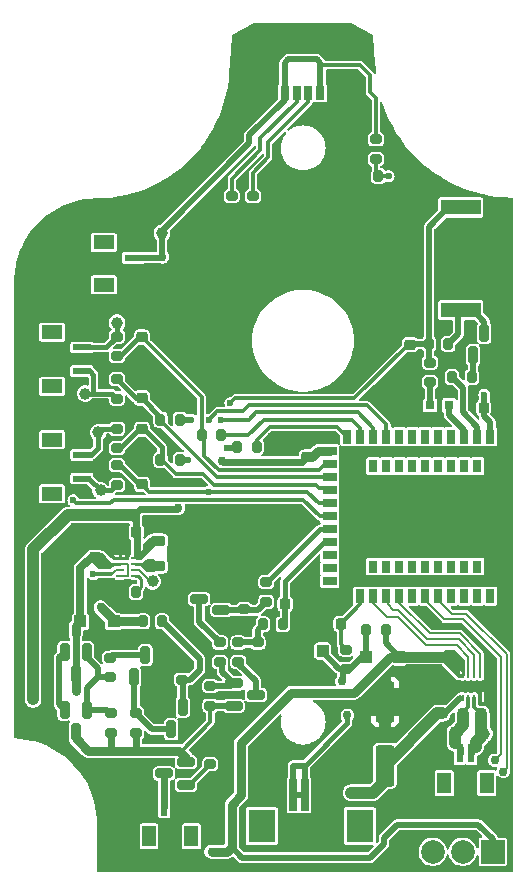
<source format=gtl>
G04 #@! TF.GenerationSoftware,KiCad,Pcbnew,8.0.1*
G04 #@! TF.CreationDate,2024-04-04T12:49:37+03:00*
G04 #@! TF.ProjectId,TWV,5457562e-6b69-4636-9164-5f7063625858,V-0.96*
G04 #@! TF.SameCoordinates,Original*
G04 #@! TF.FileFunction,Copper,L1,Top*
G04 #@! TF.FilePolarity,Positive*
%FSLAX46Y46*%
G04 Gerber Fmt 4.6, Leading zero omitted, Abs format (unit mm)*
G04 Created by KiCad (PCBNEW 8.0.1) date 2024-04-04 12:49:37*
%MOMM*%
%LPD*%
G01*
G04 APERTURE LIST*
G04 Aperture macros list*
%AMRoundRect*
0 Rectangle with rounded corners*
0 $1 Rounding radius*
0 $2 $3 $4 $5 $6 $7 $8 $9 X,Y pos of 4 corners*
0 Add a 4 corners polygon primitive as box body*
4,1,4,$2,$3,$4,$5,$6,$7,$8,$9,$2,$3,0*
0 Add four circle primitives for the rounded corners*
1,1,$1+$1,$2,$3*
1,1,$1+$1,$4,$5*
1,1,$1+$1,$6,$7*
1,1,$1+$1,$8,$9*
0 Add four rect primitives between the rounded corners*
20,1,$1+$1,$2,$3,$4,$5,0*
20,1,$1+$1,$4,$5,$6,$7,0*
20,1,$1+$1,$6,$7,$8,$9,0*
20,1,$1+$1,$8,$9,$2,$3,0*%
G04 Aperture macros list end*
G04 #@! TA.AperFunction,Conductor*
%ADD10C,0.050000*%
G04 #@! TD*
G04 #@! TA.AperFunction,Conductor*
%ADD11C,0.200000*%
G04 #@! TD*
G04 #@! TA.AperFunction,Conductor*
%ADD12C,0.600000*%
G04 #@! TD*
G04 #@! TA.AperFunction,Conductor*
%ADD13C,0.010000*%
G04 #@! TD*
G04 #@! TA.AperFunction,SMDPad,CuDef*
%ADD14R,0.800000X1.200000*%
G04 #@! TD*
G04 #@! TA.AperFunction,SMDPad,CuDef*
%ADD15R,1.200000X0.800000*%
G04 #@! TD*
G04 #@! TA.AperFunction,SMDPad,CuDef*
%ADD16R,0.800000X1.100000*%
G04 #@! TD*
G04 #@! TA.AperFunction,SMDPad,CuDef*
%ADD17R,1.550000X0.600000*%
G04 #@! TD*
G04 #@! TA.AperFunction,SMDPad,CuDef*
%ADD18R,1.800000X1.200000*%
G04 #@! TD*
G04 #@! TA.AperFunction,SMDPad,CuDef*
%ADD19RoundRect,0.200000X0.275000X-0.200000X0.275000X0.200000X-0.275000X0.200000X-0.275000X-0.200000X0*%
G04 #@! TD*
G04 #@! TA.AperFunction,SMDPad,CuDef*
%ADD20RoundRect,0.200000X-0.200000X-0.275000X0.200000X-0.275000X0.200000X0.275000X-0.200000X0.275000X0*%
G04 #@! TD*
G04 #@! TA.AperFunction,SMDPad,CuDef*
%ADD21RoundRect,0.200000X-0.200000X0.537500X-0.200000X-0.537500X0.200000X-0.537500X0.200000X0.537500X0*%
G04 #@! TD*
G04 #@! TA.AperFunction,SMDPad,CuDef*
%ADD22R,0.600000X1.550000*%
G04 #@! TD*
G04 #@! TA.AperFunction,SMDPad,CuDef*
%ADD23R,1.200000X1.800000*%
G04 #@! TD*
G04 #@! TA.AperFunction,SMDPad,CuDef*
%ADD24RoundRect,0.225000X0.250000X-0.225000X0.250000X0.225000X-0.250000X0.225000X-0.250000X-0.225000X0*%
G04 #@! TD*
G04 #@! TA.AperFunction,SMDPad,CuDef*
%ADD25RoundRect,0.225000X-0.250000X0.225000X-0.250000X-0.225000X0.250000X-0.225000X0.250000X0.225000X0*%
G04 #@! TD*
G04 #@! TA.AperFunction,SMDPad,CuDef*
%ADD26RoundRect,0.200000X-0.275000X0.200000X-0.275000X-0.200000X0.275000X-0.200000X0.275000X0.200000X0*%
G04 #@! TD*
G04 #@! TA.AperFunction,SMDPad,CuDef*
%ADD27RoundRect,0.225000X-0.225000X-0.250000X0.225000X-0.250000X0.225000X0.250000X-0.225000X0.250000X0*%
G04 #@! TD*
G04 #@! TA.AperFunction,SMDPad,CuDef*
%ADD28R,3.400000X1.300000*%
G04 #@! TD*
G04 #@! TA.AperFunction,SMDPad,CuDef*
%ADD29RoundRect,0.250000X0.550000X-1.500000X0.550000X1.500000X-0.550000X1.500000X-0.550000X-1.500000X0*%
G04 #@! TD*
G04 #@! TA.AperFunction,SMDPad,CuDef*
%ADD30RoundRect,0.062500X-0.237500X-0.062500X0.237500X-0.062500X0.237500X0.062500X-0.237500X0.062500X0*%
G04 #@! TD*
G04 #@! TA.AperFunction,SMDPad,CuDef*
%ADD31RoundRect,0.200000X0.537500X0.200000X-0.537500X0.200000X-0.537500X-0.200000X0.537500X-0.200000X0*%
G04 #@! TD*
G04 #@! TA.AperFunction,SMDPad,CuDef*
%ADD32RoundRect,0.200000X0.200000X0.275000X-0.200000X0.275000X-0.200000X-0.275000X0.200000X-0.275000X0*%
G04 #@! TD*
G04 #@! TA.AperFunction,SMDPad,CuDef*
%ADD33RoundRect,0.500000X-0.000010X-0.000010X0.000010X-0.000010X0.000010X0.000010X-0.000010X0.000010X0*%
G04 #@! TD*
G04 #@! TA.AperFunction,SMDPad,CuDef*
%ADD34RoundRect,0.200000X0.200000X-0.537500X0.200000X0.537500X-0.200000X0.537500X-0.200000X-0.537500X0*%
G04 #@! TD*
G04 #@! TA.AperFunction,SMDPad,CuDef*
%ADD35RoundRect,0.250000X-0.300000X-0.300000X0.300000X-0.300000X0.300000X0.300000X-0.300000X0.300000X0*%
G04 #@! TD*
G04 #@! TA.AperFunction,SMDPad,CuDef*
%ADD36R,0.650000X2.700000*%
G04 #@! TD*
G04 #@! TA.AperFunction,SMDPad,CuDef*
%ADD37R,2.300000X2.800000*%
G04 #@! TD*
G04 #@! TA.AperFunction,SMDPad,CuDef*
%ADD38RoundRect,0.250000X0.300000X0.300000X-0.300000X0.300000X-0.300000X-0.300000X0.300000X-0.300000X0*%
G04 #@! TD*
G04 #@! TA.AperFunction,SMDPad,CuDef*
%ADD39RoundRect,0.062500X0.062500X-0.187500X0.062500X0.187500X-0.062500X0.187500X-0.062500X-0.187500X0*%
G04 #@! TD*
G04 #@! TA.AperFunction,SMDPad,CuDef*
%ADD40R,1.600000X0.900000*%
G04 #@! TD*
G04 #@! TA.AperFunction,SMDPad,CuDef*
%ADD41R,0.800000X0.800000*%
G04 #@! TD*
G04 #@! TA.AperFunction,SMDPad,CuDef*
%ADD42R,0.700000X1.200000*%
G04 #@! TD*
G04 #@! TA.AperFunction,ComponentPad*
%ADD43O,1.008000X2.016000*%
G04 #@! TD*
G04 #@! TA.AperFunction,SMDPad,CuDef*
%ADD44RoundRect,0.218750X0.381250X-0.218750X0.381250X0.218750X-0.381250X0.218750X-0.381250X-0.218750X0*%
G04 #@! TD*
G04 #@! TA.AperFunction,SMDPad,CuDef*
%ADD45RoundRect,0.225000X0.225000X0.250000X-0.225000X0.250000X-0.225000X-0.250000X0.225000X-0.250000X0*%
G04 #@! TD*
G04 #@! TA.AperFunction,ComponentPad*
%ADD46R,2.000000X2.000000*%
G04 #@! TD*
G04 #@! TA.AperFunction,ComponentPad*
%ADD47C,2.000000*%
G04 #@! TD*
G04 #@! TA.AperFunction,SMDPad,CuDef*
%ADD48RoundRect,0.200000X-0.537500X-0.200000X0.537500X-0.200000X0.537500X0.200000X-0.537500X0.200000X0*%
G04 #@! TD*
G04 #@! TA.AperFunction,ViaPad*
%ADD49C,0.600000*%
G04 #@! TD*
G04 #@! TA.AperFunction,ViaPad*
%ADD50C,0.750000*%
G04 #@! TD*
G04 #@! TA.AperFunction,Conductor*
%ADD51C,0.500000*%
G04 #@! TD*
G04 #@! TA.AperFunction,Conductor*
%ADD52C,0.250000*%
G04 #@! TD*
G04 #@! TA.AperFunction,Conductor*
%ADD53C,0.800000*%
G04 #@! TD*
G04 #@! TA.AperFunction,Conductor*
%ADD54C,0.400000*%
G04 #@! TD*
G04 #@! TA.AperFunction,Conductor*
%ADD55C,1.000000*%
G04 #@! TD*
G04 #@! TA.AperFunction,Conductor*
%ADD56C,0.300000*%
G04 #@! TD*
G04 #@! TA.AperFunction,Conductor*
%ADD57C,0.700000*%
G04 #@! TD*
G04 #@! TA.AperFunction,Conductor*
%ADD58C,0.900000*%
G04 #@! TD*
G04 APERTURE END LIST*
D10*
X82409998Y-77796941D02*
X82409998Y-77896941D01*
X82109998Y-77896941D01*
X80909998Y-76696941D01*
X80909998Y-76396941D01*
X81009998Y-76396941D01*
X82409998Y-77796941D01*
G04 #@! TA.AperFunction,Conductor*
G36*
X82409998Y-77796941D02*
G01*
X82409998Y-77896941D01*
X82109998Y-77896941D01*
X80909998Y-76696941D01*
X80909998Y-76396941D01*
X81009998Y-76396941D01*
X82409998Y-77796941D01*
G37*
G04 #@! TD.AperFunction*
D11*
X56309998Y-66296941D02*
X55609998Y-66996941D01*
X55509998Y-66996941D01*
X55509998Y-66696941D01*
X56109413Y-66097526D01*
X56309998Y-66096941D01*
X56309998Y-66296941D01*
G04 #@! TA.AperFunction,Conductor*
G36*
X56309998Y-66296941D02*
G01*
X55609998Y-66996941D01*
X55509998Y-66996941D01*
X55509998Y-66696941D01*
X56109413Y-66097526D01*
X56309998Y-66096941D01*
X56309998Y-66296941D01*
G37*
G04 #@! TD.AperFunction*
X56309998Y-68096941D02*
X56309998Y-68896941D01*
X55709998Y-68896941D01*
X55209998Y-68396941D01*
X55009998Y-68396941D01*
X55009998Y-68296941D01*
X55409998Y-68296941D01*
X55709998Y-67996941D01*
X56209998Y-67996941D01*
X56309998Y-68096941D01*
G04 #@! TA.AperFunction,Conductor*
G36*
X56309998Y-68096941D02*
G01*
X56309998Y-68896941D01*
X55709998Y-68896941D01*
X55209998Y-68396941D01*
X55009998Y-68396941D01*
X55009998Y-68296941D01*
X55409998Y-68296941D01*
X55709998Y-67996941D01*
X56209998Y-67996941D01*
X56309998Y-68096941D01*
G37*
G04 #@! TD.AperFunction*
D10*
X82609998Y-76496941D02*
X82609998Y-77496941D01*
X82509998Y-77596941D01*
X81309998Y-76396941D01*
X81309998Y-76096941D01*
X81109998Y-76096941D01*
X80809998Y-75796941D01*
X81009998Y-75596941D01*
X81709998Y-75596941D01*
X82609998Y-76496941D01*
G04 #@! TA.AperFunction,Conductor*
G36*
X82609998Y-76496941D02*
G01*
X82609998Y-77496941D01*
X82509998Y-77596941D01*
X81309998Y-76396941D01*
X81309998Y-76096941D01*
X81109998Y-76096941D01*
X80809998Y-75796941D01*
X81009998Y-75596941D01*
X81709998Y-75596941D01*
X82609998Y-76496941D01*
G37*
G04 #@! TD.AperFunction*
D12*
X54858899Y-65630842D02*
X54858899Y-67630842D01*
D11*
X52709998Y-68296941D02*
X53209998Y-68296941D01*
X53109998Y-68396941D01*
X52909998Y-68396941D01*
X52609998Y-68696941D01*
X51709998Y-68696941D01*
X51109998Y-68096941D01*
X51109998Y-67796941D01*
X51409998Y-67496941D01*
X51909998Y-67496941D01*
X52709998Y-68296941D01*
G04 #@! TA.AperFunction,Conductor*
G36*
X52709998Y-68296941D02*
G01*
X53209998Y-68296941D01*
X53109998Y-68396941D01*
X52909998Y-68396941D01*
X52609998Y-68696941D01*
X51709998Y-68696941D01*
X51109998Y-68096941D01*
X51109998Y-67796941D01*
X51409998Y-67496941D01*
X51909998Y-67496941D01*
X52709998Y-68296941D01*
G37*
G04 #@! TD.AperFunction*
D13*
X82168874Y-77424866D02*
X82168874Y-77664213D01*
X82009998Y-77505337D01*
X82009998Y-77486767D01*
X81956351Y-77433120D01*
X81956351Y-77354714D01*
X81972858Y-77338207D01*
X82255533Y-77338207D01*
X82168874Y-77424866D01*
G04 #@! TA.AperFunction,Conductor*
G36*
X82168874Y-77424866D02*
G01*
X82168874Y-77664213D01*
X82009998Y-77505337D01*
X82009998Y-77486767D01*
X81956351Y-77433120D01*
X81956351Y-77354714D01*
X81972858Y-77338207D01*
X82255533Y-77338207D01*
X82168874Y-77424866D01*
G37*
G04 #@! TD.AperFunction*
D14*
X85909999Y-57546942D03*
X84809999Y-57546942D03*
X83709999Y-57546942D03*
X82609999Y-57546942D03*
X81509999Y-57546942D03*
X80409999Y-57546942D03*
X79309999Y-57546942D03*
X78209999Y-57546942D03*
X77109999Y-57546942D03*
X76009999Y-57546942D03*
X74909999Y-57546942D03*
X73809999Y-57546942D03*
X72709999Y-57546942D03*
D15*
X71209999Y-58796942D03*
X71209999Y-59896942D03*
X71209999Y-60996942D03*
X71209999Y-62096942D03*
X71209999Y-63196942D03*
X71209999Y-64296942D03*
X71209999Y-65396942D03*
X71209999Y-66496942D03*
X71209999Y-67596942D03*
X71209999Y-68696942D03*
X71209999Y-69796942D03*
D14*
X72709999Y-71046942D03*
X73809999Y-71046942D03*
X74909999Y-71046942D03*
X76009999Y-71046942D03*
X77109999Y-71046942D03*
X78209999Y-71046942D03*
X79309999Y-71046942D03*
X80409999Y-71046942D03*
X81509999Y-71046942D03*
X82609999Y-71046942D03*
X83709999Y-71046942D03*
X84809999Y-71046942D03*
X85909999Y-71046942D03*
D16*
X83709999Y-60046942D03*
X82609999Y-60046942D03*
X81509999Y-60046942D03*
X80409999Y-60046942D03*
X79309999Y-60046942D03*
X78209999Y-60046942D03*
X77109999Y-60046942D03*
X76009999Y-60046942D03*
X74909999Y-60046942D03*
X83709999Y-68546942D03*
X82609999Y-68546942D03*
X81509999Y-68546942D03*
X80409999Y-68546942D03*
X79309999Y-68546942D03*
X78209999Y-68546942D03*
X77109999Y-68546942D03*
X76009999Y-68546942D03*
X74909999Y-68546942D03*
D17*
X54609999Y-42396942D03*
X54609999Y-43396942D03*
D18*
X52084999Y-41096942D03*
X52084999Y-44696942D03*
D19*
X79709998Y-52921941D03*
X79709998Y-51271941D03*
D20*
X73684998Y-35496941D03*
X75334998Y-35496941D03*
X81584998Y-52496941D03*
X83234998Y-52496941D03*
D21*
X50658899Y-80655842D03*
X48758899Y-80655842D03*
X49708899Y-82530842D03*
D22*
X57208899Y-88868342D03*
X58208899Y-88868342D03*
D23*
X55908899Y-91393342D03*
X59508899Y-91393342D03*
D20*
X56884998Y-59496941D03*
X58534998Y-59496941D03*
D19*
X62909998Y-38821941D03*
X62909998Y-37171941D03*
D24*
X55309998Y-61571941D03*
X55309998Y-60021941D03*
D20*
X56884998Y-56096941D03*
X58534998Y-56096941D03*
D25*
X80703178Y-76163167D03*
X80703178Y-77713167D03*
D26*
X53209998Y-56868342D03*
X53209998Y-58518342D03*
D27*
X84234998Y-55096941D03*
X85784998Y-55096941D03*
D28*
X82309999Y-38143342D03*
X82309999Y-46843342D03*
D22*
X82208899Y-84368342D03*
X83208899Y-84368342D03*
D23*
X80908899Y-86893342D03*
X84508899Y-86893342D03*
D29*
X75880348Y-85393342D03*
X75880348Y-79993342D03*
D30*
X53458899Y-67830842D03*
X53458899Y-68330842D03*
X53458899Y-68830842D03*
X53458899Y-69330842D03*
X54758899Y-69330842D03*
X54758899Y-68830842D03*
X54758899Y-68330842D03*
X54758899Y-67830842D03*
D31*
X62046399Y-72243342D03*
X62046399Y-70343342D03*
X60171399Y-71293342D03*
D17*
X50233899Y-59093342D03*
X50233899Y-60093342D03*
X50233899Y-61093342D03*
D18*
X47708899Y-57793342D03*
X47708899Y-62393342D03*
D24*
X55309998Y-54271941D03*
X55309998Y-52721941D03*
D26*
X53209998Y-49071941D03*
X53209998Y-50721941D03*
D32*
X54833899Y-70680842D03*
X53183899Y-70680842D03*
D33*
X57009999Y-40296942D03*
D25*
X55309998Y-56918342D03*
X55309998Y-58468342D03*
D26*
X61908899Y-74968342D03*
X61908899Y-76618342D03*
D19*
X64709998Y-38821941D03*
X64709998Y-37171941D03*
D34*
X83359998Y-50634441D03*
X85259998Y-50634441D03*
X84309998Y-48759441D03*
D35*
X52908899Y-73193342D03*
X50108899Y-73193342D03*
D36*
X68109999Y-87896942D03*
X69109999Y-87896942D03*
X70109999Y-87896942D03*
X71109999Y-87896942D03*
D37*
X65459999Y-90496942D03*
X73759999Y-90496942D03*
D19*
X53209998Y-54318342D03*
X53209998Y-52668342D03*
X72609999Y-77221942D03*
X72609999Y-75571942D03*
D26*
X61108899Y-78668342D03*
X61108899Y-80318342D03*
D33*
X53208899Y-47893342D03*
D19*
X53209998Y-61621941D03*
X53209998Y-59971941D03*
D25*
X55309998Y-49121941D03*
X55309998Y-50671941D03*
D20*
X74289182Y-73902981D03*
X75939182Y-73902981D03*
D19*
X63971399Y-72118342D03*
X63971399Y-70468342D03*
X61108899Y-86918342D03*
X61108899Y-85268342D03*
D20*
X55383899Y-73193342D03*
X57033899Y-73193342D03*
D38*
X74308899Y-76193342D03*
X77108899Y-76193342D03*
D17*
X50233899Y-49993342D03*
X50233899Y-50993342D03*
X50233899Y-51993342D03*
D18*
X47708899Y-48693342D03*
X47708899Y-53293342D03*
D20*
X65584999Y-73443342D03*
X67234999Y-73443342D03*
X63384998Y-58396941D03*
X65034998Y-58396941D03*
D24*
X69309998Y-59271941D03*
X69309998Y-57721941D03*
D19*
X52708899Y-82618342D03*
X52708899Y-80968342D03*
D33*
X56209999Y-69796942D03*
D39*
X82458899Y-79643342D03*
X82958899Y-79643342D03*
X83458899Y-79643342D03*
X83958899Y-79643342D03*
X83958899Y-77743342D03*
X83458899Y-77743342D03*
X82958899Y-77743342D03*
X82458899Y-77743342D03*
D40*
X83208899Y-78693342D03*
D33*
X84308899Y-82693342D03*
D24*
X51307799Y-67752242D03*
X51307799Y-66202242D03*
D21*
X58758899Y-80455842D03*
X56858899Y-80455842D03*
X57808899Y-82330842D03*
D41*
X81309998Y-54896941D03*
X79709998Y-54896941D03*
D31*
X59045299Y-87014742D03*
X59045299Y-85114742D03*
X57170299Y-86064742D03*
D21*
X50658899Y-75755842D03*
X48758899Y-75755842D03*
X49708899Y-77630842D03*
D42*
X69409999Y-28426942D03*
X67389999Y-28426942D03*
D14*
X66159999Y-28426942D03*
D42*
X68409999Y-28426942D03*
X70429999Y-28426942D03*
D14*
X71659999Y-28426942D03*
D43*
X64589999Y-27896942D03*
X73229999Y-27896942D03*
X64589999Y-24146942D03*
X73229999Y-24146942D03*
D19*
X65108899Y-76618342D03*
X65108899Y-74968342D03*
D33*
X51809998Y-62096941D03*
D26*
X63483899Y-74968342D03*
X63483899Y-76618342D03*
X58708899Y-76468342D03*
X58708899Y-78118342D03*
D44*
X56708899Y-68505842D03*
X56708899Y-66380842D03*
D32*
X81259998Y-49696941D03*
X79609998Y-49696941D03*
D45*
X54833899Y-65630842D03*
X53283899Y-65630842D03*
D33*
X50509998Y-53896941D03*
D38*
X67808899Y-75693342D03*
X70608899Y-75693342D03*
D46*
X85018899Y-92693342D03*
D47*
X82478899Y-92693342D03*
X79938899Y-92693342D03*
X77398899Y-92693342D03*
D24*
X80707799Y-80964742D03*
X80707799Y-79414742D03*
D33*
X51608899Y-57193342D03*
X81808899Y-82593342D03*
D19*
X75109998Y-34021941D03*
X75109998Y-32371941D03*
D34*
X54658899Y-77930842D03*
X56558899Y-77930842D03*
X55608899Y-76055842D03*
D25*
X78009998Y-49746941D03*
X78009998Y-51296941D03*
D19*
X65846399Y-71518342D03*
X65846399Y-69868342D03*
X54808899Y-82618342D03*
X54808899Y-80968342D03*
D48*
X63071399Y-78443342D03*
X63071399Y-80343342D03*
X64946399Y-79393342D03*
D45*
X72171399Y-73380842D03*
X70621399Y-73380842D03*
D27*
X67433899Y-71693342D03*
X68983899Y-71693342D03*
D26*
X52608899Y-76268342D03*
X52608899Y-77918342D03*
D27*
X82505531Y-81032293D03*
X84055531Y-81032293D03*
D20*
X60384998Y-57396941D03*
X62034998Y-57396941D03*
D49*
X61339999Y-88796942D03*
X70229999Y-77366942D03*
D50*
X82409999Y-64396942D03*
D49*
X76809998Y-52896941D03*
X82929999Y-86256942D03*
X54010206Y-66816331D03*
X48639999Y-69746942D03*
D50*
X85109999Y-66796942D03*
D49*
X79119999Y-77366942D03*
X75509999Y-94096942D03*
X77849999Y-84986942D03*
X86209998Y-53696941D03*
X55276465Y-85548315D03*
X56909998Y-60796941D03*
X85469999Y-73556942D03*
X72769999Y-68476942D03*
X49909999Y-65936942D03*
D50*
X69708899Y-72443342D03*
D49*
X46099999Y-44346942D03*
X81209998Y-42696941D03*
X60069999Y-79906942D03*
X66220478Y-57531253D03*
X80389999Y-84986942D03*
D50*
X73109999Y-61396942D03*
X77509999Y-79996942D03*
D49*
X44829999Y-69746942D03*
X61209998Y-52696941D03*
X74039999Y-84986942D03*
X61339999Y-83716942D03*
X83708899Y-78693342D03*
X44829999Y-59586942D03*
X72769999Y-86256942D03*
D50*
X60909998Y-37896941D03*
D49*
X58799999Y-68476942D03*
D50*
X78109999Y-66796942D03*
D49*
X44829999Y-55776942D03*
D50*
X83209999Y-64396942D03*
D49*
X74039999Y-82446942D03*
X59009998Y-53996941D03*
X56209998Y-64696941D03*
X47369999Y-79906942D03*
X76579999Y-77366942D03*
X71509999Y-94096942D03*
X85209998Y-52696941D03*
X67986349Y-57509978D03*
X61009998Y-54896941D03*
X65149999Y-84986942D03*
D50*
X63209999Y-32196942D03*
D49*
X48639999Y-59586942D03*
D50*
X81009999Y-66796942D03*
D49*
X48639999Y-39266942D03*
X77009998Y-55896941D03*
X67236120Y-85015079D03*
X59209998Y-51796941D03*
X68809999Y-89896942D03*
X71499999Y-84986942D03*
D50*
X52209999Y-65596942D03*
D49*
X55709999Y-44596942D03*
D50*
X73109999Y-66796942D03*
D49*
X44829999Y-50696942D03*
X85077700Y-81461538D03*
D50*
X64208899Y-68993342D03*
D49*
X69209998Y-40696941D03*
X59209998Y-64696941D03*
X68981274Y-70442501D03*
X69209998Y-64696941D03*
X55558464Y-77659383D03*
X66209998Y-64696941D03*
X79119999Y-79906942D03*
X78209998Y-47696941D03*
X49909999Y-62126942D03*
X58799999Y-72286942D03*
X64759999Y-92426942D03*
X49909999Y-67206942D03*
X47369999Y-68476942D03*
X48639999Y-55776942D03*
X52421631Y-66858882D03*
X85469999Y-69746942D03*
X55309998Y-51696941D03*
D50*
X84809999Y-78696942D03*
D49*
X60069999Y-93876942D03*
X84777621Y-76453768D03*
X80389999Y-69746942D03*
X65149999Y-87526942D03*
X63209998Y-64696941D03*
D50*
X84909999Y-62096942D03*
X82409999Y-63596942D03*
D49*
X70901100Y-57403600D03*
X80389999Y-82446942D03*
X57529999Y-76096942D03*
X44829999Y-82446942D03*
X79109999Y-72496942D03*
X52449999Y-93876942D03*
X76579999Y-88796942D03*
X44829999Y-76096942D03*
X51179999Y-55776942D03*
X85929531Y-56177407D03*
X55309998Y-59196941D03*
X47369999Y-72286942D03*
D50*
X74309999Y-80896942D03*
D49*
X55706834Y-79573066D03*
X81309998Y-36496941D03*
X58799999Y-43076942D03*
X57706736Y-79253933D03*
D50*
X83209999Y-63596942D03*
X52209998Y-70155842D03*
D49*
X51760218Y-60430509D03*
X52449999Y-90066942D03*
X71499999Y-71016942D03*
X83699999Y-41806942D03*
X58799999Y-82446942D03*
X76579999Y-82446942D03*
X60069999Y-88796942D03*
X62609998Y-86096941D03*
X85469999Y-59586942D03*
X61339999Y-68476942D03*
D50*
X83509999Y-61996942D03*
X66508899Y-76593342D03*
D49*
X66297762Y-72492047D03*
X82708899Y-78693342D03*
X54107790Y-72035934D03*
D50*
X82009999Y-61996942D03*
D49*
X75309999Y-69746942D03*
X65201320Y-94052516D03*
X85609999Y-89996942D03*
X64467505Y-80612385D03*
X57529999Y-74826942D03*
X48639999Y-50696942D03*
X81659999Y-78636942D03*
X56259999Y-39266942D03*
X49909999Y-44346942D03*
X62509998Y-58496941D03*
X60995298Y-62196941D03*
D50*
X57053799Y-42322576D03*
X51817498Y-71989441D03*
X49708899Y-79093342D03*
X74208899Y-87693342D03*
X49708899Y-74293342D03*
X73008899Y-87693342D03*
X85909999Y-85896942D03*
X85208899Y-84943342D03*
D49*
X51209998Y-69196941D03*
X49512632Y-62942933D03*
X84309998Y-53996941D03*
X76209998Y-35496941D03*
D50*
X72259999Y-78251942D03*
X72709999Y-81126942D03*
X46108899Y-78593342D03*
X62508899Y-92693342D03*
X62087433Y-59641965D03*
D49*
X62809998Y-54696941D03*
D50*
X46108899Y-79793342D03*
X61208899Y-92693342D03*
X58409998Y-63596941D03*
D49*
X59509998Y-56096941D03*
X61009998Y-56096941D03*
X59209998Y-59496941D03*
X62009998Y-56096941D03*
D51*
X56558899Y-77930842D02*
X56558899Y-77543342D01*
X85909999Y-55221942D02*
X85784998Y-55096941D01*
X57633899Y-76468342D02*
X58708899Y-76468342D01*
X64183899Y-70255842D02*
X63971399Y-70468342D01*
X65108899Y-76618342D02*
X66883899Y-76618342D01*
D52*
X53458899Y-67830842D02*
X53876099Y-67830842D01*
D53*
X80707799Y-77717788D02*
X80703178Y-77713167D01*
X74713597Y-79993342D02*
X74309999Y-80396940D01*
D51*
X56558899Y-77543342D02*
X57633899Y-76468342D01*
D52*
X83958899Y-79643342D02*
X83958899Y-78744442D01*
D54*
X55309998Y-58468342D02*
X55309998Y-60021941D01*
D55*
X77506399Y-79993342D02*
X77509999Y-79996942D01*
D54*
X55534998Y-60021941D02*
X55309998Y-60021941D01*
D55*
X51879199Y-65630842D02*
X51307799Y-66202242D01*
D52*
X53458899Y-67396942D02*
X54009999Y-67396942D01*
D51*
X56858899Y-78230842D02*
X56558899Y-77930842D01*
X56858899Y-80455842D02*
X56858899Y-78230842D01*
D52*
X53809999Y-66996942D02*
X53509999Y-66696942D01*
X53409999Y-67196942D02*
X53458899Y-67245842D01*
D53*
X76001748Y-80114742D02*
X75880348Y-79993342D01*
D55*
X53283899Y-65630842D02*
X51879199Y-65630842D01*
D12*
X68983899Y-71693342D02*
X68983899Y-71743342D01*
D52*
X53458899Y-67396942D02*
X52809999Y-67396942D01*
X54009999Y-67696942D02*
X54009999Y-67396942D01*
D53*
X82708899Y-78693342D02*
X81429199Y-78693342D01*
D55*
X75880348Y-79993342D02*
X77506399Y-79993342D01*
D53*
X74309999Y-80396940D02*
X74309999Y-80896942D01*
D12*
X68983899Y-71743342D02*
X70621399Y-73380842D01*
D11*
X55259998Y-59971941D02*
X55309998Y-60021941D01*
D53*
X83708899Y-78693342D02*
X84009999Y-78693342D01*
D52*
X53458899Y-67396942D02*
X53458899Y-67830842D01*
X52709999Y-67596942D02*
X52709999Y-67396942D01*
D55*
X53283899Y-65630842D02*
X53283899Y-66870842D01*
D52*
X53809999Y-67196942D02*
X53809999Y-66996942D01*
X53809999Y-67196942D02*
X53409999Y-67196942D01*
D51*
X63846399Y-70343342D02*
X63971399Y-70468342D01*
D53*
X81429199Y-78693342D02*
X81429199Y-78439188D01*
X80707799Y-79414742D02*
X80707799Y-77717788D01*
X81429199Y-78439188D02*
X80703178Y-77713167D01*
D51*
X85909999Y-57546942D02*
X85909999Y-55221942D01*
D53*
X84009999Y-78693342D02*
X84806399Y-78693342D01*
D51*
X64183899Y-67693342D02*
X64183899Y-70255842D01*
D54*
X55309998Y-52721941D02*
X55309998Y-50671941D01*
D52*
X53458899Y-67830842D02*
X52943899Y-67830842D01*
D56*
X83958899Y-78744442D02*
X84009999Y-78693342D01*
D53*
X81429199Y-78693342D02*
X80707799Y-79414742D01*
X84806399Y-78693342D02*
X84809999Y-78696942D01*
X75880348Y-79993342D02*
X74713597Y-79993342D01*
D52*
X53876099Y-67830842D02*
X54009999Y-67696942D01*
D51*
X62046399Y-70343342D02*
X63846399Y-70343342D01*
D52*
X52943899Y-67830842D02*
X52709999Y-67596942D01*
D51*
X53183899Y-70680842D02*
X53070723Y-70680842D01*
D52*
X52909999Y-67196942D02*
X52909999Y-66796942D01*
D51*
X66883899Y-76618342D02*
X67808899Y-75693342D01*
D52*
X52709999Y-67396942D02*
X52909999Y-67196942D01*
X54009999Y-67396942D02*
X53809999Y-67196942D01*
D55*
X53283899Y-66870842D02*
X53309999Y-66896942D01*
D52*
X53458899Y-67245842D02*
X53458899Y-67396942D01*
X52909999Y-67196942D02*
X53409999Y-67196942D01*
D51*
X84308899Y-48755842D02*
X84308899Y-47795842D01*
X82109998Y-48846941D02*
X82109998Y-47043343D01*
X84308899Y-47795842D02*
X83356399Y-46843342D01*
X81259998Y-49696941D02*
X82109998Y-48846941D01*
X82109998Y-47043343D02*
X82309999Y-46843342D01*
X83356399Y-46843342D02*
X82309999Y-46843342D01*
D54*
X71209999Y-66496942D02*
X70709999Y-66496942D01*
X67433899Y-69773042D02*
X67433899Y-71693342D01*
X70709999Y-66496942D02*
X67433899Y-69773042D01*
D51*
X67433899Y-73244442D02*
X67433899Y-71693342D01*
X67234999Y-73443342D02*
X67433899Y-73244442D01*
D56*
X55309998Y-49121941D02*
X60359998Y-54171941D01*
X60609998Y-57621941D02*
X60384998Y-57396941D01*
X60609998Y-59189835D02*
X60609998Y-57621941D01*
X60359998Y-57371941D02*
X60384998Y-57396941D01*
D54*
X60309998Y-57321941D02*
X60384998Y-57396941D01*
X53209998Y-50721941D02*
X53484998Y-50721941D01*
D56*
X61817104Y-60396941D02*
X60609998Y-59189835D01*
D54*
X53484998Y-50721941D02*
X55084998Y-49121941D01*
D56*
X60359998Y-54171941D02*
X60359998Y-57371941D01*
X71209999Y-59896942D02*
X70809997Y-59896942D01*
D54*
X55084998Y-49121941D02*
X55309998Y-49121941D01*
D56*
X70309998Y-60396941D02*
X61817104Y-60396941D01*
X70809997Y-59896942D02*
X70309998Y-60396941D01*
X60509998Y-60696941D02*
X58184998Y-60696941D01*
D11*
X55088597Y-56918342D02*
X55309998Y-56918342D01*
D54*
X57009998Y-59696941D02*
X57009998Y-58396941D01*
D56*
X70009998Y-61596941D02*
X61409998Y-61596941D01*
D11*
X53209998Y-58518342D02*
X53488597Y-58518342D01*
D54*
X57009998Y-58396941D02*
X55531399Y-56918342D01*
D56*
X70309998Y-61896941D02*
X70009998Y-61596941D01*
D54*
X53488597Y-58518342D02*
X55088597Y-56918342D01*
D56*
X71009998Y-61896941D02*
X70309998Y-61896941D01*
X58184998Y-60696941D02*
X56984998Y-59496941D01*
X61409998Y-61596941D02*
X60509998Y-60696941D01*
X71209999Y-62096942D02*
X71009998Y-61896941D01*
D54*
X55531399Y-56918342D02*
X55309998Y-56918342D01*
D51*
X62509998Y-58496941D02*
X63284998Y-58496941D01*
D56*
X63284998Y-58496941D02*
X63384998Y-58396941D01*
X70309999Y-63196942D02*
X71209999Y-63196942D01*
X55934998Y-62196941D02*
X69309998Y-62196941D01*
D54*
X53484998Y-59971941D02*
X55134998Y-61621941D01*
X53209998Y-59971941D02*
X53484998Y-59971941D01*
D56*
X69309998Y-62196941D02*
X70309999Y-63196942D01*
X55309998Y-61571941D02*
X55934998Y-62196941D01*
X73809999Y-71742242D02*
X72171399Y-73380842D01*
X73809999Y-71046942D02*
X73809999Y-71742242D01*
X72171399Y-75133342D02*
X72609999Y-75571942D01*
X72171399Y-73380842D02*
X72171399Y-75133342D01*
D54*
X54813597Y-54271941D02*
X53209998Y-52668342D01*
X56884998Y-55846941D02*
X56884998Y-56096941D01*
X55309998Y-54271941D02*
X54813597Y-54271941D01*
X55309998Y-54271941D02*
X56884998Y-55846941D01*
D56*
X61659999Y-60996942D02*
X71209999Y-60996942D01*
X56984998Y-56321941D02*
X61659999Y-60996942D01*
D51*
X67389999Y-25916942D02*
X67389999Y-28426942D01*
X64409998Y-31996941D02*
X64409998Y-32696943D01*
X57009999Y-42396942D02*
X54609999Y-42396942D01*
X70429999Y-26096941D02*
X70429999Y-25916942D01*
X64409998Y-32696943D02*
X57009999Y-40096942D01*
D56*
X75109998Y-32371941D02*
X75109998Y-28896941D01*
D51*
X52908899Y-73193342D02*
X52908899Y-73080842D01*
X67389999Y-28426942D02*
X67389999Y-29016940D01*
D53*
X52908899Y-73193342D02*
X55383899Y-73193342D01*
D51*
X57009999Y-40096942D02*
X57009999Y-42396942D01*
X70429999Y-28426942D02*
X70429999Y-26096941D01*
X55383899Y-73193342D02*
X55383899Y-73118342D01*
X70429999Y-25916942D02*
X70109999Y-25596942D01*
X67709999Y-25596942D02*
X67389999Y-25916942D01*
D53*
X51817498Y-71989441D02*
X52908899Y-73080842D01*
D56*
X75109998Y-28896941D02*
X74609998Y-28396941D01*
X70429999Y-28426942D02*
X70429999Y-28816942D01*
X73809998Y-26096941D02*
X70429999Y-26096941D01*
D51*
X70109999Y-25596942D02*
X67709999Y-25596942D01*
D56*
X74609998Y-28396941D02*
X74609998Y-26896941D01*
D51*
X67389999Y-29016940D02*
X64409998Y-31996941D01*
D56*
X74609998Y-26896941D02*
X73809998Y-26096941D01*
D55*
X83608899Y-83393342D02*
X83608899Y-83793342D01*
D12*
X83208899Y-84193342D02*
X83608899Y-83793342D01*
D55*
X84055531Y-82946710D02*
X83608899Y-83393342D01*
D12*
X83208899Y-84368342D02*
X83208899Y-84193342D01*
D56*
X84055531Y-81032293D02*
X83458899Y-80435661D01*
D55*
X84055531Y-81032293D02*
X84055531Y-82946710D01*
D56*
X83458899Y-80435661D02*
X83458899Y-79643342D01*
D55*
X81808899Y-82693342D02*
X82505531Y-81996710D01*
X81808899Y-83493342D02*
X81808899Y-82693342D01*
X82505531Y-81996710D02*
X82505531Y-81032293D01*
D56*
X82958899Y-79643342D02*
X82958899Y-80468342D01*
D12*
X82208899Y-84368342D02*
X82208899Y-83893342D01*
D56*
X82958899Y-80468342D02*
X82533899Y-80893342D01*
D12*
X82208899Y-83893342D02*
X81808899Y-83493342D01*
D53*
X49708899Y-74293342D02*
X49708899Y-73593342D01*
D51*
X49708899Y-73593342D02*
X50108899Y-73193342D01*
D12*
X52409999Y-68330842D02*
X52176098Y-68096941D01*
D52*
X53458899Y-68330842D02*
X52409999Y-68330842D01*
D12*
X49708899Y-77630842D02*
X49708899Y-73593342D01*
D51*
X82273615Y-79652729D02*
X80961602Y-80964742D01*
D12*
X51652498Y-68096941D02*
X51307799Y-67752242D01*
D57*
X50108899Y-73193342D02*
X50108899Y-68698040D01*
D51*
X51054697Y-67752242D02*
X51307799Y-67752242D01*
D55*
X75880348Y-85393342D02*
X75880348Y-86686939D01*
D11*
X53458899Y-68330842D02*
X54108899Y-68330842D01*
X54108899Y-69330842D02*
X53458899Y-69330842D01*
D53*
X49708899Y-79093342D02*
X49708899Y-77630842D01*
D55*
X80308948Y-80964742D02*
X75880348Y-85393342D01*
D51*
X80961602Y-80964742D02*
X80707799Y-80964742D01*
D55*
X75880348Y-86686939D02*
X74873945Y-87693342D01*
D12*
X52176098Y-68096941D02*
X51652498Y-68096941D01*
D11*
X54108899Y-68330842D02*
X54108899Y-69330842D01*
D57*
X50108899Y-68698040D02*
X51054697Y-67752242D01*
D55*
X80707799Y-80964742D02*
X80308948Y-80964742D01*
X74873945Y-87693342D02*
X73008899Y-87693342D01*
D51*
X82609999Y-56996942D02*
X82609999Y-57546942D01*
X81309998Y-55696941D02*
X82609999Y-56996942D01*
X81309998Y-54896941D02*
X81309998Y-55696941D01*
D11*
X80409999Y-71376942D02*
X80409999Y-71046942D01*
X82792499Y-72526942D02*
X81559999Y-72526942D01*
X86208899Y-85598042D02*
X86208899Y-75943342D01*
X85909999Y-85896942D02*
X86208899Y-85598042D01*
X81559999Y-72526942D02*
X80409999Y-71376942D01*
X86208899Y-75943342D02*
X82792499Y-72526942D01*
X85708899Y-76193342D02*
X85708899Y-84443342D01*
X82525262Y-73009705D02*
X85708899Y-76193342D01*
X80926810Y-73009705D02*
X82525262Y-73009705D01*
X79309999Y-71046942D02*
X79309999Y-71392894D01*
X85708899Y-84443342D02*
X85208899Y-84943342D01*
X79309999Y-71392894D02*
X80926810Y-73009705D01*
X77109999Y-71046942D02*
X77109999Y-71594442D01*
X83958899Y-75943342D02*
X83958899Y-77743342D01*
X79708899Y-74193342D02*
X82208899Y-74193342D01*
X82208899Y-74193342D02*
X83958899Y-75943342D01*
X77109999Y-71594442D02*
X79708899Y-74193342D01*
X76109999Y-71146942D02*
X76109999Y-71693342D01*
X79458899Y-74693342D02*
X82143213Y-74693342D01*
X76958899Y-72193342D02*
X79458899Y-74693342D01*
X76109999Y-71693342D02*
X76609999Y-72193342D01*
X76609999Y-72193342D02*
X76958899Y-72193342D01*
X83458899Y-76009028D02*
X83458899Y-77743342D01*
X82143213Y-74693342D02*
X83458899Y-76009028D01*
X76009999Y-71046942D02*
X76109999Y-71146942D01*
X76062499Y-72796942D02*
X76996813Y-72796942D01*
X76996813Y-72796942D02*
X79393213Y-75193342D01*
X74909999Y-71644442D02*
X76062499Y-72796942D01*
X79393213Y-75193342D02*
X81958899Y-75193342D01*
X82958899Y-76193342D02*
X82958899Y-77743342D01*
X74909999Y-71046942D02*
X74909999Y-71644442D01*
X81958899Y-75193342D02*
X82958899Y-76193342D01*
D56*
X52609998Y-63196941D02*
X52934998Y-62871941D01*
X49512632Y-62942933D02*
X49766640Y-63196941D01*
X70409999Y-64296942D02*
X71209999Y-64296942D01*
X52934998Y-62871941D02*
X68984998Y-62871941D01*
D11*
X52799655Y-69171941D02*
X53140754Y-68830842D01*
D56*
X68984998Y-62871941D02*
X70409999Y-64296942D01*
X51309998Y-69171941D02*
X52734998Y-69171941D01*
X49766640Y-63196941D02*
X52609998Y-63196941D01*
D11*
X52734998Y-69171941D02*
X52799655Y-69171941D01*
X53140754Y-68830842D02*
X53458899Y-68830842D01*
D54*
X65938599Y-69868342D02*
X70409999Y-65396942D01*
X65846399Y-69868342D02*
X65938599Y-69868342D01*
D56*
X65846399Y-69868342D02*
X65846399Y-69860542D01*
D54*
X70409999Y-65396942D02*
X71209999Y-65396942D01*
D51*
X84809999Y-57546942D02*
X84809999Y-56296942D01*
X84809999Y-56296942D02*
X84309998Y-55796941D01*
D56*
X75109998Y-34021941D02*
X75109998Y-35471941D01*
X75134998Y-35496941D02*
X76209998Y-35496941D01*
D51*
X84309998Y-55796941D02*
X84309998Y-53996941D01*
D56*
X75109998Y-35471941D02*
X75134998Y-35496941D01*
D51*
X81584998Y-52496941D02*
X82509998Y-53421941D01*
X82509998Y-55496941D02*
X83709999Y-56696942D01*
X82509998Y-53421941D02*
X82509998Y-55496941D01*
X83709999Y-56696942D02*
X83709999Y-57546942D01*
D52*
X54758899Y-68330842D02*
X55371399Y-68330842D01*
D12*
X55807427Y-68505842D02*
X55651913Y-68350328D01*
X55807427Y-68505842D02*
X56708899Y-68505842D01*
D52*
X55209998Y-69596941D02*
X55209998Y-70304743D01*
X54943899Y-69330842D02*
X55209998Y-69596941D01*
X54758899Y-69330842D02*
X54943899Y-69330842D01*
X55209998Y-70304743D02*
X54833899Y-70680842D01*
D51*
X63483899Y-74968342D02*
X65108899Y-74968342D01*
X65108899Y-73919442D02*
X65584999Y-73443342D01*
X65108899Y-74968342D02*
X65108899Y-73919442D01*
D54*
X53209998Y-47894441D02*
X53208899Y-47893342D01*
X52288597Y-49993342D02*
X53209998Y-49071941D01*
X50233899Y-49993342D02*
X52288597Y-49993342D01*
X53209998Y-49071941D02*
X53209998Y-47894441D01*
X53088597Y-49093342D02*
X53109998Y-49071941D01*
X50233899Y-51993342D02*
X50908899Y-51993342D01*
X51208899Y-52293342D02*
X51208899Y-53896941D01*
X51208899Y-53896941D02*
X52788597Y-53896941D01*
X52788597Y-53896941D02*
X53209998Y-54318342D01*
X50509998Y-53896941D02*
X51208899Y-53896941D01*
X50908899Y-51993342D02*
X51208899Y-52293342D01*
X51608899Y-57193342D02*
X51933899Y-56868342D01*
X51933899Y-56868342D02*
X53209998Y-56868342D01*
X51608899Y-58498040D02*
X51608899Y-57193342D01*
X50233899Y-59093342D02*
X51013597Y-59093342D01*
X51013597Y-59093342D02*
X51608899Y-58498040D01*
X52730300Y-62096941D02*
X53208899Y-61618342D01*
X50233899Y-61093342D02*
X50806399Y-61093342D01*
X50806399Y-61093342D02*
X51809998Y-62096941D01*
X51809998Y-62096941D02*
X52730300Y-62096941D01*
D51*
X50658899Y-78843342D02*
X51583899Y-77918342D01*
X51583899Y-77918342D02*
X52608899Y-77918342D01*
X50658899Y-80655842D02*
X50658899Y-78843342D01*
X51583899Y-77918342D02*
X51583899Y-77168342D01*
X50658899Y-76243342D02*
X50658899Y-75755842D01*
X52396399Y-80655842D02*
X52708899Y-80968342D01*
X50658899Y-80655842D02*
X52396399Y-80655842D01*
X51583899Y-77168342D02*
X50658899Y-76243342D01*
X83358899Y-52223040D02*
X83358899Y-51192242D01*
X83109998Y-52471941D02*
X83358899Y-52223040D01*
X61883899Y-74968342D02*
X60171399Y-73255842D01*
X61908899Y-74968342D02*
X61883899Y-74968342D01*
X60171399Y-73255842D02*
X60171399Y-71293342D01*
D12*
X57208899Y-88868342D02*
X57208899Y-86068342D01*
D51*
X48308899Y-76205842D02*
X48758899Y-75755842D01*
X48758899Y-80655842D02*
X48308899Y-80205842D01*
X48308899Y-80205842D02*
X48308899Y-76205842D01*
X70608899Y-75693342D02*
X70608899Y-75793342D01*
X74289182Y-76173625D02*
X74308899Y-76193342D01*
X72308899Y-77193342D02*
X72913599Y-77193342D01*
X68109999Y-87896942D02*
X68109999Y-85396942D01*
X74289182Y-73902981D02*
X74289182Y-76173625D01*
X68109999Y-85396942D02*
X69109999Y-85396942D01*
X72259999Y-78251942D02*
X72308899Y-78203042D01*
D54*
X72709999Y-81796942D02*
X69109999Y-85396942D01*
D51*
X72308899Y-78203042D02*
X72308899Y-77193342D01*
X70608899Y-75793342D02*
X72008899Y-77193342D01*
X73913599Y-76193342D02*
X74308899Y-76193342D01*
X68109999Y-87896942D02*
X69109999Y-87896942D01*
D54*
X72709999Y-81126942D02*
X72709999Y-81796942D01*
D51*
X72008899Y-77193342D02*
X72308899Y-77193342D01*
X69109999Y-85396942D02*
X69109999Y-87896942D01*
X72913599Y-77193342D02*
X73913599Y-76193342D01*
D56*
X69409999Y-29196940D02*
X69409999Y-28426942D01*
X64709998Y-35196941D02*
X66009998Y-33896941D01*
X66009998Y-32596941D02*
X69409999Y-29196940D01*
X66009998Y-33896941D02*
X66009998Y-32596941D01*
X64709998Y-37171941D02*
X64709998Y-35196941D01*
D51*
X79709998Y-52921941D02*
X79709998Y-54896941D01*
D56*
X61108899Y-85268342D02*
X59358899Y-87018342D01*
X59358899Y-87018342D02*
X59208899Y-87018342D01*
X62909998Y-37171941D02*
X62909998Y-35696941D01*
X62909998Y-35696941D02*
X65309998Y-33296941D01*
X65309998Y-32296941D02*
X68409999Y-29196940D01*
X68409999Y-29196940D02*
X68409999Y-28426942D01*
X65309998Y-33296941D02*
X65309998Y-32296941D01*
D51*
X63483899Y-76618342D02*
X63483899Y-76768342D01*
X64946399Y-78230842D02*
X64946399Y-79393342D01*
X63483899Y-76768342D02*
X64946399Y-78230842D01*
X62846399Y-78668342D02*
X63071399Y-78443342D01*
X61108899Y-78668342D02*
X62846399Y-78668342D01*
X62108899Y-76818342D02*
X61908899Y-76618342D01*
X62108899Y-77480842D02*
X62108899Y-76818342D01*
X63071399Y-78443342D02*
X62108899Y-77480842D01*
X62046399Y-72243342D02*
X65121399Y-72243342D01*
X65121399Y-72243342D02*
X65846399Y-71518342D01*
X52821399Y-76055842D02*
X52608899Y-76268342D01*
X55608899Y-76055842D02*
X52821399Y-76055842D01*
D11*
X56253524Y-70005842D02*
X56458899Y-70005842D01*
X55078524Y-68830842D02*
X56253524Y-70005842D01*
X54758899Y-68830842D02*
X55078524Y-68830842D01*
D51*
X57808899Y-82330842D02*
X56171399Y-82330842D01*
X56171399Y-82330842D02*
X54808899Y-80968342D01*
X54658899Y-80818342D02*
X54808899Y-80968342D01*
X54658899Y-77930842D02*
X54658899Y-80818342D01*
X58708899Y-78118342D02*
X59383899Y-78118342D01*
X58758899Y-80455842D02*
X58758899Y-78168342D01*
X58758899Y-78168342D02*
X58708899Y-78118342D01*
X59383899Y-78118342D02*
X60208899Y-77293342D01*
X60208899Y-77293342D02*
X60208899Y-76368342D01*
X60208899Y-76368342D02*
X57033899Y-73193342D01*
X74613599Y-93193342D02*
X63808899Y-93193342D01*
D52*
X82202799Y-77743342D02*
X82458899Y-77743342D01*
D12*
X54833899Y-64018342D02*
X54658899Y-64193342D01*
D51*
X79609998Y-49696941D02*
X79609998Y-39796941D01*
X75808899Y-91498042D02*
X75808899Y-91998042D01*
D12*
X54658899Y-64193342D02*
X54658899Y-64518342D01*
D51*
X75939182Y-73902981D02*
X75939182Y-75023625D01*
D53*
X76308899Y-76193342D02*
X77108899Y-76193342D01*
D51*
X75939182Y-75023625D02*
X77108899Y-76193342D01*
D12*
X54833899Y-64693342D02*
X54833899Y-64018342D01*
D56*
X63209998Y-54296941D02*
X62809998Y-54696941D01*
D51*
X79609998Y-51171941D02*
X79709998Y-51271941D01*
X76913599Y-90393342D02*
X75808899Y-91498042D01*
D58*
X80703178Y-76163167D02*
X77139074Y-76163167D01*
D53*
X63709998Y-87896941D02*
X63709998Y-83476943D01*
D51*
X83808899Y-90393342D02*
X76913599Y-90393342D01*
D12*
X62142409Y-59696941D02*
X68884998Y-59696941D01*
D53*
X69751626Y-59271941D02*
X69309998Y-59271941D01*
X73275299Y-79226942D02*
X76308899Y-76193342D01*
D56*
X73309998Y-54296941D02*
X63209998Y-54296941D01*
D12*
X55155300Y-63696941D02*
X54658899Y-64193342D01*
D53*
X63709998Y-83476943D02*
X67959999Y-79226942D01*
D12*
X58309998Y-63696941D02*
X55155300Y-63696941D01*
D51*
X79609998Y-39796941D02*
X81263597Y-38143342D01*
D11*
X82209999Y-77096942D02*
X81909999Y-77096942D01*
D51*
X85018899Y-92693342D02*
X85018899Y-91603342D01*
X81263597Y-38143342D02*
X82309999Y-38143342D01*
D55*
X49013599Y-64193342D02*
X46108899Y-67098042D01*
D12*
X55176099Y-67630842D02*
X54858899Y-67630842D01*
D53*
X81276224Y-76163167D02*
X81909999Y-76796942D01*
X62508899Y-92693342D02*
X62908899Y-92293342D01*
X77139074Y-76163167D02*
X77108899Y-76193342D01*
D12*
X54833899Y-65630842D02*
X54833899Y-64693342D01*
X68884998Y-59696941D02*
X69309998Y-59271941D01*
X54658899Y-64518342D02*
X54833899Y-64693342D01*
D51*
X63808899Y-93193342D02*
X62908899Y-92293342D01*
D56*
X78009998Y-49746941D02*
X77859998Y-49746941D01*
D53*
X67959999Y-79226942D02*
X73275299Y-79226942D01*
D12*
X56426099Y-66380842D02*
X55176099Y-67630842D01*
D55*
X54658899Y-64193342D02*
X49013599Y-64193342D01*
D56*
X77859998Y-49746941D02*
X73309998Y-54296941D01*
D53*
X80703178Y-76163167D02*
X81276224Y-76163167D01*
X62908899Y-88698040D02*
X63709998Y-87896941D01*
D52*
X82458899Y-77345842D02*
X82209999Y-77096942D01*
X81909999Y-77450542D02*
X82202799Y-77743342D01*
D55*
X46108899Y-67098042D02*
X46108899Y-79793342D01*
D53*
X71209999Y-58796942D02*
X70226625Y-58796942D01*
D11*
X81909999Y-77096942D02*
X81909999Y-77450542D01*
D12*
X56708899Y-66380842D02*
X56426099Y-66380842D01*
D54*
X69309998Y-59271941D02*
X69409999Y-59171940D01*
D12*
X62087433Y-59641965D02*
X62142409Y-59696941D01*
D53*
X81909999Y-76796942D02*
X81909999Y-77096942D01*
D52*
X82458899Y-77743342D02*
X82458899Y-77345842D01*
D51*
X75808899Y-91998042D02*
X74613599Y-93193342D01*
D53*
X70226625Y-58796942D02*
X69751626Y-59271941D01*
D51*
X85018899Y-91603342D02*
X83808899Y-90393342D01*
D53*
X62508899Y-92693342D02*
X61208899Y-92693342D01*
X62908899Y-92293342D02*
X62908899Y-88698040D01*
D51*
X78059998Y-49696941D02*
X78009998Y-49746941D01*
X79609998Y-49696941D02*
X79609998Y-51171941D01*
D12*
X58409998Y-63596941D02*
X58309998Y-63696941D01*
D51*
X79609998Y-49696941D02*
X78059998Y-49696941D01*
D56*
X65609998Y-56096941D02*
X64309998Y-57396941D01*
X73809999Y-57546942D02*
X73809999Y-56796942D01*
X73809999Y-56796942D02*
X73109998Y-56096941D01*
X64309998Y-57396941D02*
X62034998Y-57396941D01*
X73109998Y-56096941D02*
X65609998Y-56096941D01*
X61709998Y-55396941D02*
X63909998Y-55396941D01*
X74409998Y-54896941D02*
X76009999Y-56496942D01*
D51*
X58534998Y-56096941D02*
X59509998Y-56096941D01*
D56*
X64409998Y-54896941D02*
X74409998Y-54896941D01*
X61009998Y-56096941D02*
X61709998Y-55396941D01*
X76009999Y-56496942D02*
X76009999Y-57546942D01*
X63909998Y-55396941D02*
X64409998Y-54896941D01*
X62009998Y-56096941D02*
X64409998Y-56096941D01*
X65009998Y-55496941D02*
X73609998Y-55496941D01*
D54*
X58634998Y-59496941D02*
X59209998Y-59496941D01*
D56*
X74909999Y-56796942D02*
X74909999Y-57546942D01*
X64409998Y-56096941D02*
X65009998Y-55496941D01*
X73609998Y-55496941D02*
X74909999Y-56796942D01*
X65034998Y-57797494D02*
X66135551Y-56696941D01*
X66135551Y-56696941D02*
X71859998Y-56696941D01*
X65034998Y-58396941D02*
X65034998Y-57797494D01*
X71859998Y-56696941D02*
X72709999Y-57546942D01*
D51*
X61108899Y-80318342D02*
X63046399Y-80318342D01*
D53*
X49708899Y-83080842D02*
X49708899Y-82530842D01*
D56*
X63046399Y-80318342D02*
X63071399Y-80343342D01*
D12*
X52708899Y-84080842D02*
X52758899Y-84130842D01*
X54808899Y-82618342D02*
X54808899Y-84080842D01*
D53*
X58446399Y-84130842D02*
X54858899Y-84130842D01*
X54858899Y-84130842D02*
X52758899Y-84130842D01*
X52758899Y-84130842D02*
X50758899Y-84130842D01*
X50758899Y-84130842D02*
X49708899Y-83080842D01*
X59045299Y-84729742D02*
X58446399Y-84130842D01*
D56*
X61108899Y-81693342D02*
X61108899Y-80318342D01*
X58671399Y-84130842D02*
X61108899Y-81693342D01*
D12*
X54808899Y-84080842D02*
X54858899Y-84130842D01*
D53*
X59045299Y-85114742D02*
X59045299Y-84729742D01*
D12*
X52708899Y-82618342D02*
X52708899Y-84080842D01*
D56*
X58446399Y-84130842D02*
X58671399Y-84130842D01*
G04 #@! TA.AperFunction,Conductor*
G36*
X71731999Y-57066348D02*
G01*
X71743812Y-57076437D01*
X72080503Y-57413128D01*
X72108280Y-57467645D01*
X72109499Y-57483132D01*
X72109499Y-58170707D01*
X72090592Y-58228898D01*
X72041092Y-58264862D01*
X71979906Y-58264862D01*
X71955497Y-58253022D01*
X71888232Y-58208076D01*
X71888230Y-58208075D01*
X71888227Y-58208074D01*
X71888226Y-58208074D01*
X71829757Y-58196443D01*
X71829747Y-58196442D01*
X71829746Y-58196442D01*
X70311761Y-58196442D01*
X70311745Y-58196441D01*
X70305682Y-58196441D01*
X70147568Y-58196441D01*
X69994840Y-58237365D01*
X69994838Y-58237365D01*
X69994834Y-58237367D01*
X69944720Y-58266301D01*
X69857909Y-58316421D01*
X69746107Y-58428222D01*
X69746103Y-58428228D01*
X69581888Y-58592444D01*
X69527371Y-58620222D01*
X69511884Y-58621441D01*
X69026508Y-58621441D01*
X68926872Y-58637222D01*
X68926865Y-58637224D01*
X68806780Y-58698411D01*
X68711468Y-58793723D01*
X68650281Y-58913808D01*
X68650279Y-58913815D01*
X68634498Y-59013451D01*
X68634498Y-59097441D01*
X68615591Y-59155632D01*
X68566091Y-59191596D01*
X68535498Y-59196441D01*
X65500149Y-59196441D01*
X65441958Y-59177534D01*
X65405994Y-59128034D01*
X65405994Y-59066848D01*
X65441958Y-59017348D01*
X65455204Y-59009232D01*
X65460260Y-59006655D01*
X65473340Y-58999991D01*
X65563048Y-58910283D01*
X65620644Y-58797245D01*
X65635498Y-58703460D01*
X65635497Y-58090423D01*
X65628532Y-58046441D01*
X65620645Y-57996641D01*
X65620644Y-57996639D01*
X65620644Y-57996637D01*
X65563048Y-57883599D01*
X65563046Y-57883597D01*
X65562893Y-57883387D01*
X65562810Y-57883134D01*
X65559511Y-57876658D01*
X65560536Y-57876135D01*
X65543985Y-57825196D01*
X65562892Y-57767005D01*
X65572982Y-57755191D01*
X66251738Y-57076437D01*
X66306254Y-57048660D01*
X66321741Y-57047441D01*
X71673808Y-57047441D01*
X71731999Y-57066348D01*
G37*
G04 #@! TD.AperFunction*
G04 #@! TA.AperFunction,Conductor*
G36*
X73027451Y-22510705D02*
G01*
X74849071Y-23562418D01*
X74890011Y-23607887D01*
X74898259Y-23640311D01*
X75084614Y-25985331D01*
X75084878Y-25990108D01*
X75094695Y-26306975D01*
X75127251Y-26681729D01*
X75131396Y-26729435D01*
X75117595Y-26789044D01*
X75071394Y-26829157D01*
X75010438Y-26834452D01*
X74958011Y-26802907D01*
X74939243Y-26767583D01*
X74939094Y-26767645D01*
X74938449Y-26766088D01*
X74937140Y-26763624D01*
X74936612Y-26761653D01*
X74900353Y-26698851D01*
X74890468Y-26681729D01*
X74025210Y-25816471D01*
X73945286Y-25770327D01*
X73945285Y-25770326D01*
X73945284Y-25770326D01*
X73933399Y-25767141D01*
X73933399Y-25767142D01*
X73856142Y-25746441D01*
X73856140Y-25746441D01*
X70908910Y-25746441D01*
X70850719Y-25727534D01*
X70823175Y-25696944D01*
X70809384Y-25673057D01*
X70809383Y-25673055D01*
X70809383Y-25673054D01*
X70790490Y-25640332D01*
X70790488Y-25640328D01*
X70386613Y-25236453D01*
X70386610Y-25236451D01*
X70386608Y-25236449D01*
X70283889Y-25177144D01*
X70283885Y-25177142D01*
X70259672Y-25170654D01*
X70259672Y-25170655D01*
X70169308Y-25146442D01*
X67650690Y-25146442D01*
X67593401Y-25161792D01*
X67536111Y-25177143D01*
X67492695Y-25202208D01*
X67492696Y-25202209D01*
X67433387Y-25236451D01*
X67029506Y-25640332D01*
X66970201Y-25743051D01*
X66970200Y-25743052D01*
X66968266Y-25750268D01*
X66968267Y-25750269D01*
X66949449Y-25820501D01*
X66939499Y-25857634D01*
X66939499Y-27600039D01*
X66920592Y-27658230D01*
X66895504Y-27682351D01*
X66895472Y-27682373D01*
X66895448Y-27682389D01*
X66895444Y-27682393D01*
X66851133Y-27748708D01*
X66851131Y-27748714D01*
X66839500Y-27807183D01*
X66839499Y-27807195D01*
X66839499Y-28889328D01*
X66820592Y-28947519D01*
X66810503Y-28959332D01*
X64049506Y-31720330D01*
X64049505Y-31720331D01*
X63990198Y-31823053D01*
X63990198Y-31823054D01*
X63990199Y-31823055D01*
X63960579Y-31933600D01*
X63959498Y-31937633D01*
X63959498Y-32469331D01*
X63940591Y-32527522D01*
X63930502Y-32539335D01*
X56877073Y-39592763D01*
X56836522Y-39617276D01*
X56720399Y-39653461D01*
X56720391Y-39653464D01*
X56574815Y-39741469D01*
X56454526Y-39861758D01*
X56366521Y-40007334D01*
X56366520Y-40007336D01*
X56315912Y-40169747D01*
X56309499Y-40240321D01*
X56309499Y-40353562D01*
X56315912Y-40424136D01*
X56366520Y-40586547D01*
X56366521Y-40586549D01*
X56421418Y-40677359D01*
X56454527Y-40732127D01*
X56530504Y-40808104D01*
X56558280Y-40862619D01*
X56559499Y-40878106D01*
X56559499Y-41847442D01*
X56540592Y-41905633D01*
X56491092Y-41941597D01*
X56460499Y-41946442D01*
X55550681Y-41946442D01*
X55495679Y-41929757D01*
X55463232Y-41908076D01*
X55463230Y-41908075D01*
X55463227Y-41908074D01*
X55463226Y-41908074D01*
X55404757Y-41896443D01*
X55404747Y-41896442D01*
X53815251Y-41896442D01*
X53815250Y-41896442D01*
X53815240Y-41896443D01*
X53756771Y-41908074D01*
X53756765Y-41908076D01*
X53690450Y-41952387D01*
X53690444Y-41952393D01*
X53646133Y-42018708D01*
X53646131Y-42018714D01*
X53634500Y-42077183D01*
X53634499Y-42077195D01*
X53634499Y-42716688D01*
X53634500Y-42716700D01*
X53646131Y-42775169D01*
X53646132Y-42775173D01*
X53690447Y-42841494D01*
X53756768Y-42885809D01*
X53801230Y-42894653D01*
X53815240Y-42897440D01*
X53815245Y-42897440D01*
X53815251Y-42897442D01*
X53815252Y-42897442D01*
X55404746Y-42897442D01*
X55404747Y-42897442D01*
X55463230Y-42885809D01*
X55495679Y-42864127D01*
X55550681Y-42847442D01*
X56797392Y-42847442D01*
X56835276Y-42854977D01*
X56903563Y-42883263D01*
X57011248Y-42897440D01*
X57053798Y-42903042D01*
X57053799Y-42903042D01*
X57053800Y-42903042D01*
X57096350Y-42897440D01*
X57204035Y-42883263D01*
X57344032Y-42825274D01*
X57464250Y-42733027D01*
X57556497Y-42612809D01*
X57614486Y-42472812D01*
X57634265Y-42322576D01*
X57614486Y-42172340D01*
X57556497Y-42032343D01*
X57480956Y-41933897D01*
X57460533Y-41876222D01*
X57460499Y-41873630D01*
X57460499Y-40878106D01*
X57479406Y-40819915D01*
X57489489Y-40808108D01*
X57565471Y-40732127D01*
X57653477Y-40586548D01*
X57704085Y-40424138D01*
X57710499Y-40353558D01*
X57710499Y-40240326D01*
X57704085Y-40169746D01*
X57691055Y-40127931D01*
X57691794Y-40066751D01*
X57715566Y-40028476D01*
X64770487Y-32973557D01*
X64774761Y-32966153D01*
X64820229Y-32925213D01*
X64881079Y-32918816D01*
X64934068Y-32949407D01*
X64958955Y-33005302D01*
X64959498Y-33015653D01*
X64959498Y-33110751D01*
X64940591Y-33168942D01*
X64930502Y-33180755D01*
X62629527Y-35481730D01*
X62608537Y-35518084D01*
X62608538Y-35518085D01*
X62583384Y-35561651D01*
X62567460Y-35621082D01*
X62562553Y-35639398D01*
X62559498Y-35650798D01*
X62559498Y-36500251D01*
X62540591Y-36558442D01*
X62505444Y-36588460D01*
X62396657Y-36643890D01*
X62306947Y-36733600D01*
X62249352Y-36846636D01*
X62234498Y-36940418D01*
X62234498Y-37403461D01*
X62234499Y-37403464D01*
X62249350Y-37497240D01*
X62249352Y-37497245D01*
X62306948Y-37610283D01*
X62396656Y-37699991D01*
X62509694Y-37757587D01*
X62603479Y-37772441D01*
X63216516Y-37772440D01*
X63216518Y-37772440D01*
X63216519Y-37772439D01*
X63263409Y-37765013D01*
X63310297Y-37757588D01*
X63310297Y-37757587D01*
X63310302Y-37757587D01*
X63423340Y-37699991D01*
X63513048Y-37610283D01*
X63570644Y-37497245D01*
X63585498Y-37403460D01*
X63585497Y-36940423D01*
X63570644Y-36846637D01*
X63513048Y-36733599D01*
X63423340Y-36643891D01*
X63409667Y-36636924D01*
X63314552Y-36588460D01*
X63271288Y-36545195D01*
X63260498Y-36500251D01*
X63260498Y-35883130D01*
X63279405Y-35824939D01*
X63289488Y-35813132D01*
X65490496Y-33612124D01*
X65545011Y-33584349D01*
X65605443Y-33593920D01*
X65648708Y-33637185D01*
X65659498Y-33682130D01*
X65659498Y-33710751D01*
X65640591Y-33768942D01*
X65630502Y-33780755D01*
X64429528Y-34981729D01*
X64383384Y-35061653D01*
X64369145Y-35114796D01*
X64359498Y-35150798D01*
X64359498Y-36500251D01*
X64340591Y-36558442D01*
X64305444Y-36588460D01*
X64196657Y-36643890D01*
X64106947Y-36733600D01*
X64049352Y-36846636D01*
X64034498Y-36940418D01*
X64034498Y-37403461D01*
X64034499Y-37403464D01*
X64049350Y-37497240D01*
X64049352Y-37497245D01*
X64106948Y-37610283D01*
X64196656Y-37699991D01*
X64309694Y-37757587D01*
X64403479Y-37772441D01*
X65016516Y-37772440D01*
X65016518Y-37772440D01*
X65016519Y-37772439D01*
X65063409Y-37765013D01*
X65110297Y-37757588D01*
X65110297Y-37757587D01*
X65110302Y-37757587D01*
X65223340Y-37699991D01*
X65313048Y-37610283D01*
X65370644Y-37497245D01*
X65385498Y-37403460D01*
X65385497Y-36940423D01*
X65370644Y-36846637D01*
X65313048Y-36733599D01*
X65223340Y-36643891D01*
X65209667Y-36636924D01*
X65114552Y-36588460D01*
X65071288Y-36545195D01*
X65060498Y-36500251D01*
X65060498Y-35383130D01*
X65079405Y-35324939D01*
X65089488Y-35313132D01*
X66290468Y-34112153D01*
X66336612Y-34032229D01*
X66360498Y-33943084D01*
X66360498Y-33850797D01*
X66360498Y-32783130D01*
X66379405Y-32724939D01*
X66389488Y-32713132D01*
X67335091Y-31767529D01*
X67389606Y-31739754D01*
X67450038Y-31749325D01*
X67493303Y-31792590D01*
X67502874Y-31853022D01*
X67484347Y-31896863D01*
X67357107Y-32066835D01*
X67357107Y-32066836D01*
X67226831Y-32305419D01*
X67226827Y-32305427D01*
X67131825Y-32560136D01*
X67074037Y-32825787D01*
X67054644Y-33096942D01*
X67074037Y-33368096D01*
X67074037Y-33368099D01*
X67074038Y-33368102D01*
X67105374Y-33512153D01*
X67131825Y-33633747D01*
X67226827Y-33888456D01*
X67226831Y-33888464D01*
X67357105Y-34127044D01*
X67357108Y-34127048D01*
X67357112Y-34127055D01*
X67520028Y-34344684D01*
X67712257Y-34536913D01*
X67929886Y-34699829D01*
X67929893Y-34699833D01*
X67929896Y-34699835D01*
X68168476Y-34830109D01*
X68168484Y-34830113D01*
X68168486Y-34830114D01*
X68423198Y-34925117D01*
X68688839Y-34982903D01*
X68959999Y-35002297D01*
X69231159Y-34982903D01*
X69496800Y-34925117D01*
X69751512Y-34830114D01*
X69990112Y-34699829D01*
X70207741Y-34536913D01*
X70399970Y-34344684D01*
X70468259Y-34253461D01*
X74434498Y-34253461D01*
X74434499Y-34253464D01*
X74449350Y-34347240D01*
X74449352Y-34347245D01*
X74506948Y-34460283D01*
X74596656Y-34549991D01*
X74705445Y-34605422D01*
X74748708Y-34648685D01*
X74759498Y-34693630D01*
X74759498Y-35052957D01*
X74750860Y-35088933D01*
X74751760Y-35089226D01*
X74749352Y-35096635D01*
X74734498Y-35190420D01*
X74734498Y-35803461D01*
X74734499Y-35803464D01*
X74749350Y-35897240D01*
X74749352Y-35897245D01*
X74806948Y-36010283D01*
X74896656Y-36099991D01*
X75009694Y-36157587D01*
X75103479Y-36172441D01*
X75566516Y-36172440D01*
X75566518Y-36172440D01*
X75566519Y-36172439D01*
X75613409Y-36165013D01*
X75660297Y-36157588D01*
X75660297Y-36157587D01*
X75660302Y-36157587D01*
X75773340Y-36099991D01*
X75863048Y-36010283D01*
X75867896Y-36000767D01*
X75911156Y-35957502D01*
X75971588Y-35947927D01*
X75997233Y-35955655D01*
X75999940Y-35956890D01*
X75999945Y-35956894D01*
X76106401Y-35988152D01*
X76138033Y-35997440D01*
X76138034Y-35997440D01*
X76138037Y-35997441D01*
X76138039Y-35997441D01*
X76281957Y-35997441D01*
X76281959Y-35997441D01*
X76420051Y-35956894D01*
X76541126Y-35879084D01*
X76635375Y-35770314D01*
X76695163Y-35639398D01*
X76715645Y-35496941D01*
X76710706Y-35462592D01*
X76695163Y-35354484D01*
X76676275Y-35313126D01*
X76635375Y-35223568D01*
X76541126Y-35114798D01*
X76541125Y-35114797D01*
X76541124Y-35114796D01*
X76420055Y-35036990D01*
X76420052Y-35036988D01*
X76420051Y-35036988D01*
X76397233Y-35030288D01*
X76281962Y-34996441D01*
X76281959Y-34996441D01*
X76138037Y-34996441D01*
X76138033Y-34996441D01*
X75999938Y-35036989D01*
X75997225Y-35038229D01*
X75994754Y-35038512D01*
X75993151Y-35038983D01*
X75993069Y-35038705D01*
X75936437Y-35045198D01*
X75883163Y-35015106D01*
X75867898Y-34993118D01*
X75863048Y-34983599D01*
X75773340Y-34893891D01*
X75660302Y-34836295D01*
X75660303Y-34836295D01*
X75566520Y-34821441D01*
X75566517Y-34821441D01*
X75559498Y-34821441D01*
X75501307Y-34802534D01*
X75465343Y-34753034D01*
X75460498Y-34722441D01*
X75460498Y-34693630D01*
X75479405Y-34635439D01*
X75514550Y-34605422D01*
X75623340Y-34549991D01*
X75713048Y-34460283D01*
X75770644Y-34347245D01*
X75785498Y-34253460D01*
X75785497Y-33790423D01*
X75778571Y-33746692D01*
X75770645Y-33696641D01*
X75770644Y-33696639D01*
X75770644Y-33696637D01*
X75713048Y-33583599D01*
X75623340Y-33493891D01*
X75510302Y-33436295D01*
X75510303Y-33436295D01*
X75416520Y-33421441D01*
X74803477Y-33421441D01*
X74803474Y-33421442D01*
X74709698Y-33436293D01*
X74709693Y-33436295D01*
X74596657Y-33493890D01*
X74506947Y-33583600D01*
X74449352Y-33696636D01*
X74434498Y-33790418D01*
X74434498Y-34253461D01*
X70468259Y-34253461D01*
X70562886Y-34127055D01*
X70693171Y-33888455D01*
X70788174Y-33633743D01*
X70845960Y-33368102D01*
X70865354Y-33096942D01*
X70845960Y-32825782D01*
X70788174Y-32560141D01*
X70693171Y-32305429D01*
X70693166Y-32305419D01*
X70562892Y-32066839D01*
X70562889Y-32066835D01*
X70562886Y-32066829D01*
X70399970Y-31849200D01*
X70207741Y-31656971D01*
X69990112Y-31494055D01*
X69990105Y-31494051D01*
X69990101Y-31494048D01*
X69751521Y-31363774D01*
X69751513Y-31363770D01*
X69496804Y-31268768D01*
X69496800Y-31268767D01*
X69231159Y-31210981D01*
X69231156Y-31210980D01*
X69231153Y-31210980D01*
X68959999Y-31191587D01*
X68688844Y-31210980D01*
X68423193Y-31268768D01*
X68168484Y-31363770D01*
X68168476Y-31363774D01*
X67929893Y-31494050D01*
X67929892Y-31494050D01*
X67759919Y-31621290D01*
X67702004Y-31641026D01*
X67643550Y-31622951D01*
X67606883Y-31573970D01*
X67606009Y-31512790D01*
X67630583Y-31472037D01*
X69690469Y-29412152D01*
X69736613Y-29332228D01*
X69746976Y-29293554D01*
X69746977Y-29293552D01*
X69747906Y-29290083D01*
X69781222Y-29238763D01*
X69824220Y-29218595D01*
X69838230Y-29215809D01*
X69864996Y-29197923D01*
X69923884Y-29181314D01*
X69975001Y-29197923D01*
X70001768Y-29215809D01*
X70046230Y-29224653D01*
X70060240Y-29227440D01*
X70060245Y-29227440D01*
X70060251Y-29227442D01*
X70060252Y-29227442D01*
X70799746Y-29227442D01*
X70799747Y-29227442D01*
X70858230Y-29215809D01*
X70924551Y-29171494D01*
X70968866Y-29105173D01*
X70980499Y-29046690D01*
X70980499Y-27807194D01*
X70968866Y-27748711D01*
X70924551Y-27682390D01*
X70924494Y-27682352D01*
X70924427Y-27682267D01*
X70917657Y-27675497D01*
X70918458Y-27674695D01*
X70886617Y-27634302D01*
X70880499Y-27600039D01*
X70880499Y-26546441D01*
X70899406Y-26488250D01*
X70948906Y-26452286D01*
X70979499Y-26447441D01*
X73623808Y-26447441D01*
X73681999Y-26466348D01*
X73693812Y-26476437D01*
X74230502Y-27013127D01*
X74258279Y-27067644D01*
X74259498Y-27083131D01*
X74259498Y-28443084D01*
X74273036Y-28493609D01*
X74273035Y-28493609D01*
X74280782Y-28522519D01*
X74283384Y-28532229D01*
X74329528Y-28612153D01*
X74730503Y-29013128D01*
X74758279Y-29067643D01*
X74759498Y-29083130D01*
X74759498Y-31700251D01*
X74740591Y-31758442D01*
X74705444Y-31788460D01*
X74596657Y-31843890D01*
X74506947Y-31933600D01*
X74449352Y-32046636D01*
X74434498Y-32140418D01*
X74434498Y-32603461D01*
X74434499Y-32603464D01*
X74449350Y-32697240D01*
X74449352Y-32697245D01*
X74506948Y-32810283D01*
X74596656Y-32899991D01*
X74709694Y-32957587D01*
X74803479Y-32972441D01*
X75416516Y-32972440D01*
X75416518Y-32972440D01*
X75416519Y-32972439D01*
X75463409Y-32965013D01*
X75510297Y-32957588D01*
X75510297Y-32957587D01*
X75510302Y-32957587D01*
X75623340Y-32899991D01*
X75713048Y-32810283D01*
X75770644Y-32697245D01*
X75785498Y-32603460D01*
X75785497Y-32140423D01*
X75783720Y-32129204D01*
X75770645Y-32046641D01*
X75770644Y-32046639D01*
X75770644Y-32046637D01*
X75713048Y-31933599D01*
X75623340Y-31843891D01*
X75608562Y-31836361D01*
X75514552Y-31788460D01*
X75471288Y-31745195D01*
X75460498Y-31700251D01*
X75460498Y-29270552D01*
X75479405Y-29212361D01*
X75528905Y-29176397D01*
X75590091Y-29176397D01*
X75639591Y-29212361D01*
X75653787Y-29240376D01*
X75734413Y-29492305D01*
X75734424Y-29492335D01*
X75967384Y-30101058D01*
X75967389Y-30101070D01*
X76233927Y-30695880D01*
X76533220Y-31274936D01*
X76533227Y-31274948D01*
X76864297Y-31836361D01*
X76864304Y-31836372D01*
X76864312Y-31836385D01*
X77226190Y-32378514D01*
X77617724Y-32899629D01*
X77617730Y-32899637D01*
X77617736Y-32899644D01*
X78037695Y-33398107D01*
X78464434Y-33850797D01*
X78484803Y-33872404D01*
X78957652Y-34321039D01*
X79292989Y-34605420D01*
X79454770Y-34742618D01*
X79531647Y-34800768D01*
X79974620Y-35135835D01*
X80238371Y-35313126D01*
X80515566Y-35499454D01*
X80515584Y-35499466D01*
X80930784Y-35746123D01*
X81075964Y-35832370D01*
X81297779Y-35947927D01*
X81654009Y-36133510D01*
X81654019Y-36133514D01*
X81654035Y-36133523D01*
X82247994Y-36401986D01*
X82855994Y-36636924D01*
X83476145Y-36837605D01*
X84106518Y-37003407D01*
X84299325Y-37042777D01*
X84745125Y-37133807D01*
X84745133Y-37133808D01*
X84745152Y-37133812D01*
X85390063Y-37228417D01*
X86039244Y-37286927D01*
X86613881Y-37306538D01*
X86671390Y-37327418D01*
X86705644Y-37378115D01*
X86709501Y-37405479D01*
X86709501Y-94297442D01*
X86690594Y-94355633D01*
X86641094Y-94391597D01*
X86610501Y-94396442D01*
X51609499Y-94396442D01*
X51551308Y-94377535D01*
X51515344Y-94328035D01*
X51510499Y-94297442D01*
X51510499Y-92772399D01*
X60608399Y-92772399D01*
X60649322Y-92925126D01*
X60728379Y-93062058D01*
X60840183Y-93173862D01*
X60977115Y-93252919D01*
X61129842Y-93293842D01*
X62423763Y-93293842D01*
X62423779Y-93293843D01*
X62429842Y-93293843D01*
X62587955Y-93293843D01*
X62587956Y-93293843D01*
X62740684Y-93252919D01*
X62790803Y-93223981D01*
X62877615Y-93173862D01*
X62944963Y-93106513D01*
X62999477Y-93078737D01*
X63059909Y-93088308D01*
X63084965Y-93106511D01*
X63532285Y-93553831D01*
X63532287Y-93553832D01*
X63532289Y-93553834D01*
X63635006Y-93613138D01*
X63635008Y-93613139D01*
X63635012Y-93613141D01*
X63659221Y-93619626D01*
X63659224Y-93619629D01*
X63659225Y-93619628D01*
X63749587Y-93643841D01*
X63749589Y-93643842D01*
X63749590Y-93643842D01*
X74672908Y-93643842D01*
X74763268Y-93619629D01*
X74763271Y-93619629D01*
X74776502Y-93616083D01*
X74787486Y-93613141D01*
X74890213Y-93553831D01*
X76169388Y-92274656D01*
X76205088Y-92212822D01*
X76228666Y-92171984D01*
X76228675Y-92171966D01*
X76228697Y-92171929D01*
X76228698Y-92171928D01*
X76259399Y-92057351D01*
X76259399Y-91725653D01*
X76278306Y-91667462D01*
X76288395Y-91655649D01*
X77071207Y-90872838D01*
X77125724Y-90845061D01*
X77141211Y-90843842D01*
X83581288Y-90843842D01*
X83639479Y-90862749D01*
X83651292Y-90872838D01*
X84102292Y-91323838D01*
X84130069Y-91378355D01*
X84120498Y-91438787D01*
X84077233Y-91482052D01*
X84032288Y-91492842D01*
X83999151Y-91492842D01*
X83999150Y-91492842D01*
X83999140Y-91492843D01*
X83940671Y-91504474D01*
X83940665Y-91504476D01*
X83874350Y-91548787D01*
X83874344Y-91548793D01*
X83830033Y-91615108D01*
X83830031Y-91615114D01*
X83818400Y-91673583D01*
X83818399Y-91673595D01*
X83818399Y-92304706D01*
X83799492Y-92362897D01*
X83749992Y-92398861D01*
X83688806Y-92398861D01*
X83639306Y-92362897D01*
X83624179Y-92331801D01*
X83603128Y-92257814D01*
X83503957Y-92058653D01*
X83369880Y-91881106D01*
X83205461Y-91731218D01*
X83016300Y-91614095D01*
X82808839Y-91533724D01*
X82808838Y-91533723D01*
X82808836Y-91533723D01*
X82590142Y-91492842D01*
X82367656Y-91492842D01*
X82148961Y-91533723D01*
X82072696Y-91563268D01*
X81941498Y-91614095D01*
X81752337Y-91731218D01*
X81587918Y-91881106D01*
X81544449Y-91938668D01*
X81453842Y-92058651D01*
X81453837Y-92058660D01*
X81369996Y-92227035D01*
X81354670Y-92257814D01*
X81304118Y-92435482D01*
X81270010Y-92486276D01*
X81212557Y-92507320D01*
X81153708Y-92490576D01*
X81115939Y-92442439D01*
X81113683Y-92435496D01*
X81063128Y-92257814D01*
X80963957Y-92058653D01*
X80829880Y-91881106D01*
X80665461Y-91731218D01*
X80476300Y-91614095D01*
X80268839Y-91533724D01*
X80268838Y-91533723D01*
X80268836Y-91533723D01*
X80050142Y-91492842D01*
X79827656Y-91492842D01*
X79608961Y-91533723D01*
X79532696Y-91563268D01*
X79401498Y-91614095D01*
X79212337Y-91731218D01*
X79047918Y-91881106D01*
X79004449Y-91938668D01*
X78913842Y-92058651D01*
X78913837Y-92058660D01*
X78829996Y-92227035D01*
X78814670Y-92257814D01*
X78753784Y-92471806D01*
X78733256Y-92693342D01*
X78753784Y-92914878D01*
X78814670Y-93128870D01*
X78913841Y-93328031D01*
X79047918Y-93505578D01*
X79212337Y-93655466D01*
X79401498Y-93772589D01*
X79608959Y-93852960D01*
X79827656Y-93893842D01*
X80050142Y-93893842D01*
X80268839Y-93852960D01*
X80476300Y-93772589D01*
X80665461Y-93655466D01*
X80829880Y-93505578D01*
X80963957Y-93328031D01*
X81063128Y-93128870D01*
X81113679Y-92951201D01*
X81147788Y-92900407D01*
X81205241Y-92879363D01*
X81264090Y-92896107D01*
X81301859Y-92944244D01*
X81304114Y-92951187D01*
X81354670Y-93128870D01*
X81453841Y-93328031D01*
X81587918Y-93505578D01*
X81752337Y-93655466D01*
X81941498Y-93772589D01*
X82148959Y-93852960D01*
X82367656Y-93893842D01*
X82590142Y-93893842D01*
X82808839Y-93852960D01*
X83016300Y-93772589D01*
X83205461Y-93655466D01*
X83369880Y-93505578D01*
X83503957Y-93328031D01*
X83603128Y-93128870D01*
X83624178Y-93054883D01*
X83658288Y-93004089D01*
X83715740Y-92983045D01*
X83774590Y-92999789D01*
X83812359Y-93047926D01*
X83818399Y-93081977D01*
X83818399Y-93713088D01*
X83818400Y-93713100D01*
X83830031Y-93771569D01*
X83830032Y-93771573D01*
X83874347Y-93837894D01*
X83940668Y-93882209D01*
X83985130Y-93891053D01*
X83999140Y-93893840D01*
X83999145Y-93893840D01*
X83999151Y-93893842D01*
X83999152Y-93893842D01*
X86038646Y-93893842D01*
X86038647Y-93893842D01*
X86097130Y-93882209D01*
X86163451Y-93837894D01*
X86207766Y-93771573D01*
X86219399Y-93713090D01*
X86219399Y-91673594D01*
X86207766Y-91615111D01*
X86163451Y-91548790D01*
X86140904Y-91533724D01*
X86097132Y-91504476D01*
X86097130Y-91504475D01*
X86097127Y-91504474D01*
X86097126Y-91504474D01*
X86038657Y-91492843D01*
X86038647Y-91492842D01*
X86038646Y-91492842D01*
X85531103Y-91492842D01*
X85472912Y-91473935D01*
X85442174Y-91434942D01*
X85441943Y-91435076D01*
X85441021Y-91433480D01*
X85439638Y-91431725D01*
X85438698Y-91429456D01*
X85413630Y-91386038D01*
X85413629Y-91386037D01*
X85409194Y-91378355D01*
X85379388Y-91326728D01*
X84085513Y-90032853D01*
X84085510Y-90032851D01*
X84085508Y-90032849D01*
X83982789Y-89973544D01*
X83982785Y-89973542D01*
X83958572Y-89967054D01*
X83958572Y-89967055D01*
X83868208Y-89942842D01*
X76854290Y-89942842D01*
X76809107Y-89954948D01*
X76763924Y-89967055D01*
X76763923Y-89967054D01*
X76739714Y-89973542D01*
X76739712Y-89973542D01*
X76739712Y-89973543D01*
X76636990Y-90032849D01*
X76636985Y-90032852D01*
X75448407Y-91221431D01*
X75448406Y-91221432D01*
X75389101Y-91324151D01*
X75389100Y-91324154D01*
X75382611Y-91348366D01*
X75382612Y-91348367D01*
X75358399Y-91438733D01*
X75358399Y-91770431D01*
X75339492Y-91828622D01*
X75329403Y-91840435D01*
X75279503Y-91890335D01*
X75224986Y-91918112D01*
X75164554Y-91908541D01*
X75121289Y-91865276D01*
X75110499Y-91820331D01*
X75110499Y-89077195D01*
X75110497Y-89077183D01*
X75107710Y-89063173D01*
X75098866Y-89018711D01*
X75054551Y-88952390D01*
X75046148Y-88946775D01*
X74988232Y-88908076D01*
X74988230Y-88908075D01*
X74988227Y-88908074D01*
X74988226Y-88908074D01*
X74929757Y-88896443D01*
X74929747Y-88896442D01*
X72590251Y-88896442D01*
X72590250Y-88896442D01*
X72590240Y-88896443D01*
X72531771Y-88908074D01*
X72531765Y-88908076D01*
X72465450Y-88952387D01*
X72465444Y-88952393D01*
X72421133Y-89018708D01*
X72421131Y-89018714D01*
X72409500Y-89077183D01*
X72409499Y-89077195D01*
X72409499Y-91916688D01*
X72409500Y-91916700D01*
X72421131Y-91975169D01*
X72421132Y-91975173D01*
X72465447Y-92041494D01*
X72531768Y-92085809D01*
X72576230Y-92094653D01*
X72590240Y-92097440D01*
X72590245Y-92097440D01*
X72590251Y-92097442D01*
X72590252Y-92097442D01*
X74833388Y-92097442D01*
X74891579Y-92116349D01*
X74927543Y-92165849D01*
X74927543Y-92227035D01*
X74903392Y-92266446D01*
X74455992Y-92713846D01*
X74401475Y-92741623D01*
X74385988Y-92742842D01*
X64036510Y-92742842D01*
X63978319Y-92723935D01*
X63966506Y-92713846D01*
X63538395Y-92285735D01*
X63510618Y-92231218D01*
X63509399Y-92215731D01*
X63509399Y-91916688D01*
X64109499Y-91916688D01*
X64109500Y-91916700D01*
X64121131Y-91975169D01*
X64121132Y-91975173D01*
X64165447Y-92041494D01*
X64231768Y-92085809D01*
X64276230Y-92094653D01*
X64290240Y-92097440D01*
X64290245Y-92097440D01*
X64290251Y-92097442D01*
X64290252Y-92097442D01*
X66629746Y-92097442D01*
X66629747Y-92097442D01*
X66688230Y-92085809D01*
X66754551Y-92041494D01*
X66798866Y-91975173D01*
X66810499Y-91916690D01*
X66810499Y-89266688D01*
X67584499Y-89266688D01*
X67584500Y-89266700D01*
X67596131Y-89325169D01*
X67596132Y-89325173D01*
X67640447Y-89391494D01*
X67706768Y-89435809D01*
X67751230Y-89444653D01*
X67765240Y-89447440D01*
X67765245Y-89447440D01*
X67765251Y-89447442D01*
X67765252Y-89447442D01*
X68454746Y-89447442D01*
X68454747Y-89447442D01*
X68513230Y-89435809D01*
X68554999Y-89407898D01*
X68613884Y-89391291D01*
X68664997Y-89407898D01*
X68706768Y-89435809D01*
X68751230Y-89444653D01*
X68765240Y-89447440D01*
X68765245Y-89447440D01*
X68765251Y-89447442D01*
X68765252Y-89447442D01*
X69454746Y-89447442D01*
X69454747Y-89447442D01*
X69513230Y-89435809D01*
X69579551Y-89391494D01*
X69623866Y-89325173D01*
X69635499Y-89266690D01*
X69635499Y-87762337D01*
X72308399Y-87762337D01*
X72335319Y-87897669D01*
X72335319Y-87897671D01*
X72388121Y-88025148D01*
X72388127Y-88025159D01*
X72420491Y-88073594D01*
X72457329Y-88128726D01*
X72464782Y-88139879D01*
X72464786Y-88139885D01*
X72562357Y-88237456D01*
X72677081Y-88314113D01*
X72677092Y-88314119D01*
X72713801Y-88329324D01*
X72804571Y-88366922D01*
X72939906Y-88393842D01*
X72939907Y-88393842D01*
X74942938Y-88393842D01*
X74942939Y-88393842D01*
X75078273Y-88366922D01*
X75205756Y-88314117D01*
X75320488Y-88237456D01*
X75744856Y-87813088D01*
X80108399Y-87813088D01*
X80108400Y-87813100D01*
X80120031Y-87871569D01*
X80120033Y-87871575D01*
X80137470Y-87897671D01*
X80164347Y-87937894D01*
X80230668Y-87982209D01*
X80275130Y-87991053D01*
X80289140Y-87993840D01*
X80289145Y-87993840D01*
X80289151Y-87993842D01*
X80289152Y-87993842D01*
X81528646Y-87993842D01*
X81528647Y-87993842D01*
X81587130Y-87982209D01*
X81653451Y-87937894D01*
X81697766Y-87871573D01*
X81709399Y-87813090D01*
X81709399Y-85973594D01*
X81697766Y-85915111D01*
X81653451Y-85848790D01*
X81651434Y-85847442D01*
X81587132Y-85804476D01*
X81587130Y-85804475D01*
X81587127Y-85804474D01*
X81587126Y-85804474D01*
X81528657Y-85792843D01*
X81528647Y-85792842D01*
X80289151Y-85792842D01*
X80289150Y-85792842D01*
X80289140Y-85792843D01*
X80230671Y-85804474D01*
X80230665Y-85804476D01*
X80164350Y-85848787D01*
X80164344Y-85848793D01*
X80120033Y-85915108D01*
X80120031Y-85915114D01*
X80108400Y-85973583D01*
X80108399Y-85973595D01*
X80108399Y-87813088D01*
X75744856Y-87813088D01*
X76185106Y-87372838D01*
X76239623Y-87345061D01*
X76255110Y-87343842D01*
X76484621Y-87343842D01*
X76484621Y-87343841D01*
X76515047Y-87340988D01*
X76643230Y-87296135D01*
X76752498Y-87215492D01*
X76833141Y-87106224D01*
X76877994Y-86978041D01*
X76880847Y-86947615D01*
X76880848Y-86947615D01*
X76880848Y-85424507D01*
X76899755Y-85366316D01*
X76909844Y-85354503D01*
X80570109Y-81694238D01*
X80624626Y-81666461D01*
X80640113Y-81665242D01*
X80776791Y-81665242D01*
X80776792Y-81665242D01*
X80912127Y-81638322D01*
X80949654Y-81622778D01*
X80987539Y-81615242D01*
X80991289Y-81615242D01*
X81012684Y-81611853D01*
X81090925Y-81599461D01*
X81211019Y-81538270D01*
X81306327Y-81442962D01*
X81367518Y-81322868D01*
X81383299Y-81223230D01*
X81383299Y-81221154D01*
X81383514Y-81220489D01*
X81383604Y-81219357D01*
X81383875Y-81219378D01*
X81402206Y-81162963D01*
X81412283Y-81151163D01*
X81636030Y-80927416D01*
X81690544Y-80899641D01*
X81750976Y-80909212D01*
X81794241Y-80952477D01*
X81805031Y-80997422D01*
X81805031Y-81665545D01*
X81786124Y-81723736D01*
X81776034Y-81735549D01*
X81598178Y-81913404D01*
X81557631Y-81937916D01*
X81519299Y-81949861D01*
X81519288Y-81949866D01*
X81373715Y-82037869D01*
X81253426Y-82158158D01*
X81165421Y-82303734D01*
X81165420Y-82303736D01*
X81114812Y-82466147D01*
X81108399Y-82536721D01*
X81108399Y-83562337D01*
X81121401Y-83627699D01*
X81135273Y-83697441D01*
X81135319Y-83697669D01*
X81135319Y-83697671D01*
X81188121Y-83825148D01*
X81188127Y-83825159D01*
X81264784Y-83939883D01*
X81362357Y-84037456D01*
X81477081Y-84114113D01*
X81477092Y-84114119D01*
X81531292Y-84136569D01*
X81604571Y-84166922D01*
X81604573Y-84166922D01*
X81604575Y-84166923D01*
X81612886Y-84168575D01*
X81628711Y-84171723D01*
X81682095Y-84201617D01*
X81707712Y-84257182D01*
X81708399Y-84268821D01*
X81708399Y-85163088D01*
X81708400Y-85163100D01*
X81720031Y-85221569D01*
X81720033Y-85221575D01*
X81753049Y-85270986D01*
X81764347Y-85287894D01*
X81830668Y-85332209D01*
X81875130Y-85341053D01*
X81889140Y-85343840D01*
X81889145Y-85343840D01*
X81889151Y-85343842D01*
X81889152Y-85343842D01*
X82528646Y-85343842D01*
X82528647Y-85343842D01*
X82587130Y-85332209D01*
X82653451Y-85287894D01*
X82653452Y-85287891D01*
X82653896Y-85287595D01*
X82712784Y-85270986D01*
X82763902Y-85287595D01*
X82764345Y-85287891D01*
X82764347Y-85287894D01*
X82830668Y-85332209D01*
X82875130Y-85341053D01*
X82889140Y-85343840D01*
X82889145Y-85343840D01*
X82889151Y-85343842D01*
X82889152Y-85343842D01*
X83528646Y-85343842D01*
X83528647Y-85343842D01*
X83587130Y-85332209D01*
X83653451Y-85287894D01*
X83697766Y-85221573D01*
X83709399Y-85163090D01*
X83709399Y-84568821D01*
X83728306Y-84510630D01*
X83777806Y-84474666D01*
X83789081Y-84471724D01*
X83813227Y-84466922D01*
X83940710Y-84414117D01*
X84055441Y-84337456D01*
X84153013Y-84239884D01*
X84229674Y-84125153D01*
X84282479Y-83997670D01*
X84309399Y-83862335D01*
X84309399Y-83724506D01*
X84328306Y-83666315D01*
X84338389Y-83654508D01*
X84599645Y-83393253D01*
X84651437Y-83315739D01*
X84682531Y-83286023D01*
X84744084Y-83248814D01*
X84864371Y-83128527D01*
X84952377Y-82982948D01*
X85002985Y-82820538D01*
X85009399Y-82749958D01*
X85009399Y-82636726D01*
X85002985Y-82566146D01*
X84952377Y-82403736D01*
X84942151Y-82386821D01*
X84906908Y-82328522D01*
X84864371Y-82258157D01*
X84842365Y-82236151D01*
X84785027Y-82178812D01*
X84757250Y-82124295D01*
X84756031Y-82108809D01*
X84756031Y-80963301D01*
X84756030Y-80963297D01*
X84752160Y-80943842D01*
X84729111Y-80827965D01*
X84713565Y-80790434D01*
X84706031Y-80752552D01*
X84706031Y-80748803D01*
X84700913Y-80716489D01*
X84690250Y-80649167D01*
X84690247Y-80649162D01*
X84690247Y-80649160D01*
X84629060Y-80529075D01*
X84629059Y-80529073D01*
X84533751Y-80433765D01*
X84533748Y-80433763D01*
X84413663Y-80372576D01*
X84413658Y-80372574D01*
X84413657Y-80372574D01*
X84362004Y-80364393D01*
X84314021Y-80356793D01*
X84314019Y-80356793D01*
X84259959Y-80356793D01*
X84240645Y-80354891D01*
X84124526Y-80331793D01*
X84124524Y-80331793D01*
X83986538Y-80331793D01*
X83986531Y-80331793D01*
X83927711Y-80343493D01*
X83866950Y-80336301D01*
X83822021Y-80294767D01*
X83809399Y-80246395D01*
X83809399Y-79597199D01*
X83808986Y-79595658D01*
X83787770Y-79516480D01*
X83784398Y-79490859D01*
X83784398Y-79429944D01*
X83784397Y-79429937D01*
X83769139Y-79353225D01*
X83769138Y-79353223D01*
X83740075Y-79309727D01*
X83711011Y-79266230D01*
X83624016Y-79208102D01*
X83624012Y-79208101D01*
X83567910Y-79196941D01*
X84109998Y-79196941D01*
X84109998Y-79996941D01*
X84109999Y-79996941D01*
X84309997Y-79996941D01*
X84309998Y-79996941D01*
X84309998Y-79196941D01*
X84109998Y-79196941D01*
X83567910Y-79196941D01*
X83547309Y-79192843D01*
X83547301Y-79192842D01*
X83547300Y-79192842D01*
X83547299Y-79192842D01*
X83370501Y-79192842D01*
X83370494Y-79192843D01*
X83293783Y-79208101D01*
X83263899Y-79228069D01*
X83205010Y-79244676D01*
X83153898Y-79228068D01*
X83124018Y-79208103D01*
X83124016Y-79208102D01*
X83124013Y-79208101D01*
X83124012Y-79208101D01*
X83047309Y-79192843D01*
X83047301Y-79192842D01*
X83047300Y-79192842D01*
X83047299Y-79192842D01*
X82870501Y-79192842D01*
X82870494Y-79192843D01*
X82793783Y-79208101D01*
X82763899Y-79228069D01*
X82705010Y-79244676D01*
X82653898Y-79228068D01*
X82624018Y-79208103D01*
X82624016Y-79208102D01*
X82624013Y-79208101D01*
X82624012Y-79208101D01*
X82547309Y-79192843D01*
X82547301Y-79192842D01*
X82547300Y-79192842D01*
X82547299Y-79192842D01*
X82370501Y-79192842D01*
X82370494Y-79192843D01*
X82332866Y-79200328D01*
X82313553Y-79202230D01*
X82214306Y-79202230D01*
X82137921Y-79222696D01*
X82099728Y-79232930D01*
X81997001Y-79292239D01*
X81019678Y-80269562D01*
X80965161Y-80297339D01*
X80917058Y-80291646D01*
X80916777Y-80292573D01*
X80912129Y-80291163D01*
X80912127Y-80291162D01*
X80867015Y-80282188D01*
X80776794Y-80264242D01*
X80776792Y-80264242D01*
X80239955Y-80264242D01*
X80239952Y-80264242D01*
X80131539Y-80285806D01*
X80131539Y-80285807D01*
X80118079Y-80288484D01*
X80104618Y-80291162D01*
X79977137Y-80343966D01*
X79862408Y-80420625D01*
X76789347Y-83493684D01*
X76734830Y-83521461D01*
X76674398Y-83511890D01*
X76660557Y-83503337D01*
X76643230Y-83490549D01*
X76643229Y-83490548D01*
X76515051Y-83445697D01*
X76515042Y-83445695D01*
X76484622Y-83442842D01*
X76484614Y-83442842D01*
X75276082Y-83442842D01*
X75276073Y-83442842D01*
X75245653Y-83445695D01*
X75245644Y-83445697D01*
X75117464Y-83490549D01*
X75008203Y-83571187D01*
X75008193Y-83571197D01*
X74927555Y-83680458D01*
X74882703Y-83808638D01*
X74882701Y-83808647D01*
X74879848Y-83839067D01*
X74879848Y-86655774D01*
X74860941Y-86713965D01*
X74850852Y-86725778D01*
X74612784Y-86963846D01*
X74558267Y-86991623D01*
X74542780Y-86992842D01*
X72939903Y-86992842D01*
X72804571Y-87019762D01*
X72804569Y-87019762D01*
X72677092Y-87072564D01*
X72677081Y-87072570D01*
X72562357Y-87149227D01*
X72464784Y-87246800D01*
X72388127Y-87361524D01*
X72388121Y-87361535D01*
X72335319Y-87489012D01*
X72335319Y-87489014D01*
X72308399Y-87624346D01*
X72308399Y-87762337D01*
X69635499Y-87762337D01*
X69635499Y-86527194D01*
X69623866Y-86468711D01*
X69616460Y-86457627D01*
X69577184Y-86398847D01*
X69560499Y-86343845D01*
X69560499Y-85553842D01*
X69579406Y-85495651D01*
X69589489Y-85483844D01*
X73030479Y-82042855D01*
X73044920Y-82017843D01*
X73083204Y-81951534D01*
X73083204Y-81951532D01*
X73083206Y-81951530D01*
X73110499Y-81849669D01*
X73110499Y-81744215D01*
X73110499Y-81583967D01*
X73129406Y-81525776D01*
X73130926Y-81523739D01*
X73212697Y-81417175D01*
X73270686Y-81277178D01*
X73281249Y-81196941D01*
X74709998Y-81196941D01*
X74709998Y-81696941D01*
X75109998Y-82096941D01*
X75109999Y-82096941D01*
X75409997Y-82096941D01*
X75409998Y-82096941D01*
X75409998Y-81196941D01*
X76409998Y-81196941D01*
X76409998Y-82096941D01*
X76409999Y-82096941D01*
X76709997Y-82096941D01*
X76709998Y-82096941D01*
X77109998Y-81696941D01*
X77109998Y-81196941D01*
X76409998Y-81196941D01*
X75409998Y-81196941D01*
X74709998Y-81196941D01*
X73281249Y-81196941D01*
X73290465Y-81126942D01*
X73270686Y-80976706D01*
X73212697Y-80836709D01*
X73120450Y-80716491D01*
X73000232Y-80624244D01*
X72860235Y-80566255D01*
X72860233Y-80566254D01*
X72860231Y-80566254D01*
X72710000Y-80546476D01*
X72709998Y-80546476D01*
X72559766Y-80566254D01*
X72559760Y-80566256D01*
X72419767Y-80624243D01*
X72299550Y-80716489D01*
X72299546Y-80716493D01*
X72207300Y-80836710D01*
X72149313Y-80976703D01*
X72149311Y-80976709D01*
X72129533Y-81126941D01*
X72129533Y-81126942D01*
X72149311Y-81277174D01*
X72149313Y-81277180D01*
X72203374Y-81407696D01*
X72207301Y-81417175D01*
X72289041Y-81523701D01*
X72309465Y-81581375D01*
X72309499Y-81583967D01*
X72309499Y-81590041D01*
X72290592Y-81648232D01*
X72280503Y-81660045D01*
X69023102Y-84917446D01*
X68968585Y-84945223D01*
X68953098Y-84946442D01*
X68169308Y-84946442D01*
X68050690Y-84946442D01*
X67980566Y-84965231D01*
X67936108Y-84977144D01*
X67833390Y-85036449D01*
X67749506Y-85120333D01*
X67690201Y-85223051D01*
X67690200Y-85223056D01*
X67660953Y-85332209D01*
X67659499Y-85337634D01*
X67659499Y-86343845D01*
X67642814Y-86398847D01*
X67596133Y-86468708D01*
X67596131Y-86468714D01*
X67584500Y-86527183D01*
X67584499Y-86527195D01*
X67584499Y-89266688D01*
X66810499Y-89266688D01*
X66810499Y-89077194D01*
X66798866Y-89018711D01*
X66754551Y-88952390D01*
X66746148Y-88946775D01*
X66688232Y-88908076D01*
X66688230Y-88908075D01*
X66688227Y-88908074D01*
X66688226Y-88908074D01*
X66629757Y-88896443D01*
X66629747Y-88896442D01*
X64290251Y-88896442D01*
X64290250Y-88896442D01*
X64290240Y-88896443D01*
X64231771Y-88908074D01*
X64231765Y-88908076D01*
X64165450Y-88952387D01*
X64165444Y-88952393D01*
X64121133Y-89018708D01*
X64121131Y-89018714D01*
X64109500Y-89077183D01*
X64109499Y-89077195D01*
X64109499Y-91916688D01*
X63509399Y-91916688D01*
X63509399Y-88987782D01*
X63528306Y-88929591D01*
X63538389Y-88917784D01*
X64078711Y-88377462D01*
X64078714Y-88377461D01*
X64190518Y-88265657D01*
X64263132Y-88139885D01*
X64269575Y-88128726D01*
X64310498Y-87975998D01*
X64310498Y-87817884D01*
X64310498Y-83766685D01*
X64329405Y-83708494D01*
X64339488Y-83696687D01*
X66967206Y-81068968D01*
X67021721Y-81041193D01*
X67082153Y-81050764D01*
X67125418Y-81094029D01*
X67134989Y-81154461D01*
X67132201Y-81166853D01*
X67131828Y-81168122D01*
X67074037Y-81433787D01*
X67054644Y-81704942D01*
X67074037Y-81976096D01*
X67074037Y-81976099D01*
X67074038Y-81976102D01*
X67130608Y-82236151D01*
X67131825Y-82241747D01*
X67226827Y-82496456D01*
X67226831Y-82496464D01*
X67357105Y-82735044D01*
X67357108Y-82735048D01*
X67357112Y-82735055D01*
X67520028Y-82952684D01*
X67712257Y-83144913D01*
X67929886Y-83307829D01*
X67929893Y-83307833D01*
X67929896Y-83307835D01*
X68168476Y-83438109D01*
X68168484Y-83438113D01*
X68168486Y-83438114D01*
X68423198Y-83533117D01*
X68688839Y-83590903D01*
X68959999Y-83610297D01*
X69231159Y-83590903D01*
X69496800Y-83533117D01*
X69751512Y-83438114D01*
X69990112Y-83307829D01*
X70207741Y-83144913D01*
X70399970Y-82952684D01*
X70562886Y-82735055D01*
X70693171Y-82496455D01*
X70788174Y-82241743D01*
X70845960Y-81976102D01*
X70865354Y-81704942D01*
X70845960Y-81433782D01*
X70788174Y-81168141D01*
X70693171Y-80913429D01*
X70692323Y-80911876D01*
X70562892Y-80674839D01*
X70562890Y-80674836D01*
X70562886Y-80674829D01*
X70399970Y-80457200D01*
X70207741Y-80264971D01*
X69990112Y-80102055D01*
X69975069Y-80093841D01*
X69827628Y-80013332D01*
X69785617Y-79968850D01*
X69777775Y-79908169D01*
X69807098Y-79854468D01*
X69862385Y-79828259D01*
X69875074Y-79827442D01*
X73190163Y-79827442D01*
X73190179Y-79827443D01*
X73196242Y-79827443D01*
X73354354Y-79827443D01*
X73354356Y-79827443D01*
X73507084Y-79786519D01*
X73563701Y-79753831D01*
X73563703Y-79753829D01*
X73563705Y-79753829D01*
X73600308Y-79732696D01*
X73644015Y-79707462D01*
X73755819Y-79595658D01*
X73755820Y-79595655D01*
X75454533Y-77896941D01*
X76409998Y-77896941D01*
X76409998Y-78796941D01*
X76409999Y-78796941D01*
X77109997Y-78796941D01*
X77109998Y-78796941D01*
X77109998Y-78296941D01*
X76709998Y-77896941D01*
X76409998Y-77896941D01*
X75454533Y-77896941D01*
X76454835Y-76896639D01*
X76509350Y-76868864D01*
X76569782Y-76878435D01*
X76583625Y-76886990D01*
X76596015Y-76896134D01*
X76596016Y-76896134D01*
X76596017Y-76896135D01*
X76724200Y-76940988D01*
X76754624Y-76943841D01*
X76754626Y-76943842D01*
X76754633Y-76943842D01*
X77463172Y-76943842D01*
X77463172Y-76943841D01*
X77493598Y-76940988D01*
X77621781Y-76896135D01*
X77670844Y-76859925D01*
X77707311Y-76833012D01*
X77765359Y-76813670D01*
X77766099Y-76813667D01*
X80419690Y-76813667D01*
X80663214Y-76813667D01*
X80721405Y-76832574D01*
X80743622Y-76855987D01*
X80743740Y-76855892D01*
X80744951Y-76857388D01*
X80746244Y-76858750D01*
X80747010Y-76859929D01*
X81947010Y-78059929D01*
X82016245Y-78107513D01*
X82109998Y-78127441D01*
X82187212Y-78127441D01*
X82242213Y-78144125D01*
X82293782Y-78178582D01*
X82370498Y-78193842D01*
X82547299Y-78193841D01*
X82624016Y-78178582D01*
X82653897Y-78158615D01*
X82712785Y-78142007D01*
X82763901Y-78158616D01*
X82793778Y-78178580D01*
X82793779Y-78178580D01*
X82793782Y-78178582D01*
X82870498Y-78193842D01*
X83047299Y-78193841D01*
X83124016Y-78178582D01*
X83153897Y-78158615D01*
X83212785Y-78142007D01*
X83263901Y-78158616D01*
X83293778Y-78178580D01*
X83293779Y-78178580D01*
X83293782Y-78178582D01*
X83370498Y-78193842D01*
X83547299Y-78193841D01*
X83624016Y-78178582D01*
X83653897Y-78158615D01*
X83712785Y-78142007D01*
X83763901Y-78158616D01*
X83793778Y-78178580D01*
X83793779Y-78178580D01*
X83793782Y-78178582D01*
X83870498Y-78193842D01*
X84047299Y-78193841D01*
X84124016Y-78178582D01*
X84211011Y-78120454D01*
X84269139Y-78033459D01*
X84284399Y-77956743D01*
X84284398Y-77529942D01*
X84269139Y-77453225D01*
X84269138Y-77453223D01*
X84266934Y-77447900D01*
X84259399Y-77410017D01*
X84259399Y-75903781D01*
X84259399Y-75903780D01*
X84245635Y-75852412D01*
X84245635Y-75852411D01*
X84245635Y-75852410D01*
X84239630Y-75830000D01*
X84238921Y-75827354D01*
X84199359Y-75758831D01*
X82393410Y-73952882D01*
X82393407Y-73952880D01*
X82372810Y-73940988D01*
X82324889Y-73913321D01*
X82324884Y-73913319D01*
X82248463Y-73892842D01*
X82248461Y-73892842D01*
X79874378Y-73892842D01*
X79816187Y-73873935D01*
X79804374Y-73863846D01*
X77956974Y-72016446D01*
X77929197Y-71961929D01*
X77938768Y-71901497D01*
X77982033Y-71858232D01*
X78026978Y-71847442D01*
X78629746Y-71847442D01*
X78629747Y-71847442D01*
X78688230Y-71835809D01*
X78704996Y-71824605D01*
X78763884Y-71807996D01*
X78815001Y-71824605D01*
X78831768Y-71835809D01*
X78876230Y-71844653D01*
X78890240Y-71847440D01*
X78890245Y-71847440D01*
X78890251Y-71847442D01*
X79298568Y-71847442D01*
X79356759Y-71866349D01*
X79368572Y-71876438D01*
X80686350Y-73194216D01*
X80686349Y-73194216D01*
X80742299Y-73250165D01*
X80810817Y-73289724D01*
X80810821Y-73289726D01*
X80887245Y-73310204D01*
X80887247Y-73310205D01*
X80887248Y-73310205D01*
X80966372Y-73310205D01*
X82359783Y-73310205D01*
X82417974Y-73329112D01*
X82429787Y-73339201D01*
X85379403Y-76288817D01*
X85407180Y-76343334D01*
X85408399Y-76358821D01*
X85408399Y-84276252D01*
X85389492Y-84334443D01*
X85339992Y-84370407D01*
X85296478Y-84374405D01*
X85208900Y-84362876D01*
X85208898Y-84362876D01*
X85058666Y-84382654D01*
X85058660Y-84382656D01*
X84918667Y-84440643D01*
X84798450Y-84532889D01*
X84798446Y-84532893D01*
X84706200Y-84653110D01*
X84648213Y-84793103D01*
X84648211Y-84793109D01*
X84628433Y-84943341D01*
X84628433Y-84943342D01*
X84648211Y-85093574D01*
X84648213Y-85093580D01*
X84701229Y-85221573D01*
X84706201Y-85233575D01*
X84798448Y-85353793D01*
X84918666Y-85446040D01*
X85058663Y-85504029D01*
X85208899Y-85523808D01*
X85285058Y-85513781D01*
X85345217Y-85524931D01*
X85387335Y-85569313D01*
X85395321Y-85629975D01*
X85389443Y-85649819D01*
X85349313Y-85746700D01*
X85347633Y-85752974D01*
X85344908Y-85752244D01*
X85323600Y-85796840D01*
X85269809Y-85825998D01*
X85209153Y-85817970D01*
X85196834Y-85810959D01*
X85187132Y-85804476D01*
X85187130Y-85804475D01*
X85187127Y-85804474D01*
X85187126Y-85804474D01*
X85128657Y-85792843D01*
X85128647Y-85792842D01*
X83889151Y-85792842D01*
X83889150Y-85792842D01*
X83889140Y-85792843D01*
X83830671Y-85804474D01*
X83830665Y-85804476D01*
X83764350Y-85848787D01*
X83764344Y-85848793D01*
X83720033Y-85915108D01*
X83720031Y-85915114D01*
X83708400Y-85973583D01*
X83708399Y-85973595D01*
X83708399Y-87813088D01*
X83708400Y-87813100D01*
X83720031Y-87871569D01*
X83720033Y-87871575D01*
X83737470Y-87897671D01*
X83764347Y-87937894D01*
X83830668Y-87982209D01*
X83875130Y-87991053D01*
X83889140Y-87993840D01*
X83889145Y-87993840D01*
X83889151Y-87993842D01*
X83889152Y-87993842D01*
X85128646Y-87993842D01*
X85128647Y-87993842D01*
X85187130Y-87982209D01*
X85253451Y-87937894D01*
X85297766Y-87871573D01*
X85309399Y-87813090D01*
X85309399Y-86351230D01*
X85328306Y-86293039D01*
X85377806Y-86257075D01*
X85438992Y-86257075D01*
X85486939Y-86290961D01*
X85499548Y-86307393D01*
X85619766Y-86399640D01*
X85759763Y-86457629D01*
X85843962Y-86468714D01*
X85909998Y-86477408D01*
X85909999Y-86477408D01*
X85910000Y-86477408D01*
X85940046Y-86473452D01*
X86060235Y-86457629D01*
X86200232Y-86399640D01*
X86320450Y-86307393D01*
X86412697Y-86187175D01*
X86470686Y-86047178D01*
X86490465Y-85896942D01*
X86474955Y-85779133D01*
X86486105Y-85718975D01*
X86487373Y-85716710D01*
X86488920Y-85714031D01*
X86509399Y-85637604D01*
X86509399Y-75903780D01*
X86488920Y-75827353D01*
X86475128Y-75803465D01*
X86449359Y-75758831D01*
X86393410Y-75702881D01*
X86393410Y-75702882D01*
X82977010Y-72286482D01*
X82965218Y-72279674D01*
X82908488Y-72246921D01*
X82908487Y-72246920D01*
X82908486Y-72246920D01*
X82832063Y-72226442D01*
X82832061Y-72226442D01*
X81725478Y-72226442D01*
X81667287Y-72207535D01*
X81655474Y-72197446D01*
X81474474Y-72016446D01*
X81446697Y-71961929D01*
X81456268Y-71901497D01*
X81499533Y-71858232D01*
X81544478Y-71847442D01*
X81929746Y-71847442D01*
X81929747Y-71847442D01*
X81988230Y-71835809D01*
X82004996Y-71824605D01*
X82063884Y-71807996D01*
X82115001Y-71824605D01*
X82131768Y-71835809D01*
X82176230Y-71844653D01*
X82190240Y-71847440D01*
X82190245Y-71847440D01*
X82190251Y-71847442D01*
X82190252Y-71847442D01*
X83029746Y-71847442D01*
X83029747Y-71847442D01*
X83088230Y-71835809D01*
X83104996Y-71824605D01*
X83163884Y-71807996D01*
X83215001Y-71824605D01*
X83231768Y-71835809D01*
X83276230Y-71844653D01*
X83290240Y-71847440D01*
X83290245Y-71847440D01*
X83290251Y-71847442D01*
X83290252Y-71847442D01*
X84129746Y-71847442D01*
X84129747Y-71847442D01*
X84188230Y-71835809D01*
X84204996Y-71824605D01*
X84263884Y-71807996D01*
X84315001Y-71824605D01*
X84331768Y-71835809D01*
X84376230Y-71844653D01*
X84390240Y-71847440D01*
X84390245Y-71847440D01*
X84390251Y-71847442D01*
X84390252Y-71847442D01*
X85229746Y-71847442D01*
X85229747Y-71847442D01*
X85288230Y-71835809D01*
X85354551Y-71791494D01*
X85398866Y-71725173D01*
X85410499Y-71666690D01*
X85410499Y-70427194D01*
X85398866Y-70368711D01*
X85354551Y-70302390D01*
X85321848Y-70280538D01*
X85288232Y-70258076D01*
X85288230Y-70258075D01*
X85288227Y-70258074D01*
X85288226Y-70258074D01*
X85229757Y-70246443D01*
X85229747Y-70246442D01*
X84390251Y-70246442D01*
X84390250Y-70246442D01*
X84390240Y-70246443D01*
X84331771Y-70258074D01*
X84331766Y-70258076D01*
X84315000Y-70269279D01*
X84256112Y-70285887D01*
X84204998Y-70269279D01*
X84188231Y-70258076D01*
X84188232Y-70258076D01*
X84188230Y-70258075D01*
X84188227Y-70258074D01*
X84188226Y-70258074D01*
X84129757Y-70246443D01*
X84129747Y-70246442D01*
X83290251Y-70246442D01*
X83290250Y-70246442D01*
X83290240Y-70246443D01*
X83231771Y-70258074D01*
X83231766Y-70258076D01*
X83215000Y-70269279D01*
X83156112Y-70285887D01*
X83104998Y-70269279D01*
X83088231Y-70258076D01*
X83088232Y-70258076D01*
X83088230Y-70258075D01*
X83088227Y-70258074D01*
X83088226Y-70258074D01*
X83029757Y-70246443D01*
X83029747Y-70246442D01*
X82190251Y-70246442D01*
X82190250Y-70246442D01*
X82190240Y-70246443D01*
X82131771Y-70258074D01*
X82131766Y-70258076D01*
X82115000Y-70269279D01*
X82056112Y-70285887D01*
X82004998Y-70269279D01*
X81988231Y-70258076D01*
X81988232Y-70258076D01*
X81988230Y-70258075D01*
X81988227Y-70258074D01*
X81988226Y-70258074D01*
X81929757Y-70246443D01*
X81929747Y-70246442D01*
X81090251Y-70246442D01*
X81090250Y-70246442D01*
X81090240Y-70246443D01*
X81031771Y-70258074D01*
X81031766Y-70258076D01*
X81015000Y-70269279D01*
X80956112Y-70285887D01*
X80904998Y-70269279D01*
X80888231Y-70258076D01*
X80888232Y-70258076D01*
X80888230Y-70258075D01*
X80888227Y-70258074D01*
X80888226Y-70258074D01*
X80829757Y-70246443D01*
X80829747Y-70246442D01*
X79990251Y-70246442D01*
X79990250Y-70246442D01*
X79990240Y-70246443D01*
X79931771Y-70258074D01*
X79931766Y-70258076D01*
X79915000Y-70269279D01*
X79856112Y-70285887D01*
X79804998Y-70269279D01*
X79788231Y-70258076D01*
X79788232Y-70258076D01*
X79788230Y-70258075D01*
X79788227Y-70258074D01*
X79788226Y-70258074D01*
X79729757Y-70246443D01*
X79729747Y-70246442D01*
X78890251Y-70246442D01*
X78890250Y-70246442D01*
X78890240Y-70246443D01*
X78831771Y-70258074D01*
X78831766Y-70258076D01*
X78815000Y-70269279D01*
X78756112Y-70285887D01*
X78704998Y-70269279D01*
X78688231Y-70258076D01*
X78688232Y-70258076D01*
X78688230Y-70258075D01*
X78688227Y-70258074D01*
X78688226Y-70258074D01*
X78629757Y-70246443D01*
X78629747Y-70246442D01*
X77790251Y-70246442D01*
X77790250Y-70246442D01*
X77790240Y-70246443D01*
X77731771Y-70258074D01*
X77731766Y-70258076D01*
X77715000Y-70269279D01*
X77656112Y-70285887D01*
X77604998Y-70269279D01*
X77588231Y-70258076D01*
X77588232Y-70258076D01*
X77588230Y-70258075D01*
X77588227Y-70258074D01*
X77588226Y-70258074D01*
X77529757Y-70246443D01*
X77529747Y-70246442D01*
X76690251Y-70246442D01*
X76690250Y-70246442D01*
X76690240Y-70246443D01*
X76631771Y-70258074D01*
X76631766Y-70258076D01*
X76615000Y-70269279D01*
X76556112Y-70285887D01*
X76504998Y-70269279D01*
X76488231Y-70258076D01*
X76488232Y-70258076D01*
X76488230Y-70258075D01*
X76488227Y-70258074D01*
X76488226Y-70258074D01*
X76429757Y-70246443D01*
X76429747Y-70246442D01*
X75590251Y-70246442D01*
X75590250Y-70246442D01*
X75590240Y-70246443D01*
X75531771Y-70258074D01*
X75531766Y-70258076D01*
X75515000Y-70269279D01*
X75456112Y-70285887D01*
X75404998Y-70269279D01*
X75388231Y-70258076D01*
X75388232Y-70258076D01*
X75388230Y-70258075D01*
X75388227Y-70258074D01*
X75388226Y-70258074D01*
X75329757Y-70246443D01*
X75329747Y-70246442D01*
X74490251Y-70246442D01*
X74490250Y-70246442D01*
X74490240Y-70246443D01*
X74431771Y-70258074D01*
X74431766Y-70258076D01*
X74415000Y-70269279D01*
X74356112Y-70285887D01*
X74304998Y-70269279D01*
X74288231Y-70258076D01*
X74288232Y-70258076D01*
X74288230Y-70258075D01*
X74288227Y-70258074D01*
X74288226Y-70258074D01*
X74229757Y-70246443D01*
X74229747Y-70246442D01*
X73390251Y-70246442D01*
X73390250Y-70246442D01*
X73390240Y-70246443D01*
X73331771Y-70258074D01*
X73331765Y-70258076D01*
X73265450Y-70302387D01*
X73265444Y-70302393D01*
X73221133Y-70368708D01*
X73221131Y-70368714D01*
X73209500Y-70427183D01*
X73209499Y-70427195D01*
X73209499Y-71666688D01*
X73209500Y-71666700D01*
X73219167Y-71715294D01*
X73221132Y-71725173D01*
X73221133Y-71725175D01*
X73224865Y-71734184D01*
X73223291Y-71734835D01*
X73236763Y-71782595D01*
X73215587Y-71839999D01*
X73207843Y-71848715D01*
X72380213Y-72676346D01*
X72325696Y-72704123D01*
X72310209Y-72705342D01*
X71912909Y-72705342D01*
X71813273Y-72721123D01*
X71813266Y-72721125D01*
X71693181Y-72782312D01*
X71597869Y-72877624D01*
X71536682Y-72997709D01*
X71536680Y-72997716D01*
X71520899Y-73097352D01*
X71520899Y-73664331D01*
X71536680Y-73763967D01*
X71536682Y-73763974D01*
X71592711Y-73873935D01*
X71597871Y-73884062D01*
X71693179Y-73979370D01*
X71766846Y-74016905D01*
X71810109Y-74060168D01*
X71820899Y-74105113D01*
X71820899Y-75179486D01*
X71844785Y-75268630D01*
X71890929Y-75348554D01*
X71905504Y-75363129D01*
X71933280Y-75417644D01*
X71934499Y-75433131D01*
X71934499Y-75803462D01*
X71934500Y-75803465D01*
X71949351Y-75897241D01*
X71949353Y-75897245D01*
X71949353Y-75897246D01*
X72006949Y-76010284D01*
X72096657Y-76099992D01*
X72209695Y-76157588D01*
X72303480Y-76172442D01*
X72916517Y-76172441D01*
X72916519Y-76172441D01*
X72916520Y-76172440D01*
X72963410Y-76165014D01*
X73010298Y-76157589D01*
X73010303Y-76157588D01*
X73010305Y-76157587D01*
X73068989Y-76127685D01*
X73129420Y-76118114D01*
X73183937Y-76145891D01*
X73211715Y-76200407D01*
X73202144Y-76260839D01*
X73183937Y-76285899D01*
X72877389Y-76592446D01*
X72822873Y-76620223D01*
X72807386Y-76621442D01*
X72303478Y-76621442D01*
X72303475Y-76621443D01*
X72209698Y-76636294D01*
X72209694Y-76636295D01*
X72193793Y-76644397D01*
X72133361Y-76653965D01*
X72078849Y-76626189D01*
X71388395Y-75935735D01*
X71360618Y-75881218D01*
X71359399Y-75865731D01*
X71359399Y-75339069D01*
X71359398Y-75339067D01*
X71356545Y-75308647D01*
X71356545Y-75308643D01*
X71311692Y-75180460D01*
X71310973Y-75179486D01*
X71231053Y-75071197D01*
X71231051Y-75071195D01*
X71231049Y-75071192D01*
X71231045Y-75071189D01*
X71231043Y-75071187D01*
X71121782Y-74990549D01*
X70993602Y-74945697D01*
X70993593Y-74945695D01*
X70963173Y-74942842D01*
X70963165Y-74942842D01*
X70254633Y-74942842D01*
X70254624Y-74942842D01*
X70224204Y-74945695D01*
X70224195Y-74945697D01*
X70096015Y-74990549D01*
X69986754Y-75071187D01*
X69986744Y-75071197D01*
X69906106Y-75180458D01*
X69861254Y-75308638D01*
X69861252Y-75308647D01*
X69858399Y-75339067D01*
X69858399Y-76047616D01*
X69861252Y-76078036D01*
X69861254Y-76078045D01*
X69906106Y-76206225D01*
X69986744Y-76315486D01*
X69986746Y-76315488D01*
X69986749Y-76315492D01*
X69986752Y-76315494D01*
X69986754Y-76315496D01*
X70096015Y-76396134D01*
X70096016Y-76396134D01*
X70096017Y-76396135D01*
X70224200Y-76440988D01*
X70254624Y-76443841D01*
X70254626Y-76443842D01*
X70254633Y-76443842D01*
X70581288Y-76443842D01*
X70639479Y-76462749D01*
X70651292Y-76472838D01*
X71732285Y-77553831D01*
X71808899Y-77598064D01*
X71849840Y-77643532D01*
X71858399Y-77683800D01*
X71858399Y-77796350D01*
X71839492Y-77854541D01*
X71837956Y-77856597D01*
X71806999Y-77896942D01*
X71757300Y-77961710D01*
X71699313Y-78101703D01*
X71699311Y-78101709D01*
X71679533Y-78251941D01*
X71679533Y-78251942D01*
X71699311Y-78402174D01*
X71699313Y-78402182D01*
X71735505Y-78489557D01*
X71740306Y-78550553D01*
X71708336Y-78602722D01*
X71651808Y-78626137D01*
X71644041Y-78626442D01*
X68039056Y-78626442D01*
X67880942Y-78626442D01*
X67787468Y-78651487D01*
X67728209Y-78667366D01*
X67700055Y-78683622D01*
X67591283Y-78746421D01*
X67479478Y-78858225D01*
X67479479Y-78858226D01*
X67479477Y-78858228D01*
X63341284Y-82996421D01*
X63341282Y-82996423D01*
X63341281Y-82996422D01*
X63229477Y-83108227D01*
X63185183Y-83184947D01*
X63150423Y-83245152D01*
X63150421Y-83245156D01*
X63150421Y-83245158D01*
X63109497Y-83397886D01*
X63109497Y-83397888D01*
X63109497Y-83563974D01*
X63109498Y-83563987D01*
X63109498Y-87607197D01*
X63090591Y-87665388D01*
X63080502Y-87677201D01*
X62540183Y-88217520D01*
X62540182Y-88217519D01*
X62428378Y-88329324D01*
X62391129Y-88393842D01*
X62349324Y-88466249D01*
X62349322Y-88466253D01*
X62349322Y-88466255D01*
X62308398Y-88618983D01*
X62308398Y-88618985D01*
X62308398Y-88785071D01*
X62308399Y-88785084D01*
X62308399Y-91993842D01*
X62289492Y-92052033D01*
X62239992Y-92087997D01*
X62209399Y-92092842D01*
X61129842Y-92092842D01*
X60977115Y-92133765D01*
X60840183Y-92212822D01*
X60728379Y-92324626D01*
X60649322Y-92461558D01*
X60608399Y-92614285D01*
X60608399Y-92772399D01*
X51510499Y-92772399D01*
X51510499Y-92313088D01*
X55108399Y-92313088D01*
X55108400Y-92313100D01*
X55120031Y-92371569D01*
X55120033Y-92371575D01*
X55164344Y-92437890D01*
X55164347Y-92437894D01*
X55230668Y-92482209D01*
X55272732Y-92490576D01*
X55289140Y-92493840D01*
X55289145Y-92493840D01*
X55289151Y-92493842D01*
X55289152Y-92493842D01*
X56528646Y-92493842D01*
X56528647Y-92493842D01*
X56587130Y-92482209D01*
X56653451Y-92437894D01*
X56697766Y-92371573D01*
X56709399Y-92313090D01*
X56709399Y-92313088D01*
X58708399Y-92313088D01*
X58708400Y-92313100D01*
X58720031Y-92371569D01*
X58720033Y-92371575D01*
X58764344Y-92437890D01*
X58764347Y-92437894D01*
X58830668Y-92482209D01*
X58872732Y-92490576D01*
X58889140Y-92493840D01*
X58889145Y-92493840D01*
X58889151Y-92493842D01*
X58889152Y-92493842D01*
X60128646Y-92493842D01*
X60128647Y-92493842D01*
X60187130Y-92482209D01*
X60253451Y-92437894D01*
X60297766Y-92371573D01*
X60309399Y-92313090D01*
X60309399Y-90473594D01*
X60297766Y-90415111D01*
X60253451Y-90348790D01*
X60253447Y-90348787D01*
X60187132Y-90304476D01*
X60187130Y-90304475D01*
X60187127Y-90304474D01*
X60187126Y-90304474D01*
X60128657Y-90292843D01*
X60128647Y-90292842D01*
X58889151Y-90292842D01*
X58889150Y-90292842D01*
X58889140Y-90292843D01*
X58830671Y-90304474D01*
X58830665Y-90304476D01*
X58764350Y-90348787D01*
X58764344Y-90348793D01*
X58720033Y-90415108D01*
X58720031Y-90415114D01*
X58708400Y-90473583D01*
X58708399Y-90473595D01*
X58708399Y-92313088D01*
X56709399Y-92313088D01*
X56709399Y-90473594D01*
X56697766Y-90415111D01*
X56653451Y-90348790D01*
X56653447Y-90348787D01*
X56587132Y-90304476D01*
X56587130Y-90304475D01*
X56587127Y-90304474D01*
X56587126Y-90304474D01*
X56528657Y-90292843D01*
X56528647Y-90292842D01*
X55289151Y-90292842D01*
X55289150Y-90292842D01*
X55289140Y-90292843D01*
X55230671Y-90304474D01*
X55230665Y-90304476D01*
X55164350Y-90348787D01*
X55164344Y-90348793D01*
X55120033Y-90415108D01*
X55120031Y-90415114D01*
X55108400Y-90473583D01*
X55108399Y-90473595D01*
X55108399Y-92313088D01*
X51510499Y-92313088D01*
X51510499Y-90251835D01*
X51511186Y-90242215D01*
X51510509Y-90195485D01*
X51510499Y-90194050D01*
X51510499Y-90156770D01*
X51509760Y-90146653D01*
X51506702Y-89935425D01*
X51462578Y-89422937D01*
X51382006Y-88914903D01*
X51265396Y-88413911D01*
X51113343Y-87922514D01*
X51103664Y-87897670D01*
X50926619Y-87443212D01*
X50706192Y-86978482D01*
X50706182Y-86978462D01*
X50706182Y-86978461D01*
X50453149Y-86530616D01*
X50434886Y-86503084D01*
X50359649Y-86389659D01*
X50168813Y-86101963D01*
X49854620Y-85694687D01*
X49854615Y-85694681D01*
X49854607Y-85694671D01*
X49512174Y-85310863D01*
X49143219Y-84952447D01*
X49143211Y-84952440D01*
X48749641Y-84621270D01*
X48749639Y-84621269D01*
X48749638Y-84621268D01*
X48749633Y-84621264D01*
X48333424Y-84319004D01*
X48333423Y-84319003D01*
X48333417Y-84318999D01*
X47896725Y-84047213D01*
X47896720Y-84047210D01*
X47896713Y-84047206D01*
X47441724Y-83807256D01*
X47349368Y-83766685D01*
X46970783Y-83600377D01*
X46731648Y-83515111D01*
X46486271Y-83427619D01*
X46486268Y-83427618D01*
X46486262Y-83427616D01*
X46159603Y-83336821D01*
X45990675Y-83289867D01*
X45990667Y-83289865D01*
X45990647Y-83289860D01*
X45486529Y-83187824D01*
X45486508Y-83187820D01*
X44976362Y-83122003D01*
X44603867Y-83100781D01*
X44546846Y-83078594D01*
X44513756Y-83027128D01*
X44510498Y-83001941D01*
X44510498Y-79862337D01*
X45408399Y-79862337D01*
X45417516Y-79908169D01*
X45434557Y-79993841D01*
X45435319Y-79997669D01*
X45435319Y-79997671D01*
X45488121Y-80125148D01*
X45488127Y-80125159D01*
X45564784Y-80239883D01*
X45662357Y-80337456D01*
X45777081Y-80414113D01*
X45777092Y-80414119D01*
X45803806Y-80425184D01*
X45904571Y-80466922D01*
X46039906Y-80493842D01*
X46039907Y-80493842D01*
X46177891Y-80493842D01*
X46177892Y-80493842D01*
X46313227Y-80466922D01*
X46440710Y-80414117D01*
X46555441Y-80337456D01*
X46653013Y-80239884D01*
X46729674Y-80125153D01*
X46782479Y-79997670D01*
X46809399Y-79862335D01*
X46809399Y-67429207D01*
X46828306Y-67371016D01*
X46838395Y-67359203D01*
X49274760Y-64922838D01*
X49329277Y-64895061D01*
X49344764Y-64893842D01*
X54234399Y-64893842D01*
X54292590Y-64912749D01*
X54328554Y-64962249D01*
X54333399Y-64992842D01*
X54333399Y-65013586D01*
X54314492Y-65071777D01*
X54304403Y-65083589D01*
X54260372Y-65127620D01*
X54260369Y-65127624D01*
X54199182Y-65247709D01*
X54199180Y-65247716D01*
X54183399Y-65347352D01*
X54183399Y-65914331D01*
X54199180Y-66013967D01*
X54199182Y-66013974D01*
X54260369Y-66134059D01*
X54260371Y-66134062D01*
X54329404Y-66203095D01*
X54357180Y-66257610D01*
X54358399Y-66273097D01*
X54358399Y-67511111D01*
X54339492Y-67569302D01*
X54333034Y-67576862D01*
X54273660Y-67665722D01*
X54273658Y-67665728D01*
X54258400Y-67742431D01*
X54258399Y-67742441D01*
X54258399Y-67919243D01*
X54258704Y-67922332D01*
X54258399Y-67923717D01*
X54258400Y-67924105D01*
X54258314Y-67924105D01*
X54245588Y-67982095D01*
X54199849Y-68022735D01*
X54154950Y-68029095D01*
X54154950Y-68030342D01*
X53842223Y-68030342D01*
X53804341Y-68022808D01*
X53799018Y-68020603D01*
X53799016Y-68020602D01*
X53799012Y-68020601D01*
X53722310Y-68005343D01*
X53722300Y-68005342D01*
X53722299Y-68005342D01*
X53293533Y-68005342D01*
X53275342Y-68003656D01*
X53219702Y-67993255D01*
X53165976Y-67963977D01*
X53139720Y-67908712D01*
X53150963Y-67848568D01*
X53195410Y-67806519D01*
X53237893Y-67796941D01*
X53909997Y-67796941D01*
X53909998Y-67796941D01*
X53909998Y-67396941D01*
X52809998Y-67396941D01*
X52809998Y-67396942D01*
X52809998Y-67725891D01*
X52791091Y-67784082D01*
X52741591Y-67820046D01*
X52680405Y-67820046D01*
X52640994Y-67795895D01*
X52402997Y-67557898D01*
X52126019Y-67280920D01*
X52115812Y-67271174D01*
X52079066Y-67248422D01*
X52020356Y-67212070D01*
X51909998Y-67191441D01*
X51859764Y-67191441D01*
X51814819Y-67180650D01*
X51690931Y-67117525D01*
X51690926Y-67117523D01*
X51690925Y-67117523D01*
X51657712Y-67112262D01*
X51591289Y-67101742D01*
X51591287Y-67101742D01*
X51024311Y-67101742D01*
X51024309Y-67101742D01*
X50924673Y-67117523D01*
X50924666Y-67117525D01*
X50804581Y-67178712D01*
X50709269Y-67274024D01*
X50669516Y-67352043D01*
X50651311Y-67377100D01*
X49668388Y-68360025D01*
X49598519Y-68481041D01*
X49598520Y-68481042D01*
X49595917Y-68485549D01*
X49595916Y-68485552D01*
X49595915Y-68485554D01*
X49595915Y-68485555D01*
X49558399Y-68625565D01*
X49558399Y-68625567D01*
X49558399Y-72468334D01*
X49539492Y-72526525D01*
X49518187Y-72547990D01*
X49486748Y-72571192D01*
X49406106Y-72680458D01*
X49361254Y-72808638D01*
X49361252Y-72808647D01*
X49358399Y-72839067D01*
X49358399Y-73053599D01*
X49339492Y-73111790D01*
X49329408Y-73123596D01*
X49228379Y-73224626D01*
X49149322Y-73361558D01*
X49108399Y-73514285D01*
X49108399Y-74372399D01*
X49149322Y-74525126D01*
X49195136Y-74604478D01*
X49208399Y-74653978D01*
X49208399Y-74736788D01*
X49189492Y-74794979D01*
X49139992Y-74830943D01*
X49092370Y-74830943D01*
X49091899Y-74833915D01*
X48990421Y-74817842D01*
X48527378Y-74817842D01*
X48527375Y-74817843D01*
X48433599Y-74832694D01*
X48433594Y-74832696D01*
X48320558Y-74890291D01*
X48230848Y-74980001D01*
X48173253Y-75093037D01*
X48158399Y-75186820D01*
X48158399Y-75678231D01*
X48139492Y-75736422D01*
X48129403Y-75748234D01*
X47948410Y-75929227D01*
X47948406Y-75929232D01*
X47889102Y-76031949D01*
X47889097Y-76031960D01*
X47884906Y-76047606D01*
X47884906Y-76047608D01*
X47876752Y-76078041D01*
X47858399Y-76146534D01*
X47858399Y-80265153D01*
X47867836Y-80300371D01*
X47867836Y-80300373D01*
X47867837Y-80300373D01*
X47889101Y-80379733D01*
X47948406Y-80482451D01*
X47948408Y-80482453D01*
X47948410Y-80482456D01*
X48129404Y-80663450D01*
X48157180Y-80717965D01*
X48158399Y-80733452D01*
X48158399Y-81224862D01*
X48158400Y-81224865D01*
X48173251Y-81318641D01*
X48173253Y-81318646D01*
X48230849Y-81431684D01*
X48320557Y-81521392D01*
X48433595Y-81578988D01*
X48527380Y-81593842D01*
X48990417Y-81593841D01*
X48990419Y-81593841D01*
X48990420Y-81593840D01*
X49037310Y-81586414D01*
X49084198Y-81578989D01*
X49084199Y-81578988D01*
X49084203Y-81578988D01*
X49084206Y-81578986D01*
X49091611Y-81576581D01*
X49092104Y-81578098D01*
X49143598Y-81569938D01*
X49198117Y-81597711D01*
X49225900Y-81652225D01*
X49216334Y-81712658D01*
X49198125Y-81737723D01*
X49180851Y-81754997D01*
X49180849Y-81755000D01*
X49123253Y-81868037D01*
X49108399Y-81961820D01*
X49108399Y-82995705D01*
X49108398Y-82995723D01*
X49108398Y-83001785D01*
X49108398Y-83159899D01*
X49149322Y-83312627D01*
X49149323Y-83312629D01*
X49163289Y-83336818D01*
X49163290Y-83336821D01*
X49228377Y-83449555D01*
X49228379Y-83449558D01*
X49340183Y-83561362D01*
X49340185Y-83561363D01*
X50278377Y-84499555D01*
X50278379Y-84499558D01*
X50390183Y-84611362D01*
X50390185Y-84611363D01*
X50458282Y-84650679D01*
X50458286Y-84650681D01*
X50458293Y-84650685D01*
X50527114Y-84690419D01*
X50679841Y-84731342D01*
X50679842Y-84731342D01*
X52679842Y-84731342D01*
X54779842Y-84731342D01*
X58015440Y-84731342D01*
X58073631Y-84750249D01*
X58109595Y-84799749D01*
X58113221Y-84845829D01*
X58107299Y-84883219D01*
X58107299Y-85346262D01*
X58107300Y-85346265D01*
X58122151Y-85440041D01*
X58124560Y-85447454D01*
X58123044Y-85447946D01*
X58131199Y-85499454D01*
X58103419Y-85553970D01*
X58048902Y-85581745D01*
X57988470Y-85572171D01*
X57963418Y-85553969D01*
X57946141Y-85536692D01*
X57833103Y-85479096D01*
X57833104Y-85479096D01*
X57739320Y-85464242D01*
X56601277Y-85464242D01*
X56601275Y-85464243D01*
X56507499Y-85479094D01*
X56507494Y-85479096D01*
X56394458Y-85536691D01*
X56304748Y-85626401D01*
X56247153Y-85739437D01*
X56232299Y-85833219D01*
X56232299Y-86296262D01*
X56232300Y-86296265D01*
X56247151Y-86390041D01*
X56247153Y-86390046D01*
X56304749Y-86503084D01*
X56394457Y-86592792D01*
X56507495Y-86650388D01*
X56601280Y-86665242D01*
X56609393Y-86665241D01*
X56667583Y-86684143D01*
X56703551Y-86733640D01*
X56708399Y-86764241D01*
X56708399Y-89663088D01*
X56708400Y-89663100D01*
X56720031Y-89721569D01*
X56720032Y-89721573D01*
X56764347Y-89787894D01*
X56830668Y-89832209D01*
X56875130Y-89841053D01*
X56889140Y-89843840D01*
X56889145Y-89843840D01*
X56889151Y-89843842D01*
X56889152Y-89843842D01*
X57528646Y-89843842D01*
X57528647Y-89843842D01*
X57587130Y-89832209D01*
X57653451Y-89787894D01*
X57697766Y-89721573D01*
X57709399Y-89663090D01*
X57709399Y-88073594D01*
X57709399Y-86754534D01*
X57728306Y-86696343D01*
X57777806Y-86660379D01*
X57792907Y-86656753D01*
X57833103Y-86650388D01*
X57946141Y-86592792D01*
X57963416Y-86575516D01*
X58017930Y-86547739D01*
X58078362Y-86557309D01*
X58121628Y-86600573D01*
X58131200Y-86661005D01*
X58124389Y-86681970D01*
X58124561Y-86682026D01*
X58122153Y-86689436D01*
X58107299Y-86783219D01*
X58107299Y-87246262D01*
X58107300Y-87246265D01*
X58122151Y-87340041D01*
X58122153Y-87340046D01*
X58179749Y-87453084D01*
X58269457Y-87542792D01*
X58382495Y-87600388D01*
X58476280Y-87615242D01*
X59614317Y-87615241D01*
X59614320Y-87615241D01*
X59614321Y-87615240D01*
X59665109Y-87607197D01*
X59708098Y-87600389D01*
X59708098Y-87600388D01*
X59708103Y-87600388D01*
X59821141Y-87542792D01*
X59910849Y-87453084D01*
X59968445Y-87340046D01*
X59983299Y-87246261D01*
X59983298Y-86930630D01*
X60002205Y-86872441D01*
X60012288Y-86860633D01*
X60975085Y-85897837D01*
X61029602Y-85870060D01*
X61045089Y-85868841D01*
X61415420Y-85868841D01*
X61415421Y-85868840D01*
X61462310Y-85861414D01*
X61509198Y-85853989D01*
X61509198Y-85853988D01*
X61509203Y-85853988D01*
X61622241Y-85796392D01*
X61711949Y-85706684D01*
X61769545Y-85593646D01*
X61784399Y-85499861D01*
X61784398Y-85036824D01*
X61784397Y-85036820D01*
X61784397Y-85036818D01*
X61769546Y-84943042D01*
X61769545Y-84943040D01*
X61769545Y-84943038D01*
X61711949Y-84830000D01*
X61622241Y-84740292D01*
X61509203Y-84682696D01*
X61509204Y-84682696D01*
X61415421Y-84667842D01*
X60802378Y-84667842D01*
X60802375Y-84667843D01*
X60708599Y-84682694D01*
X60708594Y-84682696D01*
X60595558Y-84740291D01*
X60505848Y-84830001D01*
X60448253Y-84943037D01*
X60433399Y-85036820D01*
X60433399Y-85407151D01*
X60414492Y-85465342D01*
X60404403Y-85477155D01*
X59496311Y-86385246D01*
X59441794Y-86413023D01*
X59426307Y-86414242D01*
X58476277Y-86414242D01*
X58476275Y-86414243D01*
X58382499Y-86429094D01*
X58382494Y-86429096D01*
X58269457Y-86486692D01*
X58269454Y-86486694D01*
X58252180Y-86503968D01*
X58197663Y-86531744D01*
X58137231Y-86522172D01*
X58093967Y-86478906D01*
X58084397Y-86418474D01*
X58091208Y-86397513D01*
X58091037Y-86397458D01*
X58093444Y-86390047D01*
X58093445Y-86390046D01*
X58108299Y-86296261D01*
X58108298Y-85833224D01*
X58093445Y-85739438D01*
X58093444Y-85739436D01*
X58091038Y-85732030D01*
X58092554Y-85731537D01*
X58084397Y-85680035D01*
X58112173Y-85625518D01*
X58166689Y-85597739D01*
X58227121Y-85607309D01*
X58252178Y-85625513D01*
X58269457Y-85642792D01*
X58382495Y-85700388D01*
X58476280Y-85715242D01*
X58954710Y-85715241D01*
X58954720Y-85715242D01*
X58966242Y-85715242D01*
X59135879Y-85715242D01*
X59135887Y-85715241D01*
X59614320Y-85715241D01*
X59614321Y-85715240D01*
X59668361Y-85706682D01*
X59708098Y-85700389D01*
X59708098Y-85700388D01*
X59708103Y-85700388D01*
X59821141Y-85642792D01*
X59910849Y-85553084D01*
X59968445Y-85440046D01*
X59983299Y-85346261D01*
X59983298Y-84883224D01*
X59970078Y-84799749D01*
X59968446Y-84789442D01*
X59968445Y-84789440D01*
X59968445Y-84789438D01*
X59910849Y-84676400D01*
X59821141Y-84586692D01*
X59708103Y-84529096D01*
X59708104Y-84529096D01*
X59660911Y-84521621D01*
X59606394Y-84493843D01*
X59590665Y-84473344D01*
X59525819Y-84361026D01*
X59301360Y-84136568D01*
X59273583Y-84082052D01*
X59283154Y-84021620D01*
X59301357Y-83996564D01*
X61389369Y-81908554D01*
X61435513Y-81828630D01*
X61459399Y-81739486D01*
X61459399Y-80990031D01*
X61478306Y-80931840D01*
X61513451Y-80901823D01*
X61622241Y-80846392D01*
X61646519Y-80822114D01*
X61670796Y-80797838D01*
X61725313Y-80770061D01*
X61740799Y-80768842D01*
X62152000Y-80768842D01*
X62210191Y-80787749D01*
X62221997Y-80797832D01*
X62295557Y-80871392D01*
X62408595Y-80928988D01*
X62502380Y-80943842D01*
X63640417Y-80943841D01*
X63640420Y-80943841D01*
X63640421Y-80943840D01*
X63716195Y-80931840D01*
X63734198Y-80928989D01*
X63734198Y-80928988D01*
X63734203Y-80928988D01*
X63847241Y-80871392D01*
X63936949Y-80781684D01*
X63994545Y-80668646D01*
X64009399Y-80574861D01*
X64009398Y-80111824D01*
X63994545Y-80018038D01*
X63994544Y-80018036D01*
X63992138Y-80010630D01*
X63993654Y-80010137D01*
X63985497Y-79958635D01*
X64013273Y-79904118D01*
X64067789Y-79876339D01*
X64128221Y-79885909D01*
X64153278Y-79904113D01*
X64170557Y-79921392D01*
X64283595Y-79978988D01*
X64377380Y-79993842D01*
X65515417Y-79993841D01*
X65515420Y-79993841D01*
X65515421Y-79993840D01*
X65562310Y-79986414D01*
X65609198Y-79978989D01*
X65609198Y-79978988D01*
X65609203Y-79978988D01*
X65722241Y-79921392D01*
X65811949Y-79831684D01*
X65869545Y-79718646D01*
X65884399Y-79624861D01*
X65884398Y-79161824D01*
X65877591Y-79118842D01*
X65869546Y-79068042D01*
X65869545Y-79068040D01*
X65869545Y-79068038D01*
X65811949Y-78955000D01*
X65722241Y-78865292D01*
X65609203Y-78807696D01*
X65609204Y-78807696D01*
X65515421Y-78792842D01*
X65515418Y-78792842D01*
X65495899Y-78792842D01*
X65437708Y-78773935D01*
X65401744Y-78724435D01*
X65396899Y-78693842D01*
X65396899Y-78171534D01*
X65391646Y-78151930D01*
X65366198Y-78056956D01*
X65311207Y-77961709D01*
X65306888Y-77954228D01*
X64188394Y-76835734D01*
X64160617Y-76781217D01*
X64159398Y-76765730D01*
X64159398Y-76386820D01*
X64159397Y-76386818D01*
X64144546Y-76293042D01*
X64144545Y-76293040D01*
X64144545Y-76293038D01*
X64086949Y-76180000D01*
X63997241Y-76090292D01*
X63884203Y-76032696D01*
X63884204Y-76032696D01*
X63790421Y-76017842D01*
X63177378Y-76017842D01*
X63177375Y-76017843D01*
X63083599Y-76032694D01*
X63083594Y-76032696D01*
X62970558Y-76090291D01*
X62880848Y-76180001D01*
X62823253Y-76293037D01*
X62808399Y-76386819D01*
X62808399Y-76849862D01*
X62808400Y-76849865D01*
X62823251Y-76943641D01*
X62823253Y-76943646D01*
X62880849Y-77056684D01*
X62970557Y-77146392D01*
X63083595Y-77203988D01*
X63177380Y-77218842D01*
X63256287Y-77218841D01*
X63314477Y-77237748D01*
X63326291Y-77247837D01*
X63758705Y-77680251D01*
X63786482Y-77734768D01*
X63776911Y-77795200D01*
X63733646Y-77838465D01*
X63673214Y-77848036D01*
X63640421Y-77842842D01*
X63640418Y-77842842D01*
X63149010Y-77842842D01*
X63090819Y-77823935D01*
X63079006Y-77813846D01*
X62588395Y-77323235D01*
X62560618Y-77268718D01*
X62559399Y-77253231D01*
X62559399Y-76987327D01*
X62568036Y-76951353D01*
X62567136Y-76951061D01*
X62569542Y-76943651D01*
X62569545Y-76943646D01*
X62584399Y-76849861D01*
X62584398Y-76386824D01*
X62584397Y-76386820D01*
X62584397Y-76386818D01*
X62569546Y-76293042D01*
X62569545Y-76293040D01*
X62569545Y-76293038D01*
X62511949Y-76180000D01*
X62422241Y-76090292D01*
X62309203Y-76032696D01*
X62309204Y-76032696D01*
X62215421Y-76017842D01*
X61602378Y-76017842D01*
X61602375Y-76017843D01*
X61508599Y-76032694D01*
X61508594Y-76032696D01*
X61395558Y-76090291D01*
X61305848Y-76180001D01*
X61248253Y-76293037D01*
X61233399Y-76386819D01*
X61233399Y-76849862D01*
X61233400Y-76849865D01*
X61248251Y-76943641D01*
X61248253Y-76943646D01*
X61305849Y-77056684D01*
X61395557Y-77146392D01*
X61508595Y-77203988D01*
X61574887Y-77214487D01*
X61629402Y-77242264D01*
X61657180Y-77296780D01*
X61658399Y-77312268D01*
X61658399Y-77540151D01*
X61679484Y-77618841D01*
X61679483Y-77618841D01*
X61689099Y-77654728D01*
X61689101Y-77654732D01*
X61748406Y-77757451D01*
X61748410Y-77757456D01*
X62039792Y-78048839D01*
X62067569Y-78103355D01*
X62057998Y-78163787D01*
X62014733Y-78207052D01*
X61969788Y-78217842D01*
X61740799Y-78217842D01*
X61682608Y-78198935D01*
X61670796Y-78188846D01*
X61622242Y-78140293D01*
X61622241Y-78140292D01*
X61509203Y-78082696D01*
X61509204Y-78082696D01*
X61415421Y-78067842D01*
X60802378Y-78067842D01*
X60802375Y-78067843D01*
X60708599Y-78082694D01*
X60708594Y-78082696D01*
X60595558Y-78140291D01*
X60505848Y-78230001D01*
X60448253Y-78343037D01*
X60433399Y-78436819D01*
X60433399Y-78899862D01*
X60433400Y-78899865D01*
X60448251Y-78993641D01*
X60448253Y-78993646D01*
X60505849Y-79106684D01*
X60595557Y-79196392D01*
X60708595Y-79253988D01*
X60802380Y-79268842D01*
X61415417Y-79268841D01*
X61415419Y-79268841D01*
X61415420Y-79268840D01*
X61462310Y-79261414D01*
X61509198Y-79253989D01*
X61509198Y-79253988D01*
X61509203Y-79253988D01*
X61622241Y-79196392D01*
X61656815Y-79161818D01*
X61670796Y-79147838D01*
X61725313Y-79120061D01*
X61740799Y-79118842D01*
X62905706Y-79118842D01*
X62905708Y-79118842D01*
X63000875Y-79093342D01*
X63020286Y-79088141D01*
X63074041Y-79057105D01*
X63123542Y-79043841D01*
X63640420Y-79043841D01*
X63640421Y-79043840D01*
X63687310Y-79036414D01*
X63734198Y-79028989D01*
X63734198Y-79028988D01*
X63734203Y-79028988D01*
X63847241Y-78971392D01*
X63864516Y-78954116D01*
X63919030Y-78926339D01*
X63979462Y-78935909D01*
X64022728Y-78979173D01*
X64032300Y-79039605D01*
X64025489Y-79060570D01*
X64025661Y-79060626D01*
X64023253Y-79068036D01*
X64008399Y-79161819D01*
X64008399Y-79624862D01*
X64008400Y-79624865D01*
X64023251Y-79718641D01*
X64025660Y-79726054D01*
X64024144Y-79726546D01*
X64032299Y-79778054D01*
X64004519Y-79832570D01*
X63950002Y-79860345D01*
X63889570Y-79850771D01*
X63864518Y-79832569D01*
X63847241Y-79815292D01*
X63734203Y-79757696D01*
X63734204Y-79757696D01*
X63640420Y-79742842D01*
X62502377Y-79742842D01*
X62502375Y-79742843D01*
X62408599Y-79757694D01*
X62408594Y-79757696D01*
X62295557Y-79815292D01*
X62295554Y-79815294D01*
X62272001Y-79838847D01*
X62217484Y-79866623D01*
X62201999Y-79867842D01*
X61740799Y-79867842D01*
X61682608Y-79848935D01*
X61670796Y-79838846D01*
X61622242Y-79790293D01*
X61622241Y-79790292D01*
X61509203Y-79732696D01*
X61509204Y-79732696D01*
X61415421Y-79717842D01*
X60802378Y-79717842D01*
X60802375Y-79717843D01*
X60708599Y-79732694D01*
X60708594Y-79732696D01*
X60595558Y-79790291D01*
X60505848Y-79880001D01*
X60448253Y-79993037D01*
X60433399Y-80086819D01*
X60433399Y-80549862D01*
X60433400Y-80549865D01*
X60448251Y-80643641D01*
X60448253Y-80643646D01*
X60505849Y-80756684D01*
X60595557Y-80846392D01*
X60704346Y-80901823D01*
X60747609Y-80945086D01*
X60758399Y-80990031D01*
X60758399Y-81507151D01*
X60739492Y-81565342D01*
X60729403Y-81577155D01*
X58763640Y-83542917D01*
X58709123Y-83570694D01*
X58668014Y-83568540D01*
X58525456Y-83530341D01*
X58367342Y-83530341D01*
X58361279Y-83530341D01*
X58361263Y-83530342D01*
X55408399Y-83530342D01*
X55350208Y-83511435D01*
X55314244Y-83461935D01*
X55309399Y-83431342D01*
X55309399Y-83200241D01*
X55328306Y-83142050D01*
X55338389Y-83130243D01*
X55411949Y-83056684D01*
X55469545Y-82943646D01*
X55484399Y-82849861D01*
X55484398Y-82519950D01*
X55503305Y-82461760D01*
X55552805Y-82425796D01*
X55613990Y-82425796D01*
X55653399Y-82449945D01*
X55894785Y-82691331D01*
X55894787Y-82691332D01*
X55894789Y-82691334D01*
X55997506Y-82750638D01*
X55997508Y-82750639D01*
X55997512Y-82750641D01*
X56021721Y-82757126D01*
X56021724Y-82757129D01*
X56021725Y-82757128D01*
X56112087Y-82781341D01*
X56112089Y-82781342D01*
X56112090Y-82781342D01*
X57109400Y-82781342D01*
X57167591Y-82800249D01*
X57203555Y-82849749D01*
X57208400Y-82880342D01*
X57208400Y-82899865D01*
X57223251Y-82993641D01*
X57223253Y-82993646D01*
X57280849Y-83106684D01*
X57370557Y-83196392D01*
X57483595Y-83253988D01*
X57577380Y-83268842D01*
X58040417Y-83268841D01*
X58040419Y-83268841D01*
X58040420Y-83268840D01*
X58087310Y-83261414D01*
X58134198Y-83253989D01*
X58134198Y-83253988D01*
X58134203Y-83253988D01*
X58247241Y-83196392D01*
X58336949Y-83106684D01*
X58394545Y-82993646D01*
X58409399Y-82899861D01*
X58409398Y-81761824D01*
X58409398Y-81761823D01*
X58409398Y-81761820D01*
X58409397Y-81761818D01*
X58394546Y-81668042D01*
X58394545Y-81668040D01*
X58394545Y-81668038D01*
X58336949Y-81555000D01*
X58319671Y-81537722D01*
X58291896Y-81483208D01*
X58301467Y-81422776D01*
X58344732Y-81379511D01*
X58405164Y-81369940D01*
X58426127Y-81376751D01*
X58426183Y-81376580D01*
X58433593Y-81378987D01*
X58433595Y-81378988D01*
X58527380Y-81393842D01*
X58990417Y-81393841D01*
X58990419Y-81393841D01*
X58990420Y-81393840D01*
X59037310Y-81386414D01*
X59084198Y-81378989D01*
X59084198Y-81378988D01*
X59084203Y-81378988D01*
X59197241Y-81321392D01*
X59286949Y-81231684D01*
X59344545Y-81118646D01*
X59359399Y-81024861D01*
X59359398Y-79886824D01*
X59359398Y-79886823D01*
X59359398Y-79886820D01*
X59359397Y-79886818D01*
X59344546Y-79793042D01*
X59344545Y-79793040D01*
X59344545Y-79793038D01*
X59286949Y-79680000D01*
X59276775Y-79669826D01*
X59238395Y-79631445D01*
X59210618Y-79576928D01*
X59209399Y-79561442D01*
X59209399Y-78700241D01*
X59228306Y-78642050D01*
X59238397Y-78630236D01*
X59270797Y-78597837D01*
X59325313Y-78570061D01*
X59340799Y-78568842D01*
X59443206Y-78568842D01*
X59443208Y-78568842D01*
X59542730Y-78542175D01*
X59557786Y-78538141D01*
X59660513Y-78478831D01*
X60569388Y-77569956D01*
X60628698Y-77467229D01*
X60641931Y-77417842D01*
X60659399Y-77352651D01*
X60659399Y-76309033D01*
X60628698Y-76194456D01*
X60628698Y-76194455D01*
X60628698Y-76194454D01*
X60569391Y-76091732D01*
X60569390Y-76091731D01*
X60569389Y-76091730D01*
X60569388Y-76091728D01*
X57663394Y-73185734D01*
X57635617Y-73131217D01*
X57634398Y-73115730D01*
X57634398Y-72886820D01*
X57634397Y-72886818D01*
X57619546Y-72793042D01*
X57619545Y-72793040D01*
X57619545Y-72793038D01*
X57561949Y-72680000D01*
X57472241Y-72590292D01*
X57359203Y-72532696D01*
X57359204Y-72532696D01*
X57265421Y-72517842D01*
X56802378Y-72517842D01*
X56802375Y-72517843D01*
X56708599Y-72532694D01*
X56708594Y-72532696D01*
X56595558Y-72590291D01*
X56505848Y-72680001D01*
X56448253Y-72793037D01*
X56433399Y-72886819D01*
X56433399Y-73499862D01*
X56433400Y-73499865D01*
X56448251Y-73593641D01*
X56448253Y-73593646D01*
X56505849Y-73706684D01*
X56595557Y-73796392D01*
X56708595Y-73853988D01*
X56802380Y-73868842D01*
X57031287Y-73868841D01*
X57089477Y-73887748D01*
X57101291Y-73897837D01*
X59729403Y-76525949D01*
X59757180Y-76580466D01*
X59758399Y-76595953D01*
X59758399Y-77065730D01*
X59739492Y-77123921D01*
X59729402Y-77135734D01*
X59307948Y-77557187D01*
X59253432Y-77584964D01*
X59193000Y-77575393D01*
X59182329Y-77569956D01*
X59150683Y-77553831D01*
X59109202Y-77532695D01*
X59015421Y-77517842D01*
X58402378Y-77517842D01*
X58402375Y-77517843D01*
X58308599Y-77532694D01*
X58308594Y-77532696D01*
X58195558Y-77590291D01*
X58105848Y-77680001D01*
X58048253Y-77793037D01*
X58033399Y-77886819D01*
X58033399Y-78349862D01*
X58033400Y-78349865D01*
X58048251Y-78443641D01*
X58048253Y-78443646D01*
X58105849Y-78556684D01*
X58195557Y-78646392D01*
X58195559Y-78646393D01*
X58254344Y-78676346D01*
X58297609Y-78719610D01*
X58308399Y-78764555D01*
X58308399Y-79561442D01*
X58289492Y-79619633D01*
X58279403Y-79631445D01*
X58230850Y-79679998D01*
X58230849Y-79680000D01*
X58173253Y-79793037D01*
X58158399Y-79886820D01*
X58158399Y-81024863D01*
X58158400Y-81024865D01*
X58173251Y-81118641D01*
X58173253Y-81118646D01*
X58230849Y-81231684D01*
X58248125Y-81248960D01*
X58275901Y-81303475D01*
X58266330Y-81363907D01*
X58223065Y-81407172D01*
X58162633Y-81416743D01*
X58141670Y-81409932D01*
X58141615Y-81410104D01*
X58134204Y-81407696D01*
X58040421Y-81392842D01*
X57577378Y-81392842D01*
X57577375Y-81392843D01*
X57483599Y-81407694D01*
X57483594Y-81407696D01*
X57370558Y-81465291D01*
X57280848Y-81555001D01*
X57223253Y-81668037D01*
X57208399Y-81761820D01*
X57208399Y-81781342D01*
X57189492Y-81839533D01*
X57139992Y-81875497D01*
X57109399Y-81880342D01*
X56399010Y-81880342D01*
X56340819Y-81861435D01*
X56329006Y-81851346D01*
X55513394Y-81035734D01*
X55485617Y-80981217D01*
X55484398Y-80965730D01*
X55484398Y-80736820D01*
X55484397Y-80736818D01*
X55469546Y-80643042D01*
X55469545Y-80643040D01*
X55469545Y-80643038D01*
X55411949Y-80530000D01*
X55322241Y-80440292D01*
X55209203Y-80382696D01*
X55209205Y-80382696D01*
X55192909Y-80380115D01*
X55138393Y-80352335D01*
X55110617Y-80297818D01*
X55109399Y-80282334D01*
X55109399Y-78825241D01*
X55128306Y-78767050D01*
X55138389Y-78755243D01*
X55186949Y-78706684D01*
X55244545Y-78593646D01*
X55259399Y-78499861D01*
X55259398Y-77361824D01*
X55259398Y-77361823D01*
X55259398Y-77361820D01*
X55259397Y-77361818D01*
X55244546Y-77268042D01*
X55244545Y-77268040D01*
X55244545Y-77268038D01*
X55186949Y-77155000D01*
X55169671Y-77137722D01*
X55141896Y-77083208D01*
X55151467Y-77022776D01*
X55194732Y-76979511D01*
X55255164Y-76969940D01*
X55276127Y-76976751D01*
X55276183Y-76976580D01*
X55283593Y-76978987D01*
X55283595Y-76978988D01*
X55377380Y-76993842D01*
X55840417Y-76993841D01*
X55840419Y-76993841D01*
X55840420Y-76993840D01*
X55887310Y-76986414D01*
X55934198Y-76978989D01*
X55934198Y-76978988D01*
X55934203Y-76978988D01*
X56047241Y-76921392D01*
X56136949Y-76831684D01*
X56194545Y-76718646D01*
X56209399Y-76624861D01*
X56209398Y-75486824D01*
X56209398Y-75486823D01*
X56209398Y-75486820D01*
X56209397Y-75486818D01*
X56194546Y-75393042D01*
X56194545Y-75393040D01*
X56194545Y-75393038D01*
X56136949Y-75280000D01*
X56047241Y-75190292D01*
X55934203Y-75132696D01*
X55934204Y-75132696D01*
X55840421Y-75117842D01*
X55377378Y-75117842D01*
X55377375Y-75117843D01*
X55283599Y-75132694D01*
X55283594Y-75132696D01*
X55170558Y-75190291D01*
X55080848Y-75280001D01*
X55023253Y-75393037D01*
X55008399Y-75486820D01*
X55008399Y-75506342D01*
X54989492Y-75564533D01*
X54939992Y-75600497D01*
X54909399Y-75605342D01*
X52762090Y-75605342D01*
X52717567Y-75617272D01*
X52647511Y-75636043D01*
X52615407Y-75654579D01*
X52565908Y-75667842D01*
X52302378Y-75667842D01*
X52302375Y-75667843D01*
X52208599Y-75682694D01*
X52208594Y-75682696D01*
X52095558Y-75740291D01*
X52005848Y-75830001D01*
X51948253Y-75943037D01*
X51933399Y-76036819D01*
X51933399Y-76499862D01*
X51933400Y-76499865D01*
X51948251Y-76593641D01*
X51948253Y-76593649D01*
X51978156Y-76652335D01*
X51987728Y-76712767D01*
X51959951Y-76767283D01*
X51905434Y-76795061D01*
X51845002Y-76785490D01*
X51819946Y-76767286D01*
X51288394Y-76235734D01*
X51260617Y-76181217D01*
X51259398Y-76165730D01*
X51259398Y-75186820D01*
X51259397Y-75186818D01*
X51244546Y-75093042D01*
X51244545Y-75093040D01*
X51244545Y-75093038D01*
X51186949Y-74980000D01*
X51097241Y-74890292D01*
X50984203Y-74832696D01*
X50984204Y-74832696D01*
X50890421Y-74817842D01*
X50427378Y-74817842D01*
X50427375Y-74817843D01*
X50325898Y-74833914D01*
X50325427Y-74830944D01*
X50277790Y-74830936D01*
X50228296Y-74794964D01*
X50209399Y-74736787D01*
X50209399Y-74653978D01*
X50222662Y-74604478D01*
X50268476Y-74525126D01*
X50309399Y-74372399D01*
X50309399Y-74042842D01*
X50328306Y-73984651D01*
X50377806Y-73948687D01*
X50408399Y-73943842D01*
X50463172Y-73943842D01*
X50463172Y-73943841D01*
X50493598Y-73940988D01*
X50621781Y-73896135D01*
X50731049Y-73815492D01*
X50811692Y-73706224D01*
X50856545Y-73578041D01*
X50859398Y-73547615D01*
X50859399Y-73547615D01*
X50859399Y-72839069D01*
X50859398Y-72839067D01*
X50856545Y-72808647D01*
X50856545Y-72808643D01*
X50811692Y-72680460D01*
X50811353Y-72680001D01*
X50731049Y-72571192D01*
X50727599Y-72568646D01*
X50699610Y-72547989D01*
X50664018Y-72498222D01*
X50659399Y-72468334D01*
X50659399Y-72068498D01*
X51216997Y-72068498D01*
X51257921Y-72221226D01*
X51257922Y-72221228D01*
X51257923Y-72221231D01*
X51336975Y-72358152D01*
X51336977Y-72358154D01*
X51336979Y-72358157D01*
X52129404Y-73150582D01*
X52157180Y-73205097D01*
X52158399Y-73220584D01*
X52158399Y-73547616D01*
X52161252Y-73578036D01*
X52161254Y-73578045D01*
X52206106Y-73706225D01*
X52286744Y-73815486D01*
X52286746Y-73815488D01*
X52286749Y-73815492D01*
X52286752Y-73815494D01*
X52286754Y-73815496D01*
X52396015Y-73896134D01*
X52396016Y-73896134D01*
X52396017Y-73896135D01*
X52524200Y-73940988D01*
X52554624Y-73943841D01*
X52554626Y-73943842D01*
X52554633Y-73943842D01*
X53263172Y-73943842D01*
X53263172Y-73943841D01*
X53293598Y-73940988D01*
X53421781Y-73896135D01*
X53531049Y-73815492D01*
X53531048Y-73815492D01*
X53534174Y-73813186D01*
X53592222Y-73793845D01*
X53592962Y-73793842D01*
X54916785Y-73793842D01*
X54961730Y-73804632D01*
X55058595Y-73853988D01*
X55152380Y-73868842D01*
X55615417Y-73868841D01*
X55615419Y-73868841D01*
X55615420Y-73868840D01*
X55662310Y-73861414D01*
X55709198Y-73853989D01*
X55709198Y-73853988D01*
X55709203Y-73853988D01*
X55822241Y-73796392D01*
X55911949Y-73706684D01*
X55969545Y-73593646D01*
X55982114Y-73514286D01*
X55984399Y-73499863D01*
X55984399Y-73106311D01*
X55984398Y-73106297D01*
X55984398Y-72886820D01*
X55984397Y-72886818D01*
X55969546Y-72793042D01*
X55969545Y-72793040D01*
X55969545Y-72793038D01*
X55911949Y-72680000D01*
X55822241Y-72590292D01*
X55709203Y-72532696D01*
X55709204Y-72532696D01*
X55615421Y-72517842D01*
X55152378Y-72517842D01*
X55152375Y-72517843D01*
X55058599Y-72532694D01*
X55058594Y-72532696D01*
X54961731Y-72582051D01*
X54916785Y-72592842D01*
X53592962Y-72592842D01*
X53534771Y-72573935D01*
X53534174Y-72573498D01*
X53421780Y-72490548D01*
X53293602Y-72445697D01*
X53293593Y-72445695D01*
X53263173Y-72442842D01*
X53263165Y-72442842D01*
X53161142Y-72442842D01*
X53102951Y-72423935D01*
X53091138Y-72413846D01*
X52639221Y-71961929D01*
X52202154Y-71524862D01*
X59233399Y-71524862D01*
X59233400Y-71524865D01*
X59248251Y-71618641D01*
X59248253Y-71618646D01*
X59305849Y-71731684D01*
X59395557Y-71821392D01*
X59508595Y-71878988D01*
X59602380Y-71893842D01*
X59621897Y-71893841D01*
X59680086Y-71912746D01*
X59716052Y-71962244D01*
X59720899Y-71992841D01*
X59720899Y-73315151D01*
X59739356Y-73384033D01*
X59751600Y-73429729D01*
X59751601Y-73429731D01*
X59751602Y-73429734D01*
X59810906Y-73532451D01*
X59810907Y-73532452D01*
X59810908Y-73532453D01*
X59810910Y-73532456D01*
X60882931Y-74604478D01*
X61204403Y-74925950D01*
X61232180Y-74980467D01*
X61233399Y-74995954D01*
X61233399Y-75199862D01*
X61233400Y-75199865D01*
X61248251Y-75293641D01*
X61248253Y-75293646D01*
X61305849Y-75406684D01*
X61395557Y-75496392D01*
X61508595Y-75553988D01*
X61602380Y-75568842D01*
X62215417Y-75568841D01*
X62215419Y-75568841D01*
X62215420Y-75568840D01*
X62262310Y-75561414D01*
X62309198Y-75553989D01*
X62309198Y-75553988D01*
X62309203Y-75553988D01*
X62422241Y-75496392D01*
X62511949Y-75406684D01*
X62569545Y-75293646D01*
X62584399Y-75199861D01*
X62584398Y-74736824D01*
X62569545Y-74643038D01*
X62511949Y-74530000D01*
X62422241Y-74440292D01*
X62309203Y-74382696D01*
X62309204Y-74382696D01*
X62215421Y-74367842D01*
X62215418Y-74367842D01*
X61961511Y-74367842D01*
X61903320Y-74348935D01*
X61891507Y-74338846D01*
X60650895Y-73098234D01*
X60623118Y-73043717D01*
X60621899Y-73028230D01*
X60621899Y-71992841D01*
X60640806Y-71934650D01*
X60690306Y-71898686D01*
X60720899Y-71893841D01*
X60740420Y-71893841D01*
X60740421Y-71893840D01*
X60787310Y-71886414D01*
X60834198Y-71878989D01*
X60834198Y-71878988D01*
X60834203Y-71878988D01*
X60947241Y-71821392D01*
X60964516Y-71804116D01*
X61019030Y-71776339D01*
X61079462Y-71785909D01*
X61122728Y-71829173D01*
X61132300Y-71889605D01*
X61125489Y-71910570D01*
X61125661Y-71910626D01*
X61123253Y-71918036D01*
X61108399Y-72011819D01*
X61108399Y-72474862D01*
X61108400Y-72474865D01*
X61123251Y-72568641D01*
X61123253Y-72568646D01*
X61180849Y-72681684D01*
X61270557Y-72771392D01*
X61383595Y-72828988D01*
X61477380Y-72843842D01*
X62615417Y-72843841D01*
X62615420Y-72843841D01*
X62615421Y-72843840D01*
X62662310Y-72836414D01*
X62709198Y-72828989D01*
X62709198Y-72828988D01*
X62709203Y-72828988D01*
X62822241Y-72771392D01*
X62848622Y-72745011D01*
X62870796Y-72722838D01*
X62925313Y-72695061D01*
X62940799Y-72693842D01*
X63527415Y-72693842D01*
X63563391Y-72702479D01*
X63563684Y-72701580D01*
X63571093Y-72703987D01*
X63571095Y-72703988D01*
X63664880Y-72718842D01*
X64277917Y-72718841D01*
X64277919Y-72718841D01*
X64277919Y-72718840D01*
X64345069Y-72708205D01*
X64371698Y-72703989D01*
X64371699Y-72703988D01*
X64371703Y-72703988D01*
X64371706Y-72703986D01*
X64379110Y-72701581D01*
X64379402Y-72702480D01*
X64415383Y-72693842D01*
X65054100Y-72693842D01*
X65112291Y-72712749D01*
X65148255Y-72762249D01*
X65148255Y-72823435D01*
X65124105Y-72862843D01*
X65056949Y-72930000D01*
X65056948Y-72930001D01*
X64999353Y-73043037D01*
X64984499Y-73136820D01*
X64984499Y-73365731D01*
X64965592Y-73423922D01*
X64955503Y-73435734D01*
X64748410Y-73642827D01*
X64748406Y-73642832D01*
X64689099Y-73745554D01*
X64689099Y-73745555D01*
X64689100Y-73745556D01*
X64660046Y-73853989D01*
X64658399Y-73860134D01*
X64658399Y-74347605D01*
X64639492Y-74405796D01*
X64604345Y-74435814D01*
X64595558Y-74440290D01*
X64547002Y-74488846D01*
X64492485Y-74516623D01*
X64476999Y-74517842D01*
X64115799Y-74517842D01*
X64057608Y-74498935D01*
X64045796Y-74488846D01*
X63997242Y-74440293D01*
X63997241Y-74440292D01*
X63884203Y-74382696D01*
X63884204Y-74382696D01*
X63790421Y-74367842D01*
X63177378Y-74367842D01*
X63177375Y-74367843D01*
X63083599Y-74382694D01*
X63083594Y-74382696D01*
X62970558Y-74440291D01*
X62880848Y-74530001D01*
X62823253Y-74643037D01*
X62808399Y-74736819D01*
X62808399Y-75199862D01*
X62808400Y-75199865D01*
X62823251Y-75293641D01*
X62823253Y-75293646D01*
X62880849Y-75406684D01*
X62970557Y-75496392D01*
X63083595Y-75553988D01*
X63177380Y-75568842D01*
X63790417Y-75568841D01*
X63790419Y-75568841D01*
X63790420Y-75568840D01*
X63837310Y-75561414D01*
X63884198Y-75553989D01*
X63884198Y-75553988D01*
X63884203Y-75553988D01*
X63997241Y-75496392D01*
X64031812Y-75461821D01*
X64045796Y-75447838D01*
X64100313Y-75420061D01*
X64115799Y-75418842D01*
X64476999Y-75418842D01*
X64535190Y-75437749D01*
X64547002Y-75447838D01*
X64572528Y-75473363D01*
X64595557Y-75496392D01*
X64708595Y-75553988D01*
X64802380Y-75568842D01*
X65415417Y-75568841D01*
X65415419Y-75568841D01*
X65415420Y-75568840D01*
X65462310Y-75561414D01*
X65509198Y-75553989D01*
X65509198Y-75553988D01*
X65509203Y-75553988D01*
X65622241Y-75496392D01*
X65711949Y-75406684D01*
X65769545Y-75293646D01*
X65784399Y-75199861D01*
X65784398Y-74736824D01*
X65769545Y-74643038D01*
X65711949Y-74530000D01*
X65622241Y-74440292D01*
X65622238Y-74440290D01*
X65622239Y-74440290D01*
X65613453Y-74435814D01*
X65570189Y-74392549D01*
X65559399Y-74347605D01*
X65559399Y-74217841D01*
X65578306Y-74159650D01*
X65627806Y-74123686D01*
X65658399Y-74118841D01*
X65816520Y-74118841D01*
X65816521Y-74118840D01*
X65863410Y-74111414D01*
X65910298Y-74103989D01*
X65910298Y-74103988D01*
X65910303Y-74103988D01*
X66023341Y-74046392D01*
X66113049Y-73956684D01*
X66170645Y-73843646D01*
X66185499Y-73749861D01*
X66185498Y-73136824D01*
X66185497Y-73136820D01*
X66185497Y-73136818D01*
X66170646Y-73043042D01*
X66170645Y-73043040D01*
X66170645Y-73043038D01*
X66113049Y-72930000D01*
X66023341Y-72840292D01*
X65910303Y-72782696D01*
X65910304Y-72782696D01*
X65816521Y-72767842D01*
X65473008Y-72767842D01*
X65414817Y-72748935D01*
X65378853Y-72699435D01*
X65378853Y-72638249D01*
X65403003Y-72598840D01*
X65722172Y-72279672D01*
X65854008Y-72147837D01*
X65908524Y-72120060D01*
X65924011Y-72118841D01*
X66152920Y-72118841D01*
X66152921Y-72118840D01*
X66199810Y-72111414D01*
X66246698Y-72103989D01*
X66246698Y-72103988D01*
X66246703Y-72103988D01*
X66359741Y-72046392D01*
X66449449Y-71956684D01*
X66507045Y-71843646D01*
X66521899Y-71749861D01*
X66521898Y-71286824D01*
X66521897Y-71286820D01*
X66521897Y-71286818D01*
X66507046Y-71193042D01*
X66507045Y-71193040D01*
X66507045Y-71193038D01*
X66449449Y-71080000D01*
X66359741Y-70990292D01*
X66246703Y-70932696D01*
X66246704Y-70932696D01*
X66152921Y-70917842D01*
X65539878Y-70917842D01*
X65539875Y-70917843D01*
X65446099Y-70932694D01*
X65446094Y-70932696D01*
X65333058Y-70990291D01*
X65243348Y-71080001D01*
X65185753Y-71193037D01*
X65170899Y-71286820D01*
X65170899Y-71515730D01*
X65151992Y-71573921D01*
X65141903Y-71585733D01*
X65084795Y-71642842D01*
X64995070Y-71732568D01*
X64963793Y-71763845D01*
X64909277Y-71791623D01*
X64893789Y-71792842D01*
X64692612Y-71792842D01*
X64634421Y-71773935D01*
X64604403Y-71738787D01*
X64574450Y-71680002D01*
X64574449Y-71680000D01*
X64484741Y-71590292D01*
X64371703Y-71532696D01*
X64371704Y-71532696D01*
X64277921Y-71517842D01*
X63664878Y-71517842D01*
X63664875Y-71517843D01*
X63571099Y-71532694D01*
X63571094Y-71532696D01*
X63458058Y-71590291D01*
X63368347Y-71680002D01*
X63338395Y-71738787D01*
X63295131Y-71782052D01*
X63250186Y-71792842D01*
X62940799Y-71792842D01*
X62882608Y-71773935D01*
X62870796Y-71763846D01*
X62822242Y-71715293D01*
X62822241Y-71715292D01*
X62709203Y-71657696D01*
X62709204Y-71657696D01*
X62615420Y-71642842D01*
X61477377Y-71642842D01*
X61477375Y-71642843D01*
X61383599Y-71657694D01*
X61383594Y-71657696D01*
X61270557Y-71715292D01*
X61270554Y-71715294D01*
X61253280Y-71732568D01*
X61198763Y-71760344D01*
X61138331Y-71750772D01*
X61095067Y-71707506D01*
X61085497Y-71647074D01*
X61092308Y-71626113D01*
X61092137Y-71626058D01*
X61094544Y-71618647D01*
X61094545Y-71618646D01*
X61109399Y-71524861D01*
X61109398Y-71061824D01*
X61098743Y-70994546D01*
X61094546Y-70968042D01*
X61094545Y-70968040D01*
X61094545Y-70968038D01*
X61036949Y-70855000D01*
X60947241Y-70765292D01*
X60834203Y-70707696D01*
X60834204Y-70707696D01*
X60740420Y-70692842D01*
X59602377Y-70692842D01*
X59602375Y-70692843D01*
X59508599Y-70707694D01*
X59508594Y-70707696D01*
X59395558Y-70765291D01*
X59305848Y-70855001D01*
X59248253Y-70968037D01*
X59233399Y-71061819D01*
X59233399Y-71524862D01*
X52202154Y-71524862D01*
X52186214Y-71508922D01*
X52186211Y-71508920D01*
X52186210Y-71508919D01*
X52186209Y-71508918D01*
X52049288Y-71429866D01*
X52049285Y-71429865D01*
X52049283Y-71429864D01*
X51896555Y-71388940D01*
X51738441Y-71388940D01*
X51585713Y-71429864D01*
X51585711Y-71429864D01*
X51585707Y-71429866D01*
X51448786Y-71508918D01*
X51336975Y-71620729D01*
X51257923Y-71757650D01*
X51257921Y-71757654D01*
X51257921Y-71757656D01*
X51216997Y-71910384D01*
X51216997Y-72068498D01*
X50659399Y-72068498D01*
X50659399Y-69591229D01*
X50678306Y-69533038D01*
X50727806Y-69497074D01*
X50788992Y-69497074D01*
X50833217Y-69526398D01*
X50847636Y-69543038D01*
X50878869Y-69579083D01*
X50878870Y-69579084D01*
X50999084Y-69656341D01*
X50999945Y-69656894D01*
X51096811Y-69685336D01*
X51138033Y-69697440D01*
X51138034Y-69697440D01*
X51138037Y-69697441D01*
X51138039Y-69697441D01*
X51281957Y-69697441D01*
X51281959Y-69697441D01*
X51420051Y-69656894D01*
X51541126Y-69579084D01*
X51560599Y-69556611D01*
X51612995Y-69525014D01*
X51635419Y-69522441D01*
X52781140Y-69522441D01*
X52781142Y-69522441D01*
X52870286Y-69498555D01*
X52870288Y-69498553D01*
X52870291Y-69498553D01*
X52876284Y-69496071D01*
X52877368Y-69498690D01*
X52925592Y-69488395D01*
X52981510Y-69513232D01*
X52997647Y-69531860D01*
X53031787Y-69582954D01*
X53118782Y-69641082D01*
X53195498Y-69656342D01*
X53722299Y-69656341D01*
X53799016Y-69641082D01*
X53799018Y-69641080D01*
X53804338Y-69638878D01*
X53842223Y-69631342D01*
X54148462Y-69631342D01*
X54148462Y-69631341D01*
X54224888Y-69610863D01*
X54251328Y-69595597D01*
X54311175Y-69582876D01*
X54355830Y-69599019D01*
X54418782Y-69641082D01*
X54495498Y-69656342D01*
X54704514Y-69656341D01*
X54704524Y-69656342D01*
X54716046Y-69656342D01*
X54768065Y-69656342D01*
X54826256Y-69675249D01*
X54838062Y-69685332D01*
X54855501Y-69702770D01*
X54883279Y-69757284D01*
X54884498Y-69772774D01*
X54884498Y-69906342D01*
X54865591Y-69964533D01*
X54816091Y-70000497D01*
X54785499Y-70005342D01*
X54602378Y-70005342D01*
X54602375Y-70005343D01*
X54508599Y-70020194D01*
X54508594Y-70020196D01*
X54395558Y-70077791D01*
X54305848Y-70167501D01*
X54248253Y-70280537D01*
X54233399Y-70374319D01*
X54233399Y-70987362D01*
X54233400Y-70987365D01*
X54248251Y-71081141D01*
X54248253Y-71081146D01*
X54305849Y-71194184D01*
X54395557Y-71283892D01*
X54508595Y-71341488D01*
X54602380Y-71356342D01*
X55065417Y-71356341D01*
X55065419Y-71356341D01*
X55065420Y-71356340D01*
X55112310Y-71348914D01*
X55159198Y-71341489D01*
X55159198Y-71341488D01*
X55159203Y-71341488D01*
X55272241Y-71283892D01*
X55361949Y-71194184D01*
X55419545Y-71081146D01*
X55434399Y-70987361D01*
X55434398Y-70581675D01*
X55453305Y-70523485D01*
X55463386Y-70511681D01*
X55470463Y-70504605D01*
X55513316Y-70430381D01*
X55535498Y-70347596D01*
X55535498Y-70347593D01*
X55536345Y-70341162D01*
X55538942Y-70341503D01*
X55554405Y-70293914D01*
X55603905Y-70257950D01*
X55665091Y-70257950D01*
X55704499Y-70282099D01*
X55774814Y-70352414D01*
X55811056Y-70374323D01*
X55903786Y-70430381D01*
X55920393Y-70440420D01*
X56082803Y-70491028D01*
X56153383Y-70497442D01*
X56153388Y-70497442D01*
X56266610Y-70497442D01*
X56266615Y-70497442D01*
X56337195Y-70491028D01*
X56499605Y-70440420D01*
X56645184Y-70352414D01*
X56765471Y-70232127D01*
X56853477Y-70086548D01*
X56904085Y-69924138D01*
X56910499Y-69853558D01*
X56910499Y-69740326D01*
X56904085Y-69669746D01*
X56853477Y-69507336D01*
X56848167Y-69498553D01*
X56806726Y-69430001D01*
X56765471Y-69361757D01*
X56716557Y-69312843D01*
X56688782Y-69258329D01*
X56698353Y-69197897D01*
X56741618Y-69154632D01*
X56786563Y-69143842D01*
X57123148Y-69143842D01*
X57151702Y-69139318D01*
X57221319Y-69128293D01*
X57339650Y-69068000D01*
X57433557Y-68974093D01*
X57493850Y-68855762D01*
X57509399Y-68757588D01*
X57509399Y-68254096D01*
X57493850Y-68155922D01*
X57433557Y-68037591D01*
X57433553Y-68037587D01*
X57428976Y-68031286D01*
X57431834Y-68029209D01*
X57411112Y-67987836D01*
X57409998Y-67973024D01*
X57409998Y-66913659D01*
X57428905Y-66855468D01*
X57429039Y-66855310D01*
X57433550Y-66849099D01*
X57433557Y-66849093D01*
X57493850Y-66730762D01*
X57509399Y-66632588D01*
X57509399Y-66129096D01*
X57493850Y-66030922D01*
X57433557Y-65912591D01*
X57339650Y-65818684D01*
X57287306Y-65792013D01*
X57221322Y-65758392D01*
X57221319Y-65758391D01*
X57196775Y-65754503D01*
X57123148Y-65742842D01*
X57123145Y-65742842D01*
X56294653Y-65742842D01*
X56294650Y-65742842D01*
X56196478Y-65758391D01*
X56196477Y-65758391D01*
X56151608Y-65781253D01*
X56109098Y-65792013D01*
X56108529Y-65792026D01*
X56108522Y-65792027D01*
X56098506Y-65792273D01*
X56095302Y-65792352D01*
X56095300Y-65792352D01*
X55986015Y-65818055D01*
X55986012Y-65818056D01*
X55893394Y-65881502D01*
X55893393Y-65881503D01*
X55606937Y-66167958D01*
X55552421Y-66195735D01*
X55491989Y-66186163D01*
X55448724Y-66142899D01*
X55439153Y-66082467D01*
X55448724Y-66053010D01*
X55468618Y-66013968D01*
X55484399Y-65914330D01*
X55484399Y-65347354D01*
X55468618Y-65247716D01*
X55468615Y-65247711D01*
X55468615Y-65247709D01*
X55407428Y-65127624D01*
X55407427Y-65127622D01*
X55407425Y-65127620D01*
X55363395Y-65083589D01*
X55335618Y-65029072D01*
X55334399Y-65013586D01*
X55334399Y-64397769D01*
X55336301Y-64378454D01*
X55356457Y-64277126D01*
X55386354Y-64223743D01*
X55441919Y-64198127D01*
X55453555Y-64197441D01*
X58375888Y-64197441D01*
X58375890Y-64197441D01*
X58483682Y-64168558D01*
X58496359Y-64166037D01*
X58560234Y-64157628D01*
X58700231Y-64099639D01*
X58820449Y-64007392D01*
X58912696Y-63887174D01*
X58970685Y-63747177D01*
X58990464Y-63596941D01*
X58970685Y-63446705D01*
X58969330Y-63443433D01*
X58934492Y-63359326D01*
X58929691Y-63298330D01*
X58961661Y-63246161D01*
X59018189Y-63222746D01*
X59025956Y-63222441D01*
X68798808Y-63222441D01*
X68856999Y-63241348D01*
X68868812Y-63251437D01*
X70194787Y-64577412D01*
X70274711Y-64623556D01*
X70338054Y-64640528D01*
X70389367Y-64673852D01*
X70409527Y-64716839D01*
X70421131Y-64775169D01*
X70421132Y-64775173D01*
X70421133Y-64775174D01*
X70432336Y-64791941D01*
X70448944Y-64850829D01*
X70432336Y-64901943D01*
X70421133Y-64918709D01*
X70421131Y-64918713D01*
X70420405Y-64922366D01*
X70390507Y-64975749D01*
X70348932Y-64998676D01*
X70273673Y-65018842D01*
X70273672Y-65018841D01*
X70255412Y-65023734D01*
X70255408Y-65023736D01*
X70164086Y-65076461D01*
X70089518Y-65151028D01*
X70089519Y-65151029D01*
X70089517Y-65151031D01*
X66001700Y-69238846D01*
X65947183Y-69266623D01*
X65931696Y-69267842D01*
X65539878Y-69267842D01*
X65539875Y-69267843D01*
X65446099Y-69282694D01*
X65446094Y-69282696D01*
X65333058Y-69340291D01*
X65243348Y-69430001D01*
X65185753Y-69543037D01*
X65170899Y-69636819D01*
X65170899Y-70099862D01*
X65170900Y-70099865D01*
X65185751Y-70193641D01*
X65185753Y-70193646D01*
X65243349Y-70306684D01*
X65333057Y-70396392D01*
X65446095Y-70453988D01*
X65539880Y-70468842D01*
X66152917Y-70468841D01*
X66152919Y-70468841D01*
X66152920Y-70468840D01*
X66199810Y-70461414D01*
X66246698Y-70453989D01*
X66246698Y-70453988D01*
X66246703Y-70453988D01*
X66359741Y-70396392D01*
X66449449Y-70306684D01*
X66507045Y-70193646D01*
X66521899Y-70099861D01*
X66521898Y-69892441D01*
X66540805Y-69834252D01*
X66550888Y-69822444D01*
X66946710Y-69426622D01*
X67001226Y-69398846D01*
X67061658Y-69408417D01*
X67104923Y-69451682D01*
X67114494Y-69512114D01*
X67102450Y-69546127D01*
X67060691Y-69618455D01*
X67050539Y-69656340D01*
X67050540Y-69656341D01*
X67033399Y-69720315D01*
X67033399Y-70994546D01*
X67014492Y-71052737D01*
X66979345Y-71082755D01*
X66955681Y-71094812D01*
X66860369Y-71190124D01*
X66799182Y-71310209D01*
X66799180Y-71310216D01*
X66783399Y-71409852D01*
X66783399Y-71976831D01*
X66791289Y-72026649D01*
X66794416Y-72046392D01*
X66799180Y-72076467D01*
X66799182Y-72076474D01*
X66835544Y-72147837D01*
X66860371Y-72196562D01*
X66954404Y-72290595D01*
X66982180Y-72345110D01*
X66983399Y-72360597D01*
X66983399Y-72686820D01*
X66964492Y-72745011D01*
X66914993Y-72780974D01*
X66909695Y-72782695D01*
X66796658Y-72840291D01*
X66706948Y-72930001D01*
X66649353Y-73043037D01*
X66634499Y-73136819D01*
X66634499Y-73749862D01*
X66634500Y-73749865D01*
X66649351Y-73843641D01*
X66649353Y-73843646D01*
X66706949Y-73956684D01*
X66796657Y-74046392D01*
X66909695Y-74103988D01*
X67003480Y-74118842D01*
X67466517Y-74118841D01*
X67466519Y-74118841D01*
X67466520Y-74118840D01*
X67513410Y-74111414D01*
X67560298Y-74103989D01*
X67560298Y-74103988D01*
X67560303Y-74103988D01*
X67673341Y-74046392D01*
X67763049Y-73956684D01*
X67820645Y-73843646D01*
X67835499Y-73749861D01*
X67835498Y-73476377D01*
X67848762Y-73426877D01*
X67853698Y-73418329D01*
X67867390Y-73367228D01*
X67884399Y-73303751D01*
X67884399Y-72360597D01*
X67903306Y-72302406D01*
X67913389Y-72290599D01*
X68007427Y-72196562D01*
X68068618Y-72076468D01*
X68084399Y-71976830D01*
X68084399Y-71409854D01*
X68068618Y-71310216D01*
X68068615Y-71310211D01*
X68068615Y-71310209D01*
X68007428Y-71190124D01*
X68007427Y-71190122D01*
X67912119Y-71094814D01*
X67912116Y-71094812D01*
X67888453Y-71082755D01*
X67845189Y-71039490D01*
X67834399Y-70994546D01*
X67834399Y-69979943D01*
X67853306Y-69921752D01*
X67863395Y-69909939D01*
X70240495Y-67532839D01*
X70295012Y-67505062D01*
X70355444Y-67514633D01*
X70398709Y-67557898D01*
X70409499Y-67602843D01*
X70409499Y-68016688D01*
X70409500Y-68016700D01*
X70412402Y-68031286D01*
X70421132Y-68075173D01*
X70421133Y-68075174D01*
X70432336Y-68091941D01*
X70448944Y-68150829D01*
X70432336Y-68201943D01*
X70421133Y-68218709D01*
X70421131Y-68218714D01*
X70409500Y-68277183D01*
X70409499Y-68277195D01*
X70409499Y-69116688D01*
X70409500Y-69116700D01*
X70417046Y-69154632D01*
X70421132Y-69175173D01*
X70421134Y-69175176D01*
X70432336Y-69191941D01*
X70448944Y-69250829D01*
X70432336Y-69301943D01*
X70421133Y-69318709D01*
X70421131Y-69318714D01*
X70409500Y-69377183D01*
X70409499Y-69377195D01*
X70409499Y-70216688D01*
X70409500Y-70216700D01*
X70421131Y-70275169D01*
X70421133Y-70275175D01*
X70439316Y-70302387D01*
X70465447Y-70341494D01*
X70531768Y-70385809D01*
X70576230Y-70394653D01*
X70590240Y-70397440D01*
X70590245Y-70397440D01*
X70590251Y-70397442D01*
X70590252Y-70397442D01*
X71829746Y-70397442D01*
X71829747Y-70397442D01*
X71888230Y-70385809D01*
X71954551Y-70341494D01*
X71998866Y-70275173D01*
X72010499Y-70216690D01*
X72010499Y-69377194D01*
X71998866Y-69318711D01*
X71987662Y-69301943D01*
X71971053Y-69243057D01*
X71987663Y-69191939D01*
X71998866Y-69175173D01*
X72010499Y-69116690D01*
X72010499Y-69116688D01*
X74309499Y-69116688D01*
X74309500Y-69116700D01*
X74321131Y-69175169D01*
X74321133Y-69175175D01*
X74365431Y-69241470D01*
X74365447Y-69241494D01*
X74431768Y-69285809D01*
X74476230Y-69294653D01*
X74490240Y-69297440D01*
X74490245Y-69297440D01*
X74490251Y-69297442D01*
X74490252Y-69297442D01*
X75329746Y-69297442D01*
X75329747Y-69297442D01*
X75388230Y-69285809D01*
X75404996Y-69274605D01*
X75463884Y-69257996D01*
X75515001Y-69274605D01*
X75531768Y-69285809D01*
X75576230Y-69294653D01*
X75590240Y-69297440D01*
X75590245Y-69297440D01*
X75590251Y-69297442D01*
X75590252Y-69297442D01*
X76429746Y-69297442D01*
X76429747Y-69297442D01*
X76488230Y-69285809D01*
X76504996Y-69274605D01*
X76563884Y-69257996D01*
X76615001Y-69274605D01*
X76631768Y-69285809D01*
X76676230Y-69294653D01*
X76690240Y-69297440D01*
X76690245Y-69297440D01*
X76690251Y-69297442D01*
X76690252Y-69297442D01*
X77529746Y-69297442D01*
X77529747Y-69297442D01*
X77588230Y-69285809D01*
X77604996Y-69274605D01*
X77663884Y-69257996D01*
X77715001Y-69274605D01*
X77731768Y-69285809D01*
X77776230Y-69294653D01*
X77790240Y-69297440D01*
X77790245Y-69297440D01*
X77790251Y-69297442D01*
X77790252Y-69297442D01*
X78629746Y-69297442D01*
X78629747Y-69297442D01*
X78688230Y-69285809D01*
X78704996Y-69274605D01*
X78763884Y-69257996D01*
X78815001Y-69274605D01*
X78831768Y-69285809D01*
X78876230Y-69294653D01*
X78890240Y-69297440D01*
X78890245Y-69297440D01*
X78890251Y-69297442D01*
X78890252Y-69297442D01*
X79729746Y-69297442D01*
X79729747Y-69297442D01*
X79788230Y-69285809D01*
X79804996Y-69274605D01*
X79863884Y-69257996D01*
X79915001Y-69274605D01*
X79931768Y-69285809D01*
X79976230Y-69294653D01*
X79990240Y-69297440D01*
X79990245Y-69297440D01*
X79990251Y-69297442D01*
X79990252Y-69297442D01*
X80829746Y-69297442D01*
X80829747Y-69297442D01*
X80888230Y-69285809D01*
X80904996Y-69274605D01*
X80963884Y-69257996D01*
X81015001Y-69274605D01*
X81031768Y-69285809D01*
X81076230Y-69294653D01*
X81090240Y-69297440D01*
X81090245Y-69297440D01*
X81090251Y-69297442D01*
X81090252Y-69297442D01*
X81929746Y-69297442D01*
X81929747Y-69297442D01*
X81988230Y-69285809D01*
X82004996Y-69274605D01*
X82063884Y-69257996D01*
X82115001Y-69274605D01*
X82131768Y-69285809D01*
X82176230Y-69294653D01*
X82190240Y-69297440D01*
X82190245Y-69297440D01*
X82190251Y-69297442D01*
X82190252Y-69297442D01*
X83029746Y-69297442D01*
X83029747Y-69297442D01*
X83088230Y-69285809D01*
X83104996Y-69274605D01*
X83163884Y-69257996D01*
X83215001Y-69274605D01*
X83231768Y-69285809D01*
X83276230Y-69294653D01*
X83290240Y-69297440D01*
X83290245Y-69297440D01*
X83290251Y-69297442D01*
X83290252Y-69297442D01*
X84129746Y-69297442D01*
X84129747Y-69297442D01*
X84188230Y-69285809D01*
X84254551Y-69241494D01*
X84298866Y-69175173D01*
X84310499Y-69116690D01*
X84310499Y-67977194D01*
X84298866Y-67918711D01*
X84254551Y-67852390D01*
X84254547Y-67852387D01*
X84188232Y-67808076D01*
X84188230Y-67808075D01*
X84188227Y-67808074D01*
X84188226Y-67808074D01*
X84129757Y-67796443D01*
X84129747Y-67796442D01*
X83290251Y-67796442D01*
X83290250Y-67796442D01*
X83290240Y-67796443D01*
X83231771Y-67808074D01*
X83231766Y-67808076D01*
X83215000Y-67819279D01*
X83156112Y-67835887D01*
X83104998Y-67819279D01*
X83088231Y-67808076D01*
X83088232Y-67808076D01*
X83088230Y-67808075D01*
X83088227Y-67808074D01*
X83088226Y-67808074D01*
X83029757Y-67796443D01*
X83029747Y-67796442D01*
X82190251Y-67796442D01*
X82190250Y-67796442D01*
X82190240Y-67796443D01*
X82131771Y-67808074D01*
X82131766Y-67808076D01*
X82115000Y-67819279D01*
X82056112Y-67835887D01*
X82004998Y-67819279D01*
X81988231Y-67808076D01*
X81988232Y-67808076D01*
X81988230Y-67808075D01*
X81988227Y-67808074D01*
X81988226Y-67808074D01*
X81929757Y-67796443D01*
X81929747Y-67796442D01*
X81090251Y-67796442D01*
X81090250Y-67796442D01*
X81090240Y-67796443D01*
X81031771Y-67808074D01*
X81031766Y-67808076D01*
X81015000Y-67819279D01*
X80956112Y-67835887D01*
X80904998Y-67819279D01*
X80888231Y-67808076D01*
X80888232Y-67808076D01*
X80888230Y-67808075D01*
X80888227Y-67808074D01*
X80888226Y-67808074D01*
X80829757Y-67796443D01*
X80829747Y-67796442D01*
X79990251Y-67796442D01*
X79990250Y-67796442D01*
X79990240Y-67796443D01*
X79931771Y-67808074D01*
X79931766Y-67808076D01*
X79915000Y-67819279D01*
X79856112Y-67835887D01*
X79804998Y-67819279D01*
X79788231Y-67808076D01*
X79788232Y-67808076D01*
X79788230Y-67808075D01*
X79788227Y-67808074D01*
X79788226Y-67808074D01*
X79729757Y-67796443D01*
X79729747Y-67796442D01*
X78890251Y-67796442D01*
X78890250Y-67796442D01*
X78890240Y-67796443D01*
X78831771Y-67808074D01*
X78831766Y-67808076D01*
X78815000Y-67819279D01*
X78756112Y-67835887D01*
X78704998Y-67819279D01*
X78688231Y-67808076D01*
X78688232Y-67808076D01*
X78688230Y-67808075D01*
X78688227Y-67808074D01*
X78688226Y-67808074D01*
X78629757Y-67796443D01*
X78629747Y-67796442D01*
X77790251Y-67796442D01*
X77790250Y-67796442D01*
X77790240Y-67796443D01*
X77731771Y-67808074D01*
X77731766Y-67808076D01*
X77715000Y-67819279D01*
X77656112Y-67835887D01*
X77604998Y-67819279D01*
X77588231Y-67808076D01*
X77588232Y-67808076D01*
X77588230Y-67808075D01*
X77588227Y-67808074D01*
X77588226Y-67808074D01*
X77529757Y-67796443D01*
X77529747Y-67796442D01*
X76690251Y-67796442D01*
X76690250Y-67796442D01*
X76690240Y-67796443D01*
X76631771Y-67808074D01*
X76631766Y-67808076D01*
X76615000Y-67819279D01*
X76556112Y-67835887D01*
X76504998Y-67819279D01*
X76488231Y-67808076D01*
X76488232Y-67808076D01*
X76488230Y-67808075D01*
X76488227Y-67808074D01*
X76488226Y-67808074D01*
X76429757Y-67796443D01*
X76429747Y-67796442D01*
X75590251Y-67796442D01*
X75590250Y-67796442D01*
X75590240Y-67796443D01*
X75531771Y-67808074D01*
X75531766Y-67808076D01*
X75515000Y-67819279D01*
X75456112Y-67835887D01*
X75404998Y-67819279D01*
X75388231Y-67808076D01*
X75388232Y-67808076D01*
X75388230Y-67808075D01*
X75388227Y-67808074D01*
X75388226Y-67808074D01*
X75329757Y-67796443D01*
X75329747Y-67796442D01*
X74490251Y-67796442D01*
X74490250Y-67796442D01*
X74490240Y-67796443D01*
X74431771Y-67808074D01*
X74431765Y-67808076D01*
X74365450Y-67852387D01*
X74365444Y-67852393D01*
X74321133Y-67918708D01*
X74321131Y-67918714D01*
X74309500Y-67977183D01*
X74309499Y-67977195D01*
X74309499Y-69116688D01*
X72010499Y-69116688D01*
X72010499Y-68277194D01*
X71998866Y-68218711D01*
X71987662Y-68201943D01*
X71971053Y-68143057D01*
X71987663Y-68091939D01*
X71998866Y-68075173D01*
X72010499Y-68016690D01*
X72010499Y-67177194D01*
X71998866Y-67118711D01*
X71987662Y-67101944D01*
X71971053Y-67043057D01*
X71987663Y-66991939D01*
X71998866Y-66975173D01*
X72010499Y-66916690D01*
X72010499Y-66077194D01*
X71998866Y-66018711D01*
X71987662Y-66001944D01*
X71971053Y-65943057D01*
X71987663Y-65891939D01*
X71998866Y-65875173D01*
X72010499Y-65816690D01*
X72010499Y-64977194D01*
X71998866Y-64918711D01*
X71987662Y-64901943D01*
X71971053Y-64843057D01*
X71987663Y-64791939D01*
X71998866Y-64775173D01*
X72010499Y-64716690D01*
X72010499Y-63877194D01*
X71998866Y-63818711D01*
X71987662Y-63801944D01*
X71971053Y-63743057D01*
X71987663Y-63691939D01*
X71998866Y-63675173D01*
X72010499Y-63616690D01*
X72010499Y-62777194D01*
X71998866Y-62718711D01*
X71987662Y-62701944D01*
X71971053Y-62643057D01*
X71987663Y-62591939D01*
X71987976Y-62591471D01*
X71998866Y-62575173D01*
X72010499Y-62516690D01*
X72010499Y-61677194D01*
X71998866Y-61618711D01*
X71987662Y-61601944D01*
X71971053Y-61543057D01*
X71987663Y-61491939D01*
X71998866Y-61475173D01*
X72010499Y-61416690D01*
X72010499Y-60616688D01*
X74309499Y-60616688D01*
X74309500Y-60616700D01*
X74321131Y-60675169D01*
X74321133Y-60675175D01*
X74365444Y-60741490D01*
X74365447Y-60741494D01*
X74431768Y-60785809D01*
X74476230Y-60794653D01*
X74490240Y-60797440D01*
X74490245Y-60797440D01*
X74490251Y-60797442D01*
X74490252Y-60797442D01*
X75329746Y-60797442D01*
X75329747Y-60797442D01*
X75388230Y-60785809D01*
X75404996Y-60774605D01*
X75463884Y-60757996D01*
X75515001Y-60774605D01*
X75531768Y-60785809D01*
X75576230Y-60794653D01*
X75590240Y-60797440D01*
X75590245Y-60797440D01*
X75590251Y-60797442D01*
X75590252Y-60797442D01*
X76429746Y-60797442D01*
X76429747Y-60797442D01*
X76488230Y-60785809D01*
X76504996Y-60774605D01*
X76563884Y-60757996D01*
X76615001Y-60774605D01*
X76631768Y-60785809D01*
X76676230Y-60794653D01*
X76690240Y-60797440D01*
X76690245Y-60797440D01*
X76690251Y-60797442D01*
X76690252Y-60797442D01*
X77529746Y-60797442D01*
X77529747Y-60797442D01*
X77588230Y-60785809D01*
X77604996Y-60774605D01*
X77663884Y-60757996D01*
X77715001Y-60774605D01*
X77731768Y-60785809D01*
X77776230Y-60794653D01*
X77790240Y-60797440D01*
X77790245Y-60797440D01*
X77790251Y-60797442D01*
X77790252Y-60797442D01*
X78629746Y-60797442D01*
X78629747Y-60797442D01*
X78688230Y-60785809D01*
X78704996Y-60774605D01*
X78763884Y-60757996D01*
X78815001Y-60774605D01*
X78831768Y-60785809D01*
X78876230Y-60794653D01*
X78890240Y-60797440D01*
X78890245Y-60797440D01*
X78890251Y-60797442D01*
X78890252Y-60797442D01*
X79729746Y-60797442D01*
X79729747Y-60797442D01*
X79788230Y-60785809D01*
X79804996Y-60774605D01*
X79863884Y-60757996D01*
X79915001Y-60774605D01*
X79931768Y-60785809D01*
X79976230Y-60794653D01*
X79990240Y-60797440D01*
X79990245Y-60797440D01*
X79990251Y-60797442D01*
X79990252Y-60797442D01*
X80829746Y-60797442D01*
X80829747Y-60797442D01*
X80888230Y-60785809D01*
X80904996Y-60774605D01*
X80963884Y-60757996D01*
X81015001Y-60774605D01*
X81031768Y-60785809D01*
X81076230Y-60794653D01*
X81090240Y-60797440D01*
X81090245Y-60797440D01*
X81090251Y-60797442D01*
X81090252Y-60797442D01*
X81929746Y-60797442D01*
X81929747Y-60797442D01*
X81988230Y-60785809D01*
X82004996Y-60774605D01*
X82063884Y-60757996D01*
X82115001Y-60774605D01*
X82131768Y-60785809D01*
X82176230Y-60794653D01*
X82190240Y-60797440D01*
X82190245Y-60797440D01*
X82190251Y-60797442D01*
X82190252Y-60797442D01*
X83029746Y-60797442D01*
X83029747Y-60797442D01*
X83088230Y-60785809D01*
X83104996Y-60774605D01*
X83163884Y-60757996D01*
X83215001Y-60774605D01*
X83231768Y-60785809D01*
X83276230Y-60794653D01*
X83290240Y-60797440D01*
X83290245Y-60797440D01*
X83290251Y-60797442D01*
X83290252Y-60797442D01*
X84129746Y-60797442D01*
X84129747Y-60797442D01*
X84188230Y-60785809D01*
X84254551Y-60741494D01*
X84298866Y-60675173D01*
X84310499Y-60616690D01*
X84310499Y-59477194D01*
X84298866Y-59418711D01*
X84254551Y-59352390D01*
X84253568Y-59351733D01*
X84188232Y-59308076D01*
X84188230Y-59308075D01*
X84188227Y-59308074D01*
X84188226Y-59308074D01*
X84129757Y-59296443D01*
X84129747Y-59296442D01*
X83290251Y-59296442D01*
X83290250Y-59296442D01*
X83290240Y-59296443D01*
X83231771Y-59308074D01*
X83231766Y-59308076D01*
X83215000Y-59319279D01*
X83156112Y-59335887D01*
X83104998Y-59319279D01*
X83088231Y-59308076D01*
X83088232Y-59308076D01*
X83088230Y-59308075D01*
X83088227Y-59308074D01*
X83088226Y-59308074D01*
X83029757Y-59296443D01*
X83029747Y-59296442D01*
X82190251Y-59296442D01*
X82190250Y-59296442D01*
X82190240Y-59296443D01*
X82131771Y-59308074D01*
X82131766Y-59308076D01*
X82115000Y-59319279D01*
X82056112Y-59335887D01*
X82004998Y-59319279D01*
X81988231Y-59308076D01*
X81988232Y-59308076D01*
X81988230Y-59308075D01*
X81988227Y-59308074D01*
X81988226Y-59308074D01*
X81929757Y-59296443D01*
X81929747Y-59296442D01*
X81090251Y-59296442D01*
X81090250Y-59296442D01*
X81090240Y-59296443D01*
X81031771Y-59308074D01*
X81031766Y-59308076D01*
X81015000Y-59319279D01*
X80956112Y-59335887D01*
X80904998Y-59319279D01*
X80888231Y-59308076D01*
X80888232Y-59308076D01*
X80888230Y-59308075D01*
X80888227Y-59308074D01*
X80888226Y-59308074D01*
X80829757Y-59296443D01*
X80829747Y-59296442D01*
X79990251Y-59296442D01*
X79990250Y-59296442D01*
X79990240Y-59296443D01*
X79931771Y-59308074D01*
X79931766Y-59308076D01*
X79915000Y-59319279D01*
X79856112Y-59335887D01*
X79804998Y-59319279D01*
X79788231Y-59308076D01*
X79788232Y-59308076D01*
X79788230Y-59308075D01*
X79788227Y-59308074D01*
X79788226Y-59308074D01*
X79729757Y-59296443D01*
X79729747Y-59296442D01*
X78890251Y-59296442D01*
X78890250Y-59296442D01*
X78890240Y-59296443D01*
X78831771Y-59308074D01*
X78831766Y-59308076D01*
X78815000Y-59319279D01*
X78756112Y-59335887D01*
X78704998Y-59319279D01*
X78688231Y-59308076D01*
X78688232Y-59308076D01*
X78688230Y-59308075D01*
X78688227Y-59308074D01*
X78688226Y-59308074D01*
X78629757Y-59296443D01*
X78629747Y-59296442D01*
X77790251Y-59296442D01*
X77790250Y-59296442D01*
X77790240Y-59296443D01*
X77731771Y-59308074D01*
X77731766Y-59308076D01*
X77715000Y-59319279D01*
X77656112Y-59335887D01*
X77604998Y-59319279D01*
X77588231Y-59308076D01*
X77588232Y-59308076D01*
X77588230Y-59308075D01*
X77588227Y-59308074D01*
X77588226Y-59308074D01*
X77529757Y-59296443D01*
X77529747Y-59296442D01*
X76690251Y-59296442D01*
X76690250Y-59296442D01*
X76690240Y-59296443D01*
X76631771Y-59308074D01*
X76631766Y-59308076D01*
X76615000Y-59319279D01*
X76556112Y-59335887D01*
X76504998Y-59319279D01*
X76488231Y-59308076D01*
X76488232Y-59308076D01*
X76488230Y-59308075D01*
X76488227Y-59308074D01*
X76488226Y-59308074D01*
X76429757Y-59296443D01*
X76429747Y-59296442D01*
X75590251Y-59296442D01*
X75590250Y-59296442D01*
X75590240Y-59296443D01*
X75531771Y-59308074D01*
X75531766Y-59308076D01*
X75515000Y-59319279D01*
X75456112Y-59335887D01*
X75404998Y-59319279D01*
X75388231Y-59308076D01*
X75388232Y-59308076D01*
X75388230Y-59308075D01*
X75388227Y-59308074D01*
X75388226Y-59308074D01*
X75329757Y-59296443D01*
X75329747Y-59296442D01*
X74490251Y-59296442D01*
X74490250Y-59296442D01*
X74490240Y-59296443D01*
X74431771Y-59308074D01*
X74431765Y-59308076D01*
X74365450Y-59352387D01*
X74365444Y-59352393D01*
X74321133Y-59418708D01*
X74321131Y-59418714D01*
X74309500Y-59477183D01*
X74309499Y-59477195D01*
X74309499Y-60616688D01*
X72010499Y-60616688D01*
X72010499Y-60577194D01*
X71998866Y-60518711D01*
X71987662Y-60501944D01*
X71971053Y-60443057D01*
X71987663Y-60391939D01*
X71998866Y-60375173D01*
X72010499Y-60316690D01*
X72010499Y-59477194D01*
X71998866Y-59418711D01*
X71987662Y-59401944D01*
X71971053Y-59343057D01*
X71987663Y-59291939D01*
X71998866Y-59275173D01*
X72010499Y-59216690D01*
X72010499Y-58377194D01*
X72010499Y-58373176D01*
X72029406Y-58314985D01*
X72078906Y-58279021D01*
X72140092Y-58279021D01*
X72164502Y-58290861D01*
X72165445Y-58291491D01*
X72165447Y-58291494D01*
X72231768Y-58335809D01*
X72274023Y-58344214D01*
X72290240Y-58347440D01*
X72290245Y-58347440D01*
X72290251Y-58347442D01*
X72290252Y-58347442D01*
X73129746Y-58347442D01*
X73129747Y-58347442D01*
X73188230Y-58335809D01*
X73204996Y-58324605D01*
X73263884Y-58307996D01*
X73315001Y-58324605D01*
X73331768Y-58335809D01*
X73374023Y-58344214D01*
X73390240Y-58347440D01*
X73390245Y-58347440D01*
X73390251Y-58347442D01*
X73390252Y-58347442D01*
X74229746Y-58347442D01*
X74229747Y-58347442D01*
X74288230Y-58335809D01*
X74304996Y-58324605D01*
X74363884Y-58307996D01*
X74415001Y-58324605D01*
X74431768Y-58335809D01*
X74474023Y-58344214D01*
X74490240Y-58347440D01*
X74490245Y-58347440D01*
X74490251Y-58347442D01*
X74490252Y-58347442D01*
X75329746Y-58347442D01*
X75329747Y-58347442D01*
X75388230Y-58335809D01*
X75404996Y-58324605D01*
X75463884Y-58307996D01*
X75515001Y-58324605D01*
X75531768Y-58335809D01*
X75574023Y-58344214D01*
X75590240Y-58347440D01*
X75590245Y-58347440D01*
X75590251Y-58347442D01*
X75590252Y-58347442D01*
X76429746Y-58347442D01*
X76429747Y-58347442D01*
X76488230Y-58335809D01*
X76504996Y-58324605D01*
X76563884Y-58307996D01*
X76615001Y-58324605D01*
X76631768Y-58335809D01*
X76674023Y-58344214D01*
X76690240Y-58347440D01*
X76690245Y-58347440D01*
X76690251Y-58347442D01*
X76690252Y-58347442D01*
X77529746Y-58347442D01*
X77529747Y-58347442D01*
X77588230Y-58335809D01*
X77604996Y-58324605D01*
X77663884Y-58307996D01*
X77715001Y-58324605D01*
X77731768Y-58335809D01*
X77774023Y-58344214D01*
X77790240Y-58347440D01*
X77790245Y-58347440D01*
X77790251Y-58347442D01*
X77790252Y-58347442D01*
X78629746Y-58347442D01*
X78629747Y-58347442D01*
X78688230Y-58335809D01*
X78704996Y-58324605D01*
X78763884Y-58307996D01*
X78815001Y-58324605D01*
X78831768Y-58335809D01*
X78874023Y-58344214D01*
X78890240Y-58347440D01*
X78890245Y-58347440D01*
X78890251Y-58347442D01*
X78890252Y-58347442D01*
X79729746Y-58347442D01*
X79729747Y-58347442D01*
X79788230Y-58335809D01*
X79804996Y-58324605D01*
X79863884Y-58307996D01*
X79915001Y-58324605D01*
X79931768Y-58335809D01*
X79974023Y-58344214D01*
X79990240Y-58347440D01*
X79990245Y-58347440D01*
X79990251Y-58347442D01*
X79990252Y-58347442D01*
X80829746Y-58347442D01*
X80829747Y-58347442D01*
X80888230Y-58335809D01*
X80904996Y-58324605D01*
X80963884Y-58307996D01*
X81015001Y-58324605D01*
X81031768Y-58335809D01*
X81074023Y-58344214D01*
X81090240Y-58347440D01*
X81090245Y-58347440D01*
X81090251Y-58347442D01*
X81090252Y-58347442D01*
X81929746Y-58347442D01*
X81929747Y-58347442D01*
X81988230Y-58335809D01*
X82004996Y-58324605D01*
X82063884Y-58307996D01*
X82115001Y-58324605D01*
X82131768Y-58335809D01*
X82174023Y-58344214D01*
X82190240Y-58347440D01*
X82190245Y-58347440D01*
X82190251Y-58347442D01*
X82190252Y-58347442D01*
X83029746Y-58347442D01*
X83029747Y-58347442D01*
X83088230Y-58335809D01*
X83104996Y-58324605D01*
X83163884Y-58307996D01*
X83215001Y-58324605D01*
X83231768Y-58335809D01*
X83274023Y-58344214D01*
X83290240Y-58347440D01*
X83290245Y-58347440D01*
X83290251Y-58347442D01*
X83290252Y-58347442D01*
X84129746Y-58347442D01*
X84129747Y-58347442D01*
X84188230Y-58335809D01*
X84204996Y-58324605D01*
X84263884Y-58307996D01*
X84315001Y-58324605D01*
X84331768Y-58335809D01*
X84374023Y-58344214D01*
X84390240Y-58347440D01*
X84390245Y-58347440D01*
X84390251Y-58347442D01*
X84390252Y-58347442D01*
X85229746Y-58347442D01*
X85229747Y-58347442D01*
X85288230Y-58335809D01*
X85354551Y-58291494D01*
X85398866Y-58225173D01*
X85410499Y-58166690D01*
X85410499Y-56927194D01*
X85398866Y-56868711D01*
X85354551Y-56802390D01*
X85354547Y-56802387D01*
X85304497Y-56768944D01*
X85266618Y-56720893D01*
X85260499Y-56686629D01*
X85260499Y-56237634D01*
X85233324Y-56136217D01*
X85229798Y-56123056D01*
X85229798Y-56123055D01*
X85229798Y-56123054D01*
X85170491Y-56020332D01*
X85170489Y-56020330D01*
X85170488Y-56020328D01*
X84839737Y-55689577D01*
X84811962Y-55635063D01*
X84821532Y-55574634D01*
X84869717Y-55480067D01*
X84885498Y-55380429D01*
X84885498Y-54813453D01*
X84869717Y-54713815D01*
X84869714Y-54713810D01*
X84869714Y-54713808D01*
X84808527Y-54593723D01*
X84808526Y-54593721D01*
X84805832Y-54591027D01*
X84789493Y-54574687D01*
X84761717Y-54520170D01*
X84760498Y-54504685D01*
X84760498Y-54236838D01*
X84769444Y-54195712D01*
X84795163Y-54139398D01*
X84795163Y-54139396D01*
X84795164Y-54139395D01*
X84815645Y-53996942D01*
X84815645Y-53996938D01*
X84795163Y-53854484D01*
X84756464Y-53769746D01*
X84735375Y-53723568D01*
X84641126Y-53614798D01*
X84641125Y-53614797D01*
X84641124Y-53614796D01*
X84520055Y-53536990D01*
X84520052Y-53536988D01*
X84520051Y-53536988D01*
X84520048Y-53536987D01*
X84381962Y-53496441D01*
X84381959Y-53496441D01*
X84238037Y-53496441D01*
X84238033Y-53496441D01*
X84099947Y-53536987D01*
X84099940Y-53536990D01*
X83978871Y-53614796D01*
X83884620Y-53723569D01*
X83824832Y-53854484D01*
X83804351Y-53996938D01*
X83804351Y-53996942D01*
X83824831Y-54139395D01*
X83837642Y-54167445D01*
X83850551Y-54195712D01*
X83859498Y-54236838D01*
X83859498Y-54385407D01*
X83840591Y-54443598D01*
X83805443Y-54473616D01*
X83756782Y-54498410D01*
X83756780Y-54498411D01*
X83661468Y-54593723D01*
X83600281Y-54713808D01*
X83600279Y-54713815D01*
X83584498Y-54813451D01*
X83584498Y-55380430D01*
X83600279Y-55480066D01*
X83600281Y-55480073D01*
X83661468Y-55600158D01*
X83661470Y-55600161D01*
X83756778Y-55695469D01*
X83756780Y-55695470D01*
X83756781Y-55695471D01*
X83769800Y-55702104D01*
X83805442Y-55720264D01*
X83848707Y-55763527D01*
X83859498Y-55808474D01*
X83859498Y-55856250D01*
X83883711Y-55946614D01*
X83883710Y-55946614D01*
X83891878Y-55977095D01*
X83890636Y-55977427D01*
X83894892Y-56031585D01*
X83862916Y-56083750D01*
X83806385Y-56107158D01*
X83746892Y-56092867D01*
X83728630Y-56078469D01*
X82989494Y-55339333D01*
X82961717Y-55284816D01*
X82960498Y-55269329D01*
X82960498Y-53362634D01*
X82960498Y-53362632D01*
X82942928Y-53297060D01*
X82946130Y-53235962D01*
X82984635Y-53188412D01*
X83038551Y-53172440D01*
X83466516Y-53172440D01*
X83466519Y-53172440D01*
X83466520Y-53172439D01*
X83513409Y-53165013D01*
X83560297Y-53157588D01*
X83560297Y-53157587D01*
X83560302Y-53157587D01*
X83673340Y-53099991D01*
X83763048Y-53010283D01*
X83820644Y-52897245D01*
X83835498Y-52803460D01*
X83835497Y-52190423D01*
X83820644Y-52096637D01*
X83820188Y-52095743D01*
X83819723Y-52093803D01*
X83818237Y-52089230D01*
X83818597Y-52089113D01*
X83809399Y-52050800D01*
X83809399Y-51529939D01*
X83828306Y-51471748D01*
X83838389Y-51459941D01*
X83888048Y-51410283D01*
X83945644Y-51297245D01*
X83960498Y-51203460D01*
X83960497Y-50065423D01*
X83960497Y-50065422D01*
X83960497Y-50065419D01*
X83960496Y-50065417D01*
X83945645Y-49971641D01*
X83945644Y-49971639D01*
X83945644Y-49971637D01*
X83888048Y-49858599D01*
X83870770Y-49841321D01*
X83842995Y-49786807D01*
X83852566Y-49726375D01*
X83895831Y-49683110D01*
X83956263Y-49673539D01*
X83977226Y-49680350D01*
X83977282Y-49680179D01*
X83984692Y-49682586D01*
X83984694Y-49682587D01*
X84078479Y-49697441D01*
X84541516Y-49697440D01*
X84541518Y-49697440D01*
X84541519Y-49697439D01*
X84588409Y-49690013D01*
X84635297Y-49682588D01*
X84635297Y-49682587D01*
X84635302Y-49682587D01*
X84748340Y-49624991D01*
X84838048Y-49535283D01*
X84895644Y-49422245D01*
X84910498Y-49328460D01*
X84910497Y-48190423D01*
X84910497Y-48190422D01*
X84910497Y-48190419D01*
X84910496Y-48190417D01*
X84895645Y-48096641D01*
X84895644Y-48096639D01*
X84895644Y-48096637D01*
X84838048Y-47983599D01*
X84838046Y-47983597D01*
X84788395Y-47933945D01*
X84760618Y-47879428D01*
X84759399Y-47863942D01*
X84759399Y-47736534D01*
X84759399Y-47736533D01*
X84728698Y-47621956D01*
X84670547Y-47521235D01*
X84670546Y-47521234D01*
X84669388Y-47519228D01*
X84488029Y-47337869D01*
X84239495Y-47089334D01*
X84211718Y-47034818D01*
X84210499Y-47019331D01*
X84210499Y-46173595D01*
X84210497Y-46173583D01*
X84207710Y-46159573D01*
X84198866Y-46115111D01*
X84154551Y-46048790D01*
X84152293Y-46047281D01*
X84088232Y-46004476D01*
X84088230Y-46004475D01*
X84088227Y-46004474D01*
X84088226Y-46004474D01*
X84029757Y-45992843D01*
X84029747Y-45992842D01*
X80590251Y-45992842D01*
X80590250Y-45992842D01*
X80590240Y-45992843D01*
X80531771Y-46004474D01*
X80531765Y-46004476D01*
X80465450Y-46048787D01*
X80465444Y-46048793D01*
X80421133Y-46115108D01*
X80421131Y-46115114D01*
X80409500Y-46173583D01*
X80409499Y-46173595D01*
X80409499Y-47513088D01*
X80409500Y-47513100D01*
X80421131Y-47571569D01*
X80421133Y-47571575D01*
X80442623Y-47603736D01*
X80465447Y-47637894D01*
X80531768Y-47682209D01*
X80576230Y-47691053D01*
X80590240Y-47693840D01*
X80590245Y-47693840D01*
X80590251Y-47693842D01*
X81560498Y-47693842D01*
X81618689Y-47712749D01*
X81654653Y-47762249D01*
X81659498Y-47792842D01*
X81659498Y-48619330D01*
X81640591Y-48677521D01*
X81630501Y-48689334D01*
X81327389Y-48992445D01*
X81272873Y-49020222D01*
X81257386Y-49021441D01*
X81028477Y-49021441D01*
X81028474Y-49021442D01*
X80934698Y-49036293D01*
X80934693Y-49036295D01*
X80821657Y-49093890D01*
X80731947Y-49183600D01*
X80674352Y-49296636D01*
X80659498Y-49390418D01*
X80659498Y-50003461D01*
X80659499Y-50003464D01*
X80674350Y-50097240D01*
X80674352Y-50097245D01*
X80731948Y-50210283D01*
X80821656Y-50299991D01*
X80934694Y-50357587D01*
X81028479Y-50372441D01*
X81491516Y-50372440D01*
X81491518Y-50372440D01*
X81491519Y-50372439D01*
X81538409Y-50365013D01*
X81585297Y-50357588D01*
X81585297Y-50357587D01*
X81585302Y-50357587D01*
X81698340Y-50299991D01*
X81788048Y-50210283D01*
X81845644Y-50097245D01*
X81860498Y-50003460D01*
X81860497Y-49774550D01*
X81879404Y-49716361D01*
X81889486Y-49704554D01*
X82470488Y-49123554D01*
X82529797Y-49020827D01*
X82544125Y-48967353D01*
X82560498Y-48906250D01*
X82560498Y-47792842D01*
X82579405Y-47734651D01*
X82628905Y-47698687D01*
X82659498Y-47693842D01*
X83528788Y-47693842D01*
X83586979Y-47712749D01*
X83598792Y-47722838D01*
X83757282Y-47881328D01*
X83785059Y-47935845D01*
X83775488Y-47996277D01*
X83724352Y-48096637D01*
X83709498Y-48190419D01*
X83709498Y-49328462D01*
X83709499Y-49328464D01*
X83724350Y-49422240D01*
X83724352Y-49422245D01*
X83781948Y-49535283D01*
X83799224Y-49552559D01*
X83827000Y-49607074D01*
X83817429Y-49667506D01*
X83774164Y-49710771D01*
X83713732Y-49720342D01*
X83692769Y-49713531D01*
X83692714Y-49713703D01*
X83685303Y-49711295D01*
X83591520Y-49696441D01*
X83128477Y-49696441D01*
X83128474Y-49696442D01*
X83034698Y-49711293D01*
X83034693Y-49711295D01*
X82921657Y-49768890D01*
X82831947Y-49858600D01*
X82774352Y-49971636D01*
X82759498Y-50065419D01*
X82759498Y-51203462D01*
X82759499Y-51203464D01*
X82774350Y-51297240D01*
X82774352Y-51297245D01*
X82831948Y-51410283D01*
X82879404Y-51457739D01*
X82907180Y-51512254D01*
X82908399Y-51527741D01*
X82908399Y-51776287D01*
X82889492Y-51834478D01*
X82854345Y-51864496D01*
X82796658Y-51893889D01*
X82706947Y-51983600D01*
X82649352Y-52096636D01*
X82634498Y-52190419D01*
X82634498Y-52670330D01*
X82615591Y-52728521D01*
X82566091Y-52764485D01*
X82504905Y-52764485D01*
X82465494Y-52740334D01*
X82214493Y-52489333D01*
X82186716Y-52434816D01*
X82185497Y-52419329D01*
X82185497Y-52190419D01*
X82185496Y-52190417D01*
X82170645Y-52096641D01*
X82170644Y-52096639D01*
X82170644Y-52096637D01*
X82113048Y-51983599D01*
X82023340Y-51893891D01*
X81910302Y-51836295D01*
X81910303Y-51836295D01*
X81816520Y-51821441D01*
X81353477Y-51821441D01*
X81353474Y-51821442D01*
X81259698Y-51836293D01*
X81259693Y-51836295D01*
X81146657Y-51893890D01*
X81056947Y-51983600D01*
X80999352Y-52096636D01*
X80984498Y-52190418D01*
X80984498Y-52803461D01*
X80984499Y-52803464D01*
X80999350Y-52897240D01*
X80999352Y-52897245D01*
X81056948Y-53010283D01*
X81146656Y-53099991D01*
X81259694Y-53157587D01*
X81353479Y-53172441D01*
X81582386Y-53172440D01*
X81640576Y-53191347D01*
X81652390Y-53201436D01*
X82030502Y-53579548D01*
X82058279Y-53634065D01*
X82059498Y-53649552D01*
X82059498Y-54332755D01*
X82040591Y-54390946D01*
X81991091Y-54426910D01*
X81929905Y-54426910D01*
X81880405Y-54390946D01*
X81878183Y-54387758D01*
X81876612Y-54385407D01*
X81854550Y-54352389D01*
X81836069Y-54340040D01*
X81788231Y-54308075D01*
X81788229Y-54308074D01*
X81788226Y-54308073D01*
X81788225Y-54308073D01*
X81729756Y-54296442D01*
X81729746Y-54296441D01*
X80890250Y-54296441D01*
X80890249Y-54296441D01*
X80890239Y-54296442D01*
X80831770Y-54308073D01*
X80831764Y-54308075D01*
X80765449Y-54352386D01*
X80765443Y-54352392D01*
X80721132Y-54418707D01*
X80721130Y-54418713D01*
X80709499Y-54477182D01*
X80709498Y-54477194D01*
X80709498Y-55316687D01*
X80709499Y-55316699D01*
X80721130Y-55375168D01*
X80721132Y-55375174D01*
X80765443Y-55441489D01*
X80765446Y-55441493D01*
X80815500Y-55474939D01*
X80853379Y-55522987D01*
X80859498Y-55557253D01*
X80859498Y-55756250D01*
X80868655Y-55790423D01*
X80877536Y-55823568D01*
X80877535Y-55823568D01*
X80890199Y-55870829D01*
X80890200Y-55870831D01*
X80949505Y-55973550D01*
X80949506Y-55973551D01*
X80949507Y-55973552D01*
X80949509Y-55973555D01*
X81257684Y-56281730D01*
X81553392Y-56577438D01*
X81581169Y-56631955D01*
X81571598Y-56692387D01*
X81528333Y-56735652D01*
X81483388Y-56746442D01*
X81090251Y-56746442D01*
X81090250Y-56746442D01*
X81090240Y-56746443D01*
X81031771Y-56758074D01*
X81031766Y-56758076D01*
X81015000Y-56769279D01*
X80956112Y-56785887D01*
X80904998Y-56769279D01*
X80888354Y-56758158D01*
X80888230Y-56758075D01*
X80888227Y-56758074D01*
X80888226Y-56758074D01*
X80829757Y-56746443D01*
X80829747Y-56746442D01*
X79990251Y-56746442D01*
X79990250Y-56746442D01*
X79990240Y-56746443D01*
X79931771Y-56758074D01*
X79931766Y-56758076D01*
X79915000Y-56769279D01*
X79856112Y-56785887D01*
X79804998Y-56769279D01*
X79788354Y-56758158D01*
X79788230Y-56758075D01*
X79788227Y-56758074D01*
X79788226Y-56758074D01*
X79729757Y-56746443D01*
X79729747Y-56746442D01*
X78890251Y-56746442D01*
X78890250Y-56746442D01*
X78890240Y-56746443D01*
X78831771Y-56758074D01*
X78831766Y-56758076D01*
X78815000Y-56769279D01*
X78756112Y-56785887D01*
X78704998Y-56769279D01*
X78688354Y-56758158D01*
X78688230Y-56758075D01*
X78688227Y-56758074D01*
X78688226Y-56758074D01*
X78629757Y-56746443D01*
X78629747Y-56746442D01*
X77790251Y-56746442D01*
X77790250Y-56746442D01*
X77790240Y-56746443D01*
X77731771Y-56758074D01*
X77731766Y-56758076D01*
X77715000Y-56769279D01*
X77656112Y-56785887D01*
X77604998Y-56769279D01*
X77588354Y-56758158D01*
X77588230Y-56758075D01*
X77588227Y-56758074D01*
X77588226Y-56758074D01*
X77529757Y-56746443D01*
X77529747Y-56746442D01*
X76690251Y-56746442D01*
X76690250Y-56746442D01*
X76690240Y-56746443D01*
X76631771Y-56758074D01*
X76631766Y-56758076D01*
X76615000Y-56769279D01*
X76556112Y-56785887D01*
X76504998Y-56769279D01*
X76488354Y-56758158D01*
X76488230Y-56758075D01*
X76488227Y-56758074D01*
X76488226Y-56758074D01*
X76440183Y-56748517D01*
X76386800Y-56718620D01*
X76361185Y-56663054D01*
X76360499Y-56651420D01*
X76360499Y-56450799D01*
X76360499Y-56450798D01*
X76336613Y-56361654D01*
X76333494Y-56356251D01*
X76333493Y-56356249D01*
X76333493Y-56356248D01*
X76290472Y-56281734D01*
X76290470Y-56281732D01*
X76290469Y-56281730D01*
X74625210Y-54616471D01*
X74545286Y-54570327D01*
X74456142Y-54546441D01*
X74456140Y-54546441D01*
X73795188Y-54546441D01*
X73736997Y-54527534D01*
X73701033Y-54478034D01*
X73701033Y-54416848D01*
X73725184Y-54377437D01*
X74949160Y-53153461D01*
X79034498Y-53153461D01*
X79034499Y-53153464D01*
X79049350Y-53247240D01*
X79049352Y-53247245D01*
X79106948Y-53360283D01*
X79196656Y-53449991D01*
X79196658Y-53449992D01*
X79196659Y-53449993D01*
X79205442Y-53454468D01*
X79248707Y-53497731D01*
X79259498Y-53542678D01*
X79259498Y-54236628D01*
X79240591Y-54294819D01*
X79215500Y-54318943D01*
X79165449Y-54352386D01*
X79165443Y-54352392D01*
X79121132Y-54418707D01*
X79121130Y-54418713D01*
X79109499Y-54477182D01*
X79109498Y-54477194D01*
X79109498Y-55316687D01*
X79109499Y-55316699D01*
X79121130Y-55375168D01*
X79121132Y-55375174D01*
X79165443Y-55441489D01*
X79165446Y-55441493D01*
X79231767Y-55485808D01*
X79272398Y-55493890D01*
X79290239Y-55497439D01*
X79290244Y-55497439D01*
X79290250Y-55497441D01*
X79290251Y-55497441D01*
X80129745Y-55497441D01*
X80129746Y-55497441D01*
X80188229Y-55485808D01*
X80254550Y-55441493D01*
X80298865Y-55375172D01*
X80310498Y-55316689D01*
X80310498Y-54477193D01*
X80309786Y-54473616D01*
X80304308Y-54446074D01*
X80298865Y-54418710D01*
X80254550Y-54352389D01*
X80236069Y-54340040D01*
X80204496Y-54318943D01*
X80166617Y-54270892D01*
X80160498Y-54236628D01*
X80160498Y-53542678D01*
X80179405Y-53484487D01*
X80214554Y-53454468D01*
X80223336Y-53449993D01*
X80223335Y-53449993D01*
X80223340Y-53449991D01*
X80313048Y-53360283D01*
X80370644Y-53247245D01*
X80385498Y-53153460D01*
X80385497Y-52690423D01*
X80376055Y-52630803D01*
X80370645Y-52596641D01*
X80370644Y-52596639D01*
X80370644Y-52596637D01*
X80313048Y-52483599D01*
X80223340Y-52393891D01*
X80110302Y-52336295D01*
X80110303Y-52336295D01*
X80016520Y-52321441D01*
X79403477Y-52321441D01*
X79403474Y-52321442D01*
X79309698Y-52336293D01*
X79309693Y-52336295D01*
X79196657Y-52393890D01*
X79106947Y-52483600D01*
X79049352Y-52596636D01*
X79034498Y-52690418D01*
X79034498Y-53153461D01*
X74949160Y-53153461D01*
X77676183Y-50426437D01*
X77730700Y-50398660D01*
X77746187Y-50397441D01*
X78293488Y-50397441D01*
X78316216Y-50393841D01*
X78393124Y-50381660D01*
X78513218Y-50320469D01*
X78608526Y-50225161D01*
X78620584Y-50201496D01*
X78663849Y-50158231D01*
X78708794Y-50147441D01*
X78989261Y-50147441D01*
X79047452Y-50166348D01*
X79077470Y-50201495D01*
X79081948Y-50210283D01*
X79130503Y-50258838D01*
X79158279Y-50313353D01*
X79159498Y-50328840D01*
X79159498Y-50740041D01*
X79140591Y-50798232D01*
X79130503Y-50810043D01*
X79106950Y-50833596D01*
X79106948Y-50833599D01*
X79049352Y-50946636D01*
X79034498Y-51040418D01*
X79034498Y-51503461D01*
X79034499Y-51503464D01*
X79049350Y-51597240D01*
X79049352Y-51597245D01*
X79106948Y-51710283D01*
X79196656Y-51799991D01*
X79309694Y-51857587D01*
X79403479Y-51872441D01*
X80016516Y-51872440D01*
X80016518Y-51872440D01*
X80016519Y-51872439D01*
X80066677Y-51864496D01*
X80110297Y-51857588D01*
X80110297Y-51857587D01*
X80110302Y-51857587D01*
X80223340Y-51799991D01*
X80313048Y-51710283D01*
X80370644Y-51597245D01*
X80385498Y-51503460D01*
X80385497Y-51040423D01*
X80383385Y-51027089D01*
X80370645Y-50946641D01*
X80370644Y-50946639D01*
X80370644Y-50946637D01*
X80313048Y-50833599D01*
X80223340Y-50743891D01*
X80215784Y-50740041D01*
X80114552Y-50688460D01*
X80071288Y-50645195D01*
X80060498Y-50600251D01*
X80060498Y-50328840D01*
X80079405Y-50270649D01*
X80089488Y-50258842D01*
X80138048Y-50210283D01*
X80195644Y-50097245D01*
X80210498Y-50003460D01*
X80210497Y-49390423D01*
X80207511Y-49371569D01*
X80195645Y-49296641D01*
X80195644Y-49296639D01*
X80195644Y-49296637D01*
X80138048Y-49183599D01*
X80127860Y-49173411D01*
X80089494Y-49135044D01*
X80061717Y-49080527D01*
X80060498Y-49065041D01*
X80060498Y-40024552D01*
X80079405Y-39966361D01*
X80089494Y-39954548D01*
X81021204Y-39022838D01*
X81075721Y-38995061D01*
X81091208Y-38993842D01*
X84029746Y-38993842D01*
X84029747Y-38993842D01*
X84088230Y-38982209D01*
X84154551Y-38937894D01*
X84198866Y-38871573D01*
X84210499Y-38813090D01*
X84210499Y-37473594D01*
X84198866Y-37415111D01*
X84154551Y-37348790D01*
X84154547Y-37348787D01*
X84088232Y-37304476D01*
X84088230Y-37304475D01*
X84088227Y-37304474D01*
X84088226Y-37304474D01*
X84029757Y-37292843D01*
X84029747Y-37292842D01*
X80590251Y-37292842D01*
X80590250Y-37292842D01*
X80590240Y-37292843D01*
X80531771Y-37304474D01*
X80531765Y-37304476D01*
X80465450Y-37348787D01*
X80465444Y-37348793D01*
X80421133Y-37415108D01*
X80421131Y-37415114D01*
X80409500Y-37473583D01*
X80409499Y-37473595D01*
X80409499Y-38319329D01*
X80390592Y-38377520D01*
X80380503Y-38389333D01*
X79249505Y-39520331D01*
X79190198Y-39623053D01*
X79190198Y-39623054D01*
X79190199Y-39623055D01*
X79159498Y-39737633D01*
X79159498Y-49065041D01*
X79140591Y-49123232D01*
X79130502Y-49135044D01*
X79081946Y-49183600D01*
X79077470Y-49192387D01*
X79034205Y-49235651D01*
X78989261Y-49246441D01*
X78627254Y-49246441D01*
X78569063Y-49227534D01*
X78557251Y-49217445D01*
X78513219Y-49173414D01*
X78513215Y-49173411D01*
X78393130Y-49112224D01*
X78393125Y-49112222D01*
X78393124Y-49112222D01*
X78354149Y-49106049D01*
X78293488Y-49096441D01*
X78293486Y-49096441D01*
X77726510Y-49096441D01*
X77726508Y-49096441D01*
X77626872Y-49112222D01*
X77626865Y-49112224D01*
X77506780Y-49173411D01*
X77411468Y-49268723D01*
X77350281Y-49388808D01*
X77350279Y-49388815D01*
X77334498Y-49488451D01*
X77334498Y-49735751D01*
X77315591Y-49793942D01*
X77305502Y-49805755D01*
X73193812Y-53917445D01*
X73139295Y-53945222D01*
X73123808Y-53946441D01*
X63163854Y-53946441D01*
X63074710Y-53970327D01*
X63074709Y-53970327D01*
X63074707Y-53970328D01*
X62994787Y-54016470D01*
X62843812Y-54167445D01*
X62789296Y-54195222D01*
X62773809Y-54196441D01*
X62738033Y-54196441D01*
X62599947Y-54236987D01*
X62599940Y-54236990D01*
X62478871Y-54314796D01*
X62384620Y-54423569D01*
X62324832Y-54554484D01*
X62304351Y-54696938D01*
X62304351Y-54696943D01*
X62324832Y-54839397D01*
X62355393Y-54906314D01*
X62362368Y-54967100D01*
X62332282Y-55020378D01*
X62276626Y-55045796D01*
X62265340Y-55046441D01*
X61663854Y-55046441D01*
X61609295Y-55061059D01*
X61574705Y-55070328D01*
X61494789Y-55116468D01*
X61494784Y-55116472D01*
X61043811Y-55567445D01*
X60989295Y-55595222D01*
X60973808Y-55596441D01*
X60938033Y-55596441D01*
X60837389Y-55625993D01*
X60776228Y-55624245D01*
X60727776Y-55586882D01*
X60710498Y-55531003D01*
X60710498Y-54125798D01*
X60710498Y-54125797D01*
X60686612Y-54036653D01*
X60663684Y-53996941D01*
X60663683Y-53996939D01*
X60663683Y-53996938D01*
X60648318Y-53970327D01*
X60640467Y-53956728D01*
X56110681Y-49426942D01*
X64654622Y-49426942D01*
X64674116Y-49836193D01*
X64674118Y-49836206D01*
X64732424Y-50241731D01*
X64732427Y-50241749D01*
X64829018Y-50639903D01*
X64963025Y-51027089D01*
X65133224Y-51399775D01*
X65133227Y-51399780D01*
X65338085Y-51754605D01*
X65496524Y-51977101D01*
X65571718Y-52082696D01*
X65575744Y-52088349D01*
X65664186Y-52190417D01*
X65840496Y-52393890D01*
X65844051Y-52397992D01*
X66140577Y-52680729D01*
X66462635Y-52933999D01*
X66462639Y-52934002D01*
X66720720Y-53099860D01*
X66807311Y-53155508D01*
X67171481Y-53343251D01*
X67171486Y-53343253D01*
X67171492Y-53343256D01*
X67518084Y-53482010D01*
X67551848Y-53495527D01*
X67944968Y-53610957D01*
X68347280Y-53688496D01*
X68755141Y-53727442D01*
X69164857Y-53727442D01*
X69572718Y-53688496D01*
X69975030Y-53610957D01*
X70368150Y-53495527D01*
X70748517Y-53343251D01*
X71112688Y-53155508D01*
X71457363Y-52933999D01*
X71779421Y-52680729D01*
X72075947Y-52397992D01*
X72344254Y-52088349D01*
X72581913Y-51754605D01*
X72786771Y-51399780D01*
X72956973Y-51027089D01*
X73090978Y-50639907D01*
X73129235Y-50482209D01*
X73187570Y-50241749D01*
X73187573Y-50241731D01*
X73189956Y-50225161D01*
X73245881Y-49836194D01*
X73265376Y-49426942D01*
X73245881Y-49017690D01*
X73187572Y-48612144D01*
X73171013Y-48543888D01*
X73090979Y-48213980D01*
X73082826Y-48190423D01*
X72956973Y-47826795D01*
X72817428Y-47521234D01*
X72786773Y-47454108D01*
X72719663Y-47337870D01*
X72581913Y-47099279D01*
X72344254Y-46765535D01*
X72075947Y-46455892D01*
X71779421Y-46173155D01*
X71457363Y-45919885D01*
X71457358Y-45919881D01*
X71112689Y-45698376D01*
X70748520Y-45510634D01*
X70748505Y-45510627D01*
X70368154Y-45358358D01*
X70368150Y-45358357D01*
X69975031Y-45242927D01*
X69572718Y-45165388D01*
X69164857Y-45126442D01*
X68755141Y-45126442D01*
X68347279Y-45165388D01*
X67944968Y-45242927D01*
X67944965Y-45242927D01*
X67551847Y-45358357D01*
X67551843Y-45358358D01*
X67171492Y-45510627D01*
X67171486Y-45510630D01*
X66807305Y-45698379D01*
X66462639Y-45919881D01*
X66214382Y-46115114D01*
X66140577Y-46173155D01*
X65867028Y-46433984D01*
X65844044Y-46455899D01*
X65844041Y-46455902D01*
X65575747Y-46765531D01*
X65575743Y-46765535D01*
X65338087Y-47099276D01*
X65133224Y-47454108D01*
X64963025Y-47826794D01*
X64829018Y-48213980D01*
X64732427Y-48612134D01*
X64732424Y-48612152D01*
X64674118Y-49017677D01*
X64674116Y-49017690D01*
X64654622Y-49426942D01*
X56110681Y-49426942D01*
X56014494Y-49330755D01*
X55986717Y-49276238D01*
X55985498Y-49260751D01*
X55985498Y-48863451D01*
X55981701Y-48839482D01*
X55969717Y-48763815D01*
X55969714Y-48763810D01*
X55969714Y-48763808D01*
X55908527Y-48643723D01*
X55908526Y-48643721D01*
X55813218Y-48548413D01*
X55813215Y-48548411D01*
X55693130Y-48487224D01*
X55693125Y-48487222D01*
X55693124Y-48487222D01*
X55659911Y-48481961D01*
X55593488Y-48471441D01*
X55593486Y-48471441D01*
X55026510Y-48471441D01*
X55026508Y-48471441D01*
X54926872Y-48487222D01*
X54926865Y-48487224D01*
X54806780Y-48548411D01*
X54711468Y-48643723D01*
X54650281Y-48763808D01*
X54650279Y-48763815D01*
X54634498Y-48863451D01*
X54634498Y-48965039D01*
X54615591Y-49023230D01*
X54605502Y-49035043D01*
X53548099Y-50092445D01*
X53493582Y-50120222D01*
X53478095Y-50121441D01*
X52965895Y-50121441D01*
X52907704Y-50102534D01*
X52871740Y-50053034D01*
X52871740Y-49991848D01*
X52895889Y-49952441D01*
X53146894Y-49701435D01*
X53201410Y-49673659D01*
X53216897Y-49672440D01*
X53516519Y-49672440D01*
X53516520Y-49672439D01*
X53563409Y-49665013D01*
X53610297Y-49657588D01*
X53610297Y-49657587D01*
X53610302Y-49657587D01*
X53723340Y-49599991D01*
X53813048Y-49510283D01*
X53870644Y-49397245D01*
X53885498Y-49303460D01*
X53885497Y-48840423D01*
X53885496Y-48840419D01*
X53885496Y-48840417D01*
X53870645Y-48746641D01*
X53870644Y-48746639D01*
X53870644Y-48746637D01*
X53813048Y-48633599D01*
X53723340Y-48543891D01*
X53723337Y-48543889D01*
X53717036Y-48539311D01*
X53718981Y-48536632D01*
X53685987Y-48503625D01*
X53676428Y-48443191D01*
X53704201Y-48388696D01*
X53764371Y-48328527D01*
X53852377Y-48182948D01*
X53902985Y-48020538D01*
X53909399Y-47949958D01*
X53909399Y-47836726D01*
X53902985Y-47766146D01*
X53852377Y-47603736D01*
X53764371Y-47458157D01*
X53644084Y-47337870D01*
X53606676Y-47315256D01*
X53498506Y-47249864D01*
X53498504Y-47249863D01*
X53336093Y-47199255D01*
X53265519Y-47192842D01*
X53265515Y-47192842D01*
X53152283Y-47192842D01*
X53152278Y-47192842D01*
X53081704Y-47199255D01*
X52919293Y-47249863D01*
X52919291Y-47249864D01*
X52773715Y-47337869D01*
X52653426Y-47458158D01*
X52565421Y-47603734D01*
X52565420Y-47603736D01*
X52514812Y-47766147D01*
X52508399Y-47836721D01*
X52508399Y-47949962D01*
X52514812Y-48020536D01*
X52565420Y-48182947D01*
X52565421Y-48182949D01*
X52626349Y-48283734D01*
X52653427Y-48328527D01*
X52714393Y-48389493D01*
X52742169Y-48444008D01*
X52732598Y-48504440D01*
X52702580Y-48539587D01*
X52696659Y-48543888D01*
X52606947Y-48633600D01*
X52549352Y-48746636D01*
X52534498Y-48840419D01*
X52534498Y-49140040D01*
X52515591Y-49198231D01*
X52505502Y-49210043D01*
X52151701Y-49563845D01*
X52097184Y-49591623D01*
X52081697Y-49592842D01*
X51235802Y-49592842D01*
X51177611Y-49573935D01*
X51153486Y-49548843D01*
X51153451Y-49548790D01*
X51133234Y-49535281D01*
X51087132Y-49504476D01*
X51087130Y-49504475D01*
X51087127Y-49504474D01*
X51087126Y-49504474D01*
X51028657Y-49492843D01*
X51028647Y-49492842D01*
X49439151Y-49492842D01*
X49439150Y-49492842D01*
X49439140Y-49492843D01*
X49380671Y-49504474D01*
X49380665Y-49504476D01*
X49314350Y-49548787D01*
X49314344Y-49548793D01*
X49270033Y-49615108D01*
X49270031Y-49615114D01*
X49258400Y-49673583D01*
X49258399Y-49673595D01*
X49258399Y-50313088D01*
X49258400Y-50313100D01*
X49270031Y-50371569D01*
X49270033Y-50371575D01*
X49314344Y-50437890D01*
X49314347Y-50437894D01*
X49380668Y-50482209D01*
X49421958Y-50490422D01*
X49439140Y-50493840D01*
X49439145Y-50493840D01*
X49439151Y-50493842D01*
X49439152Y-50493842D01*
X51028646Y-50493842D01*
X51028647Y-50493842D01*
X51087130Y-50482209D01*
X51153451Y-50437894D01*
X51153486Y-50437840D01*
X51153566Y-50437777D01*
X51160345Y-50430999D01*
X51161147Y-50431801D01*
X51201536Y-50399961D01*
X51235802Y-50393842D01*
X52341323Y-50393842D01*
X52341324Y-50393842D01*
X52411782Y-50374963D01*
X52472882Y-50378164D01*
X52520432Y-50416669D01*
X52536268Y-50475770D01*
X52535187Y-50486066D01*
X52534498Y-50490418D01*
X52534498Y-50953461D01*
X52534499Y-50953464D01*
X52549350Y-51047240D01*
X52549352Y-51047245D01*
X52606948Y-51160283D01*
X52696656Y-51249991D01*
X52809694Y-51307587D01*
X52903479Y-51322441D01*
X53516516Y-51322440D01*
X53516518Y-51322440D01*
X53516519Y-51322439D01*
X53563409Y-51315013D01*
X53610297Y-51307588D01*
X53610297Y-51307587D01*
X53610302Y-51307587D01*
X53723340Y-51249991D01*
X53813048Y-51160283D01*
X53870644Y-51047245D01*
X53885498Y-50953460D01*
X53885497Y-50928842D01*
X53904402Y-50870653D01*
X53914487Y-50858843D01*
X54971894Y-49801437D01*
X55026411Y-49773660D01*
X55041898Y-49772441D01*
X55423808Y-49772441D01*
X55481999Y-49791348D01*
X55493812Y-49801437D01*
X59980502Y-54288127D01*
X60008279Y-54342644D01*
X60009498Y-54358131D01*
X60009498Y-55643913D01*
X59990591Y-55702104D01*
X59941091Y-55738068D01*
X59879905Y-55738068D01*
X59845669Y-55718734D01*
X59841125Y-55714797D01*
X59720055Y-55636990D01*
X59720052Y-55636988D01*
X59720051Y-55636988D01*
X59720048Y-55636987D01*
X59581962Y-55596441D01*
X59581959Y-55596441D01*
X59438037Y-55596441D01*
X59438033Y-55596441D01*
X59299941Y-55636989D01*
X59298836Y-55637494D01*
X59296466Y-55638009D01*
X59293151Y-55638983D01*
X59293081Y-55638745D01*
X59257710Y-55646441D01*
X59155735Y-55646441D01*
X59097544Y-55627534D01*
X59067526Y-55592387D01*
X59063049Y-55583601D01*
X59063048Y-55583599D01*
X58973340Y-55493891D01*
X58860302Y-55436295D01*
X58860303Y-55436295D01*
X58766520Y-55421441D01*
X58303477Y-55421441D01*
X58303474Y-55421442D01*
X58209698Y-55436293D01*
X58209693Y-55436295D01*
X58096657Y-55493890D01*
X58006947Y-55583600D01*
X57949352Y-55696636D01*
X57934498Y-55790418D01*
X57934498Y-56403461D01*
X57934499Y-56403464D01*
X57949350Y-56497240D01*
X57949351Y-56497243D01*
X57970342Y-56538440D01*
X57979913Y-56598872D01*
X57952136Y-56653389D01*
X57897619Y-56681166D01*
X57837187Y-56671595D01*
X57812128Y-56653389D01*
X57514493Y-56355754D01*
X57486716Y-56301237D01*
X57485497Y-56285750D01*
X57485497Y-55790419D01*
X57485496Y-55790417D01*
X57470645Y-55696641D01*
X57470644Y-55696639D01*
X57470644Y-55696637D01*
X57413048Y-55583599D01*
X57323340Y-55493891D01*
X57210302Y-55436295D01*
X57210303Y-55436295D01*
X57116520Y-55421441D01*
X57116517Y-55421441D01*
X57066899Y-55421441D01*
X57008708Y-55402534D01*
X56996895Y-55392445D01*
X56014494Y-54410044D01*
X55986717Y-54355527D01*
X55985498Y-54340040D01*
X55985498Y-54013451D01*
X55978864Y-53971569D01*
X55969717Y-53913815D01*
X55969714Y-53913810D01*
X55969714Y-53913808D01*
X55908527Y-53793723D01*
X55908526Y-53793721D01*
X55813218Y-53698413D01*
X55813215Y-53698411D01*
X55693130Y-53637224D01*
X55693125Y-53637222D01*
X55693124Y-53637222D01*
X55659911Y-53631961D01*
X55593488Y-53621441D01*
X55593486Y-53621441D01*
X55026510Y-53621441D01*
X55026508Y-53621441D01*
X54926872Y-53637222D01*
X54926870Y-53637222D01*
X54870657Y-53665865D01*
X54810225Y-53675436D01*
X54755708Y-53647659D01*
X53914493Y-52806444D01*
X53886716Y-52751927D01*
X53885497Y-52736440D01*
X53885497Y-52436820D01*
X53885496Y-52436818D01*
X53870645Y-52343042D01*
X53870644Y-52343040D01*
X53870644Y-52343038D01*
X53813048Y-52230000D01*
X53723340Y-52140292D01*
X53610302Y-52082696D01*
X53610303Y-52082696D01*
X53516520Y-52067842D01*
X52903477Y-52067842D01*
X52903474Y-52067843D01*
X52809698Y-52082694D01*
X52809693Y-52082696D01*
X52696657Y-52140291D01*
X52606947Y-52230001D01*
X52549352Y-52343037D01*
X52534498Y-52436819D01*
X52534498Y-52899862D01*
X52534499Y-52899865D01*
X52549350Y-52993641D01*
X52549352Y-52993646D01*
X52606948Y-53106684D01*
X52696656Y-53196392D01*
X52809694Y-53253988D01*
X52903479Y-53268842D01*
X53203096Y-53268841D01*
X53261286Y-53287748D01*
X53273100Y-53297837D01*
X53524101Y-53548838D01*
X53551878Y-53603355D01*
X53542307Y-53663787D01*
X53499042Y-53707052D01*
X53454097Y-53717842D01*
X53216899Y-53717842D01*
X53158708Y-53698935D01*
X53146896Y-53688846D01*
X53034510Y-53576461D01*
X53034505Y-53576457D01*
X52943188Y-53523735D01*
X52943190Y-53523735D01*
X52903667Y-53513145D01*
X52841324Y-53496441D01*
X52841322Y-53496441D01*
X51708399Y-53496441D01*
X51650208Y-53477534D01*
X51614244Y-53428034D01*
X51609399Y-53397441D01*
X51609399Y-52240616D01*
X51606555Y-52230001D01*
X51588798Y-52163731D01*
X51582106Y-52138754D01*
X51557790Y-52096637D01*
X51529382Y-52047433D01*
X51529378Y-52047428D01*
X51238395Y-51756444D01*
X51210618Y-51701928D01*
X51209399Y-51686441D01*
X51209399Y-51673595D01*
X51209397Y-51673583D01*
X51206610Y-51659573D01*
X51197766Y-51615111D01*
X51153451Y-51548790D01*
X51125239Y-51529939D01*
X51087132Y-51504476D01*
X51087130Y-51504475D01*
X51087127Y-51504474D01*
X51087126Y-51504474D01*
X51028657Y-51492843D01*
X51028647Y-51492842D01*
X49439151Y-51492842D01*
X49439150Y-51492842D01*
X49439140Y-51492843D01*
X49380671Y-51504474D01*
X49380665Y-51504476D01*
X49314350Y-51548787D01*
X49314344Y-51548793D01*
X49270033Y-51615108D01*
X49270031Y-51615114D01*
X49258400Y-51673583D01*
X49258399Y-51673595D01*
X49258399Y-52313088D01*
X49258400Y-52313100D01*
X49270031Y-52371569D01*
X49270033Y-52371575D01*
X49313629Y-52436820D01*
X49314347Y-52437894D01*
X49380668Y-52482209D01*
X49416483Y-52489333D01*
X49439140Y-52493840D01*
X49439145Y-52493840D01*
X49439151Y-52493842D01*
X50709399Y-52493842D01*
X50767590Y-52512749D01*
X50803554Y-52562249D01*
X50808399Y-52592842D01*
X50808399Y-53121659D01*
X50789492Y-53179850D01*
X50739992Y-53215814D01*
X50679948Y-53216177D01*
X50637194Y-53202854D01*
X50566618Y-53196441D01*
X50566614Y-53196441D01*
X50453382Y-53196441D01*
X50453377Y-53196441D01*
X50382803Y-53202854D01*
X50220392Y-53253462D01*
X50220390Y-53253463D01*
X50074814Y-53341468D01*
X49954525Y-53461757D01*
X49866520Y-53607333D01*
X49866519Y-53607335D01*
X49815911Y-53769746D01*
X49809498Y-53840320D01*
X49809498Y-53953561D01*
X49815911Y-54024135D01*
X49866519Y-54186546D01*
X49866520Y-54186548D01*
X49927928Y-54288127D01*
X49954526Y-54332126D01*
X50074813Y-54452413D01*
X50220392Y-54540419D01*
X50382802Y-54591027D01*
X50453382Y-54597441D01*
X50453387Y-54597441D01*
X50566609Y-54597441D01*
X50566614Y-54597441D01*
X50637194Y-54591027D01*
X50799604Y-54540419D01*
X50945183Y-54452413D01*
X51065470Y-54332126D01*
X51065471Y-54332123D01*
X51069704Y-54327891D01*
X51071456Y-54329643D01*
X51113681Y-54301241D01*
X51140847Y-54297441D01*
X51156172Y-54297441D01*
X52435498Y-54297441D01*
X52493689Y-54316348D01*
X52529653Y-54365848D01*
X52534498Y-54396440D01*
X52534498Y-54549862D01*
X52534499Y-54549865D01*
X52549350Y-54643641D01*
X52549352Y-54643646D01*
X52606948Y-54756684D01*
X52696656Y-54846392D01*
X52809694Y-54903988D01*
X52903479Y-54918842D01*
X53516516Y-54918841D01*
X53516518Y-54918841D01*
X53516519Y-54918840D01*
X53563409Y-54911414D01*
X53610297Y-54903989D01*
X53610297Y-54903988D01*
X53610302Y-54903988D01*
X53723340Y-54846392D01*
X53813048Y-54756684D01*
X53870644Y-54643646D01*
X53885498Y-54549861D01*
X53885497Y-54149241D01*
X53904404Y-54091051D01*
X53953904Y-54055087D01*
X54015089Y-54055087D01*
X54054501Y-54079238D01*
X54493117Y-54517854D01*
X54493116Y-54517854D01*
X54545590Y-54570327D01*
X54567684Y-54592421D01*
X54632131Y-54629629D01*
X54670838Y-54670418D01*
X54711470Y-54750161D01*
X54806778Y-54845469D01*
X54810685Y-54847460D01*
X54926865Y-54906657D01*
X54926867Y-54906657D01*
X54926872Y-54906660D01*
X55002539Y-54918644D01*
X55026508Y-54922441D01*
X55026510Y-54922441D01*
X55353097Y-54922441D01*
X55411288Y-54941348D01*
X55423101Y-54951437D01*
X56255502Y-55783838D01*
X56283279Y-55838355D01*
X56284498Y-55853842D01*
X56284498Y-56403461D01*
X56284499Y-56403464D01*
X56299350Y-56497240D01*
X56299352Y-56497245D01*
X56356948Y-56610283D01*
X56446656Y-56699991D01*
X56559694Y-56757587D01*
X56653479Y-56772441D01*
X56898807Y-56772440D01*
X56956997Y-56791347D01*
X56968811Y-56801436D01*
X58819812Y-58652437D01*
X58847589Y-58706954D01*
X58838018Y-58767386D01*
X58794753Y-58810651D01*
X58749808Y-58821441D01*
X58303477Y-58821441D01*
X58303474Y-58821442D01*
X58209698Y-58836293D01*
X58209693Y-58836295D01*
X58096657Y-58893890D01*
X58006947Y-58983600D01*
X57949352Y-59096636D01*
X57934498Y-59190419D01*
X57934498Y-59711752D01*
X57915591Y-59769943D01*
X57866091Y-59805907D01*
X57804905Y-59805907D01*
X57765494Y-59781755D01*
X57514493Y-59530753D01*
X57486716Y-59476237D01*
X57485497Y-59460750D01*
X57485497Y-59190419D01*
X57485496Y-59190417D01*
X57470645Y-59096641D01*
X57470644Y-59096639D01*
X57470644Y-59096637D01*
X57421288Y-58999772D01*
X57410498Y-58954827D01*
X57410498Y-58457655D01*
X57410499Y-58457642D01*
X57410499Y-58344216D01*
X57410499Y-58344214D01*
X57383205Y-58242353D01*
X57380326Y-58237367D01*
X57339520Y-58166690D01*
X57339519Y-58166688D01*
X57330480Y-58151032D01*
X57330478Y-58151028D01*
X57255911Y-58076461D01*
X57255908Y-58076459D01*
X56647094Y-57467645D01*
X56014494Y-56835044D01*
X55986717Y-56780527D01*
X55985498Y-56765040D01*
X55985498Y-56659852D01*
X55981079Y-56631955D01*
X55969717Y-56560216D01*
X55969714Y-56560211D01*
X55969714Y-56560209D01*
X55908527Y-56440124D01*
X55908526Y-56440122D01*
X55813218Y-56344814D01*
X55813215Y-56344812D01*
X55693130Y-56283625D01*
X55693125Y-56283623D01*
X55693124Y-56283623D01*
X55659911Y-56278362D01*
X55593488Y-56267842D01*
X55593486Y-56267842D01*
X55026510Y-56267842D01*
X55026508Y-56267842D01*
X54926872Y-56283623D01*
X54926865Y-56283625D01*
X54806780Y-56344812D01*
X54711468Y-56440124D01*
X54650281Y-56560209D01*
X54650279Y-56560216D01*
X54634498Y-56659852D01*
X54634498Y-56765039D01*
X54615591Y-56823230D01*
X54605502Y-56835043D01*
X53551698Y-57888846D01*
X53497181Y-57916623D01*
X53481694Y-57917842D01*
X52903477Y-57917842D01*
X52903474Y-57917843D01*
X52809698Y-57932694D01*
X52809693Y-57932696D01*
X52696657Y-57990291D01*
X52606947Y-58080001D01*
X52549352Y-58193037D01*
X52534498Y-58286819D01*
X52534498Y-58749862D01*
X52534499Y-58749865D01*
X52549350Y-58843641D01*
X52549352Y-58843646D01*
X52606948Y-58956684D01*
X52696656Y-59046392D01*
X52809694Y-59103988D01*
X52903479Y-59118842D01*
X53516516Y-59118841D01*
X53516518Y-59118841D01*
X53516519Y-59118840D01*
X53563409Y-59111414D01*
X53610297Y-59103989D01*
X53610297Y-59103988D01*
X53610302Y-59103988D01*
X53723340Y-59046392D01*
X53813048Y-58956684D01*
X53870644Y-58843646D01*
X53885498Y-58749861D01*
X53885497Y-58728842D01*
X53904402Y-58670653D01*
X53914487Y-58658843D01*
X54975493Y-57597838D01*
X55030010Y-57570061D01*
X55045497Y-57568842D01*
X55574498Y-57568842D01*
X55632689Y-57587749D01*
X55644502Y-57597838D01*
X56580502Y-58533837D01*
X56608279Y-58588354D01*
X56609498Y-58603841D01*
X56609498Y-58750251D01*
X56590591Y-58808442D01*
X56555444Y-58838460D01*
X56446657Y-58893890D01*
X56356947Y-58983600D01*
X56299352Y-59096636D01*
X56284498Y-59190418D01*
X56284498Y-59803461D01*
X56284499Y-59803464D01*
X56299350Y-59897240D01*
X56299352Y-59897245D01*
X56356948Y-60010283D01*
X56446656Y-60099991D01*
X56559694Y-60157587D01*
X56653479Y-60172441D01*
X57116516Y-60172440D01*
X57120406Y-60172440D01*
X57120406Y-60173603D01*
X57175290Y-60186783D01*
X57193563Y-60201188D01*
X57904529Y-60912153D01*
X57904528Y-60912153D01*
X57969785Y-60977409D01*
X57969787Y-60977411D01*
X58018700Y-61005651D01*
X58049710Y-61023555D01*
X58138854Y-61047441D01*
X60323808Y-61047441D01*
X60381999Y-61066348D01*
X60393812Y-61076437D01*
X60875293Y-61557918D01*
X60903070Y-61612435D01*
X60893499Y-61672867D01*
X60850234Y-61716132D01*
X60833182Y-61722911D01*
X60785250Y-61736985D01*
X60785240Y-61736990D01*
X60664169Y-61814797D01*
X60658818Y-61819435D01*
X60657329Y-61817717D01*
X60613957Y-61843869D01*
X60591539Y-61846441D01*
X56121188Y-61846441D01*
X56062997Y-61827534D01*
X56051184Y-61817445D01*
X56014494Y-61780755D01*
X55986717Y-61726238D01*
X55985498Y-61710751D01*
X55985498Y-61313451D01*
X55981701Y-61289482D01*
X55969717Y-61213815D01*
X55969714Y-61213810D01*
X55969714Y-61213808D01*
X55908527Y-61093723D01*
X55908526Y-61093721D01*
X55813218Y-60998413D01*
X55813215Y-60998411D01*
X55693130Y-60937224D01*
X55693125Y-60937222D01*
X55693124Y-60937222D01*
X55647204Y-60929949D01*
X55593488Y-60921441D01*
X55593486Y-60921441D01*
X55041899Y-60921441D01*
X54983708Y-60902534D01*
X54971895Y-60892445D01*
X53914493Y-59835043D01*
X53886716Y-59780526D01*
X53885497Y-59765039D01*
X53885497Y-59740419D01*
X53885496Y-59740417D01*
X53870645Y-59646641D01*
X53870644Y-59646639D01*
X53870644Y-59646637D01*
X53813048Y-59533599D01*
X53723340Y-59443891D01*
X53610302Y-59386295D01*
X53610303Y-59386295D01*
X53516520Y-59371441D01*
X52903477Y-59371441D01*
X52903474Y-59371442D01*
X52809698Y-59386293D01*
X52809693Y-59386295D01*
X52696657Y-59443890D01*
X52606947Y-59533600D01*
X52549352Y-59646636D01*
X52534498Y-59740418D01*
X52534498Y-60203461D01*
X52534499Y-60203464D01*
X52549350Y-60297240D01*
X52549352Y-60297245D01*
X52606948Y-60410283D01*
X52696656Y-60499991D01*
X52809694Y-60557587D01*
X52903479Y-60572441D01*
X53478096Y-60572440D01*
X53536287Y-60591347D01*
X53548100Y-60601436D01*
X54605502Y-61658838D01*
X54633279Y-61713355D01*
X54634498Y-61728842D01*
X54634498Y-61830430D01*
X54650279Y-61930066D01*
X54650281Y-61930073D01*
X54706458Y-62040325D01*
X54711470Y-62050161D01*
X54806778Y-62145469D01*
X54806780Y-62145470D01*
X54926865Y-62206657D01*
X54926867Y-62206657D01*
X54926872Y-62206660D01*
X55002539Y-62218644D01*
X55026508Y-62222441D01*
X55026510Y-62222441D01*
X55423808Y-62222441D01*
X55481999Y-62241348D01*
X55493811Y-62251437D01*
X55594812Y-62352437D01*
X55622590Y-62406954D01*
X55613019Y-62467386D01*
X55569754Y-62510650D01*
X55524809Y-62521441D01*
X53111200Y-62521441D01*
X53053009Y-62502534D01*
X53017045Y-62453034D01*
X53017045Y-62391848D01*
X53041196Y-62352438D01*
X53142196Y-62251437D01*
X53196713Y-62223659D01*
X53212200Y-62222440D01*
X53516519Y-62222440D01*
X53516520Y-62222439D01*
X53563409Y-62215013D01*
X53610297Y-62207588D01*
X53610297Y-62207587D01*
X53610302Y-62207587D01*
X53723340Y-62149991D01*
X53813048Y-62060283D01*
X53870644Y-61947245D01*
X53885498Y-61853460D01*
X53885497Y-61390423D01*
X53885496Y-61390419D01*
X53885496Y-61390417D01*
X53870645Y-61296641D01*
X53870644Y-61296639D01*
X53870644Y-61296637D01*
X53813048Y-61183599D01*
X53723340Y-61093891D01*
X53610302Y-61036295D01*
X53610303Y-61036295D01*
X53516520Y-61021441D01*
X52903477Y-61021441D01*
X52903474Y-61021442D01*
X52809698Y-61036293D01*
X52809693Y-61036295D01*
X52696657Y-61093890D01*
X52606947Y-61183600D01*
X52549352Y-61296636D01*
X52534498Y-61390419D01*
X52534498Y-61591777D01*
X52515591Y-61649968D01*
X52466091Y-61685932D01
... [15229 chars truncated]
</source>
